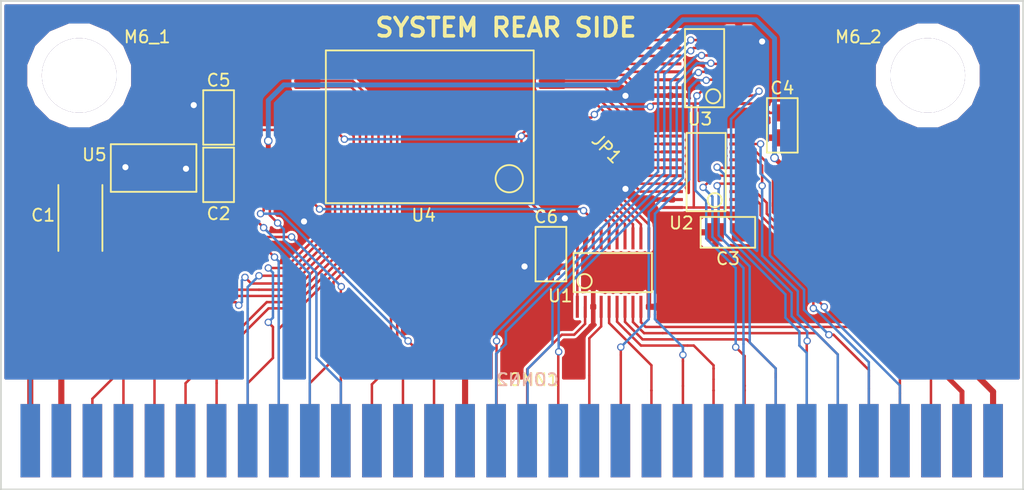
<source format=kicad_pcb>
(kicad_pcb (version 4) (host pcbnew 4.0.7)

  (general
    (links 100)
    (no_connects 0)
    (area 99.724999 79.024999 183.475001 123.025)
    (thickness 1.6)
    (drawings 6)
    (tracks 696)
    (zones 0)
    (modules 16)
    (nets 88)
  )

  (page A4)
  (layers
    (0 F.Cu signal)
    (31 B.Cu signal)
    (37 F.SilkS user)
    (38 B.Mask user)
    (39 F.Mask user)
    (44 Edge.Cuts user)
  )

  (setup
    (last_trace_width 0.5)
    (user_trace_width 0.5)
    (trace_clearance 0.25)
    (zone_clearance 0.2032)
    (zone_45_only yes)
    (trace_min 0.2)
    (segment_width 0.2)
    (edge_width 0.15)
    (via_size 0.6)
    (via_drill 0.4)
    (via_min_size 0.4)
    (via_min_drill 0.3)
    (uvia_size 0.3)
    (uvia_drill 0.1)
    (uvias_allowed no)
    (uvia_min_size 0.2)
    (uvia_min_drill 0.1)
    (pcb_text_width 0.3)
    (pcb_text_size 1.5 1.5)
    (mod_edge_width 0.15)
    (mod_text_size 1 1)
    (mod_text_width 0.15)
    (pad_size 6.1 6.1)
    (pad_drill 6.1)
    (pad_to_mask_clearance 0.2)
    (aux_axis_origin 0 0)
    (visible_elements 7FFFFFFF)
    (pcbplotparams
      (layerselection 0x00030_80000001)
      (usegerberextensions false)
      (excludeedgelayer true)
      (linewidth 0.200000)
      (plotframeref false)
      (viasonmask false)
      (mode 1)
      (useauxorigin false)
      (hpglpennumber 1)
      (hpglpenspeed 20)
      (hpglpendiameter 15)
      (hpglpenoverlay 2)
      (psnegative false)
      (psa4output false)
      (plotreference true)
      (plotvalue true)
      (plotinvisibletext false)
      (padsonsilk false)
      (subtractmaskfromsilk false)
      (outputformat 1)
      (mirror false)
      (drillshape 1)
      (scaleselection 1)
      (outputdirectory ""))
  )

  (net 0 "")
  (net 1 VCC_)
  (net 2 GND_)
  (net 3 +3V3_)
  (net 4 /A08_5V)
  (net 5 /A11_5V)
  (net 6 /A07_5V)
  (net 7 /A12_5V)
  (net 8 /A06_5V)
  (net 9 /A13_5V)
  (net 10 /A05_5V)
  (net 11 /A14_5V)
  (net 12 /A04_5V)
  (net 13 /A15_5V)
  (net 14 /A03_5V)
  (net 15 /A16_5V)
  (net 16 /A02_5V)
  (net 17 /A17_5V)
  (net 18 /A01_5V)
  (net 19 /DQ7_3V)
  (net 20 /DQ0_3V)
  (net 21 /DQ8_3V)
  (net 22 /DQ6_3V)
  (net 23 /DQ1_3V)
  (net 24 /DQ9_3V)
  (net 25 /DQ5_3V)
  (net 26 /DQ2_3V)
  (net 27 /DQ10_3V)
  (net 28 /DQ4_3V)
  (net 29 /DQ3_3V)
  (net 30 /DQ11_3V)
  (net 31 "Net-(CONN2-Pad1)")
  (net 32 "Net-(CONN2-Pad2)")
  (net 33 "Net-(CONN2-Pad3)")
  (net 34 /A09_5V)
  (net 35 /A10_5V)
  (net 36 /A18_5V)
  (net 37 /A19_5V)
  (net 38 /A20_5V)
  (net 39 /A21_5V)
  (net 40 "Net-(CONN2-Pad10)")
  (net 41 "Net-(CONN2-Pad11)")
  (net 42 "Net-(CONN2-Pad12)")
  (net 43 "Net-(CONN2-Pad13)")
  (net 44 "Net-(CONN2-Pad14)")
  (net 45 "Net-(CONN2-Pad15)")
  (net 46 /C_OE_5V)
  (net 47 /C_CE_5V)
  (net 48 "Net-(CONN2-Pad18)")
  (net 49 "Net-(CONN2-Pad19)")
  (net 50 "Net-(CONN2-Pad20)")
  (net 51 "Net-(CONN2-Pad21)")
  (net 52 /DQ15_3V)
  (net 53 /DQ14_3V)
  (net 54 /DQ13_3V)
  (net 55 /DQ12_3V)
  (net 56 "Net-(CONN2-Pad26)")
  (net 57 "Net-(CONN2-Pad27)")
  (net 58 "Net-(CONN2-Pad28)")
  (net 59 "Net-(CONN2-Pad29)")
  (net 60 "Net-(CONN2-Pad30)")
  (net 61 "Net-(CONN2-Pad31)")
  (net 62 /A21_3V)
  (net 63 "Net-(JP1-Pad2)")
  (net 64 /A11_3V)
  (net 65 /A12_3V)
  (net 66 /A13_3V)
  (net 67 /A14_3V)
  (net 68 /A15_3V)
  (net 69 /A16_3V)
  (net 70 "Net-(U1-Pad17)")
  (net 71 /A17_3V)
  (net 72 /A07_3V)
  (net 73 /A08_3V)
  (net 74 /A18_3V)
  (net 75 /A19_3V)
  (net 76 /A20_3V)
  (net 77 /A09_3V)
  (net 78 /A10_3V)
  (net 79 /A01_3V)
  (net 80 /C_CE_3V)
  (net 81 /C_OE_3V)
  (net 82 /A02_3V)
  (net 83 /A03_3V)
  (net 84 /A04_3V)
  (net 85 /A05_3V)
  (net 86 /A06_3V)
  (net 87 "Net-(U5-Pad4)")

  (net_class Default "To jest domyślna klasa połączeń."
    (clearance 0.25)
    (trace_width 0.25)
    (via_dia 0.6)
    (via_drill 0.4)
    (uvia_dia 0.3)
    (uvia_drill 0.1)
  )

  (net_class Power ""
    (clearance 0.2032)
    (trace_width 0.25)
    (via_dia 0.7)
    (via_drill 0.5)
    (uvia_dia 0.3)
    (uvia_drill 0.1)
    (add_net GND_)
  )

  (net_class Power3V ""
    (clearance 0.2032)
    (trace_width 0.2032)
    (via_dia 0.6)
    (via_drill 0.4)
    (uvia_dia 0.3)
    (uvia_drill 0.1)
    (add_net +3V3_)
  )

  (net_class Power5V ""
    (clearance 0.25)
    (trace_width 0.4)
    (via_dia 0.7)
    (via_drill 0.5)
    (uvia_dia 0.3)
    (uvia_drill 0.1)
    (add_net VCC_)
  )

  (net_class Signal ""
    (clearance 0.2032)
    (trace_width 0.2032)
    (via_dia 0.6)
    (via_drill 0.4)
    (uvia_dia 0.3)
    (uvia_drill 0.1)
    (add_net /A01_3V)
    (add_net /A01_5V)
    (add_net /A02_3V)
    (add_net /A02_5V)
    (add_net /A03_3V)
    (add_net /A03_5V)
    (add_net /A04_3V)
    (add_net /A04_5V)
    (add_net /A05_3V)
    (add_net /A05_5V)
    (add_net /A06_3V)
    (add_net /A06_5V)
    (add_net /A07_3V)
    (add_net /A07_5V)
    (add_net /A08_3V)
    (add_net /A08_5V)
    (add_net /A09_3V)
    (add_net /A09_5V)
    (add_net /A10_3V)
    (add_net /A10_5V)
    (add_net /A11_3V)
    (add_net /A11_5V)
    (add_net /A12_3V)
    (add_net /A12_5V)
    (add_net /A13_3V)
    (add_net /A13_5V)
    (add_net /A14_3V)
    (add_net /A14_5V)
    (add_net /A15_3V)
    (add_net /A15_5V)
    (add_net /A16_3V)
    (add_net /A16_5V)
    (add_net /A17_3V)
    (add_net /A17_5V)
    (add_net /A18_3V)
    (add_net /A18_5V)
    (add_net /A19_3V)
    (add_net /A19_5V)
    (add_net /A20_3V)
    (add_net /A20_5V)
    (add_net /A21_3V)
    (add_net /A21_5V)
    (add_net /C_CE_3V)
    (add_net /C_CE_5V)
    (add_net /C_OE_3V)
    (add_net /C_OE_5V)
    (add_net /DQ0_3V)
    (add_net /DQ10_3V)
    (add_net /DQ11_3V)
    (add_net /DQ12_3V)
    (add_net /DQ13_3V)
    (add_net /DQ14_3V)
    (add_net /DQ15_3V)
    (add_net /DQ1_3V)
    (add_net /DQ2_3V)
    (add_net /DQ3_3V)
    (add_net /DQ4_3V)
    (add_net /DQ5_3V)
    (add_net /DQ6_3V)
    (add_net /DQ7_3V)
    (add_net /DQ8_3V)
    (add_net /DQ9_3V)
    (add_net "Net-(CONN2-Pad1)")
    (add_net "Net-(CONN2-Pad10)")
    (add_net "Net-(CONN2-Pad11)")
    (add_net "Net-(CONN2-Pad12)")
    (add_net "Net-(CONN2-Pad13)")
    (add_net "Net-(CONN2-Pad14)")
    (add_net "Net-(CONN2-Pad15)")
    (add_net "Net-(CONN2-Pad18)")
    (add_net "Net-(CONN2-Pad19)")
    (add_net "Net-(CONN2-Pad2)")
    (add_net "Net-(CONN2-Pad20)")
    (add_net "Net-(CONN2-Pad21)")
    (add_net "Net-(CONN2-Pad26)")
    (add_net "Net-(CONN2-Pad27)")
    (add_net "Net-(CONN2-Pad28)")
    (add_net "Net-(CONN2-Pad29)")
    (add_net "Net-(CONN2-Pad3)")
    (add_net "Net-(CONN2-Pad30)")
    (add_net "Net-(CONN2-Pad31)")
    (add_net "Net-(JP1-Pad2)")
    (add_net "Net-(U1-Pad17)")
    (add_net "Net-(U5-Pad4)")
  )

  (module alf64_mods:2312 (layer F.Cu) (tedit 60DA1F79) (tstamp 60BDD185)
    (at 106.299 97.028 90)
    (path /6091E44E)
    (fp_text reference C1 (at 0.381 -3.048 180) (layer F.SilkS)
      (effects (font (size 1 1) (thickness 0.15)))
    )
    (fp_text value "47u 16V" (at 0 2.54 90) (layer F.Fab)
      (effects (font (size 1 1) (thickness 0.15)))
    )
    (fp_line (start -2.54 1.8) (end 2.86 1.8) (layer F.SilkS) (width 0.15))
    (fp_line (start -2.54 -1.8) (end 2.86 -1.8) (layer F.SilkS) (width 0.15))
    (pad 1 smd rect (at -2.54 0 90) (size 2.4 3) (layers F.Cu F.Mask)
      (net 1 VCC_))
    (pad 2 smd rect (at 2.86 0 90) (size 2.4 3) (layers F.Cu F.Mask)
      (net 2 GND_))
  )

  (module alf64_mods:0805 (layer F.Cu) (tedit 60DA1696) (tstamp 60BDD18F)
    (at 117.602 93.091 90)
    (tags 0805)
    (path /6091E3DF)
    (fp_text reference C2 (at -3.429 0 180) (layer F.SilkS)
      (effects (font (size 1 1) (thickness 0.15)))
    )
    (fp_text value 100n (at 0 2.54 90) (layer F.Fab)
      (effects (font (size 1 1) (thickness 0.15)))
    )
    (fp_line (start -2.4765 -1.2573) (end 1.9812 -1.2573) (layer F.SilkS) (width 0.15))
    (fp_line (start 1.9812 -1.2573) (end 1.9812 1.2573) (layer F.SilkS) (width 0.15))
    (fp_line (start 1.9812 1.2573) (end -2.4765 1.2573) (layer F.SilkS) (width 0.15))
    (fp_line (start -2.4765 1.2573) (end -2.4765 -1.2573) (layer F.SilkS) (width 0.15))
    (pad 1 smd rect (at -1.27 0 90) (size 1.4 1.5) (layers F.Cu F.Mask)
      (net 1 VCC_))
    (pad 2 smd rect (at 0.7747 0 90) (size 1.4 1.5) (layers F.Cu F.Mask)
      (net 2 GND_))
  )

  (module alf64_mods:0805 (layer F.Cu) (tedit 60DA160B) (tstamp 60BDD199)
    (at 159.004 98.044 180)
    (tags 0805)
    (path /6091D685)
    (fp_text reference C3 (at -0.254 -2.159 180) (layer F.SilkS)
      (effects (font (size 1 1) (thickness 0.15)))
    )
    (fp_text value 100n (at 0 2.54 180) (layer F.Fab)
      (effects (font (size 1 1) (thickness 0.15)))
    )
    (fp_line (start -2.4765 -1.2573) (end 1.9812 -1.2573) (layer F.SilkS) (width 0.15))
    (fp_line (start 1.9812 -1.2573) (end 1.9812 1.2573) (layer F.SilkS) (width 0.15))
    (fp_line (start 1.9812 1.2573) (end -2.4765 1.2573) (layer F.SilkS) (width 0.15))
    (fp_line (start -2.4765 1.2573) (end -2.4765 -1.2573) (layer F.SilkS) (width 0.15))
    (pad 1 smd rect (at -1.27 0 180) (size 1.4 1.5) (layers F.Cu F.Mask)
      (net 3 +3V3_))
    (pad 2 smd rect (at 0.7747 0 180) (size 1.4 1.5) (layers F.Cu F.Mask)
      (net 2 GND_))
  )

  (module alf64_mods:0805 (layer F.Cu) (tedit 60DA1676) (tstamp 60BDD1A3)
    (at 163.703 89.535 270)
    (tags 0805)
    (path /6091D6D8)
    (fp_text reference C4 (at -3.302 0 360) (layer F.SilkS)
      (effects (font (size 1 1) (thickness 0.15)))
    )
    (fp_text value 100n (at 0 2.54 270) (layer F.Fab)
      (effects (font (size 1 1) (thickness 0.15)))
    )
    (fp_line (start -2.4765 -1.2573) (end 1.9812 -1.2573) (layer F.SilkS) (width 0.15))
    (fp_line (start 1.9812 -1.2573) (end 1.9812 1.2573) (layer F.SilkS) (width 0.15))
    (fp_line (start 1.9812 1.2573) (end -2.4765 1.2573) (layer F.SilkS) (width 0.15))
    (fp_line (start -2.4765 1.2573) (end -2.4765 -1.2573) (layer F.SilkS) (width 0.15))
    (pad 1 smd rect (at -1.27 0 270) (size 1.4 1.5) (layers F.Cu F.Mask)
      (net 3 +3V3_))
    (pad 2 smd rect (at 0.7747 0 270) (size 1.4 1.5) (layers F.Cu F.Mask)
      (net 2 GND_))
  )

  (module alf64_mods:0805 (layer F.Cu) (tedit 60D9CE23) (tstamp 60BDD1AD)
    (at 117.602 88.392 90)
    (tags 0805)
    (path /6091D70B)
    (fp_text reference C5 (at 2.794 0 180) (layer F.SilkS)
      (effects (font (size 1 1) (thickness 0.15)))
    )
    (fp_text value 100n (at 0 2.54 90) (layer F.Fab)
      (effects (font (size 1 1) (thickness 0.15)))
    )
    (fp_line (start -2.4765 -1.2573) (end 1.9812 -1.2573) (layer F.SilkS) (width 0.15))
    (fp_line (start 1.9812 -1.2573) (end 1.9812 1.2573) (layer F.SilkS) (width 0.15))
    (fp_line (start 1.9812 1.2573) (end -2.4765 1.2573) (layer F.SilkS) (width 0.15))
    (fp_line (start -2.4765 1.2573) (end -2.4765 -1.2573) (layer F.SilkS) (width 0.15))
    (pad 1 smd rect (at -1.27 0 90) (size 1.4 1.5) (layers F.Cu F.Mask)
      (net 3 +3V3_))
    (pad 2 smd rect (at 0.7747 0 90) (size 1.4 1.5) (layers F.Cu F.Mask)
      (net 2 GND_))
  )

  (module alf64_mods:0805 (layer F.Cu) (tedit 60D9FFF3) (tstamp 60BDD1B7)
    (at 144.78 100.076 270)
    (tags 0805)
    (path /6091D73A)
    (fp_text reference C6 (at -3.302 0.381 360) (layer F.SilkS)
      (effects (font (size 1 1) (thickness 0.15)))
    )
    (fp_text value 100n (at 0 2.54 270) (layer F.Fab)
      (effects (font (size 1 1) (thickness 0.15)))
    )
    (fp_line (start -2.4765 -1.2573) (end 1.9812 -1.2573) (layer F.SilkS) (width 0.15))
    (fp_line (start 1.9812 -1.2573) (end 1.9812 1.2573) (layer F.SilkS) (width 0.15))
    (fp_line (start 1.9812 1.2573) (end -2.4765 1.2573) (layer F.SilkS) (width 0.15))
    (fp_line (start -2.4765 1.2573) (end -2.4765 -1.2573) (layer F.SilkS) (width 0.15))
    (pad 1 smd rect (at -1.27 0 270) (size 1.4 1.5) (layers F.Cu F.Mask)
      (net 3 +3V3_))
    (pad 2 smd rect (at 0.7747 0 270) (size 1.4 1.5) (layers F.Cu F.Mask)
      (net 2 GND_))
  )

  (module alf64_mods:SG_cartconn (layer F.Cu) (tedit 60DA1653) (tstamp 60BDD1DB)
    (at 140.3 115.1 180)
    (tags connector)
    (path /60908783)
    (fp_text reference CONN1 (at -2.575 4.991 180) (layer F.SilkS)
      (effects (font (size 1 1) (thickness 0.15)))
    )
    (fp_text value SG_cartconn_sideA (at -4.2 -5.1 180) (layer F.Fab)
      (effects (font (size 1 1) (thickness 0.15)))
    )
    (pad 1 smd rect (at -40.64 0 180) (size 1.6 6) (layers F.Cu F.Mask)
      (net 2 GND_))
    (pad 2 smd rect (at -38.1 0 180) (size 1.6 6) (layers F.Cu F.Mask)
      (net 1 VCC_))
    (pad 3 smd rect (at -35.56 0 180) (size 1.6 6) (layers F.Cu F.Mask)
      (net 4 /A08_5V))
    (pad 4 smd rect (at -33.02 0 180) (size 1.6 6) (layers F.Cu F.Mask)
      (net 5 /A11_5V))
    (pad 5 smd rect (at -30.48 0 180) (size 1.6 6) (layers F.Cu F.Mask)
      (net 6 /A07_5V))
    (pad 6 smd rect (at -27.94 0 180) (size 1.6 6) (layers F.Cu F.Mask)
      (net 7 /A12_5V))
    (pad 7 smd rect (at -25.4 0 180) (size 1.6 6) (layers F.Cu F.Mask)
      (net 8 /A06_5V))
    (pad 8 smd rect (at -22.86 0 180) (size 1.6 6) (layers F.Cu F.Mask)
      (net 9 /A13_5V))
    (pad 9 smd rect (at -20.32 0 180) (size 1.6 6) (layers F.Cu F.Mask)
      (net 10 /A05_5V))
    (pad 10 smd rect (at -17.78 0 180) (size 1.6 6) (layers F.Cu F.Mask)
      (net 11 /A14_5V))
    (pad 11 smd rect (at -15.24 0 180) (size 1.6 6) (layers F.Cu F.Mask)
      (net 12 /A04_5V))
    (pad 12 smd rect (at -12.7 0 180) (size 1.6 6) (layers F.Cu F.Mask)
      (net 13 /A15_5V))
    (pad 13 smd rect (at -10.16 0 180) (size 1.6 6) (layers F.Cu F.Mask)
      (net 14 /A03_5V))
    (pad 14 smd rect (at -7.62 0 180) (size 1.6 6) (layers F.Cu F.Mask)
      (net 15 /A16_5V))
    (pad 15 smd rect (at -5.08 0 180) (size 1.6 6) (layers F.Cu F.Mask)
      (net 16 /A02_5V))
    (pad 16 smd rect (at -2.54 0 180) (size 1.6 6) (layers F.Cu F.Mask)
      (net 17 /A17_5V))
    (pad 17 smd rect (at 0 0 180) (size 1.6 6) (layers F.Cu F.Mask)
      (net 18 /A01_5V))
    (pad 18 smd rect (at 2.54 0 180) (size 1.6 6) (layers F.Cu F.Mask)
      (net 2 GND_))
    (pad 19 smd rect (at 5.08 0 180) (size 1.6 6) (layers F.Cu F.Mask)
      (net 19 /DQ7_3V))
    (pad 20 smd rect (at 7.62 0 180) (size 1.6 6) (layers F.Cu F.Mask)
      (net 20 /DQ0_3V))
    (pad 21 smd rect (at 10.16 0 180) (size 1.6 6) (layers F.Cu F.Mask)
      (net 21 /DQ8_3V))
    (pad 22 smd rect (at 12.7 0 180) (size 1.6 6) (layers F.Cu F.Mask)
      (net 22 /DQ6_3V))
    (pad 23 smd rect (at 15.24 0 180) (size 1.6 6) (layers F.Cu F.Mask)
      (net 23 /DQ1_3V))
    (pad 24 smd rect (at 17.78 0 180) (size 1.6 6) (layers F.Cu F.Mask)
      (net 24 /DQ9_3V))
    (pad 25 smd rect (at 20.32 0 180) (size 1.6 6) (layers F.Cu F.Mask)
      (net 25 /DQ5_3V))
    (pad 26 smd rect (at 22.86 0 180) (size 1.6 6) (layers F.Cu F.Mask)
      (net 26 /DQ2_3V))
    (pad 27 smd rect (at 25.4 0 180) (size 1.6 6) (layers F.Cu F.Mask)
      (net 27 /DQ10_3V))
    (pad 28 smd rect (at 27.94 0 180) (size 1.6 6) (layers F.Cu F.Mask)
      (net 28 /DQ4_3V))
    (pad 29 smd rect (at 30.48 0 180) (size 1.6 6) (layers F.Cu F.Mask)
      (net 29 /DQ3_3V))
    (pad 30 smd rect (at 33.02 0 180) (size 1.6 6) (layers F.Cu F.Mask)
      (net 30 /DQ11_3V))
    (pad 31 smd rect (at 35.56 0 180) (size 1.6 6) (layers F.Cu F.Mask)
      (net 1 VCC_))
    (pad 32 smd rect (at 38.1 0 180) (size 1.6 6) (layers F.Cu F.Mask)
      (net 2 GND_))
  )

  (module alf64_mods:SG_cartconn (layer B.Cu) (tedit 60DA165F) (tstamp 60BDD1FF)
    (at 140.3 115.1 180)
    (tags connector)
    (path /609087B6)
    (fp_text reference CONN2 (at -2.575 4.991 180) (layer B.SilkS)
      (effects (font (size 1 1) (thickness 0.15)) (justify mirror))
    )
    (fp_text value SG_cartconn_sideB (at -4 -6.6 180) (layer B.Fab)
      (effects (font (size 1 1) (thickness 0.15)) (justify mirror))
    )
    (pad 1 smd rect (at -40.64 0 180) (size 1.6 6) (layers B.Cu B.Mask)
      (net 31 "Net-(CONN2-Pad1)"))
    (pad 2 smd rect (at -38.1 0 180) (size 1.6 6) (layers B.Cu B.Mask)
      (net 32 "Net-(CONN2-Pad2)"))
    (pad 3 smd rect (at -35.56 0 180) (size 1.6 6) (layers B.Cu B.Mask)
      (net 33 "Net-(CONN2-Pad3)"))
    (pad 4 smd rect (at -33.02 0 180) (size 1.6 6) (layers B.Cu B.Mask)
      (net 34 /A09_5V))
    (pad 5 smd rect (at -30.48 0 180) (size 1.6 6) (layers B.Cu B.Mask)
      (net 35 /A10_5V))
    (pad 6 smd rect (at -27.94 0 180) (size 1.6 6) (layers B.Cu B.Mask)
      (net 36 /A18_5V))
    (pad 7 smd rect (at -25.4 0 180) (size 1.6 6) (layers B.Cu B.Mask)
      (net 37 /A19_5V))
    (pad 8 smd rect (at -22.86 0 180) (size 1.6 6) (layers B.Cu B.Mask)
      (net 38 /A20_5V))
    (pad 9 smd rect (at -20.32 0 180) (size 1.6 6) (layers B.Cu B.Mask)
      (net 39 /A21_5V))
    (pad 10 smd rect (at -17.78 0 180) (size 1.6 6) (layers B.Cu B.Mask)
      (net 40 "Net-(CONN2-Pad10)"))
    (pad 11 smd rect (at -15.24 0 180) (size 1.6 6) (layers B.Cu B.Mask)
      (net 41 "Net-(CONN2-Pad11)"))
    (pad 12 smd rect (at -12.7 0 180) (size 1.6 6) (layers B.Cu B.Mask)
      (net 42 "Net-(CONN2-Pad12)"))
    (pad 13 smd rect (at -10.16 0 180) (size 1.6 6) (layers B.Cu B.Mask)
      (net 43 "Net-(CONN2-Pad13)"))
    (pad 14 smd rect (at -7.62 0 180) (size 1.6 6) (layers B.Cu B.Mask)
      (net 44 "Net-(CONN2-Pad14)"))
    (pad 15 smd rect (at -5.08 0 180) (size 1.6 6) (layers B.Cu B.Mask)
      (net 45 "Net-(CONN2-Pad15)"))
    (pad 16 smd rect (at -2.54 0 180) (size 1.6 6) (layers B.Cu B.Mask)
      (net 46 /C_OE_5V))
    (pad 17 smd rect (at 0 0 180) (size 1.6 6) (layers B.Cu B.Mask)
      (net 47 /C_CE_5V))
    (pad 18 smd rect (at 2.54 0 180) (size 1.6 6) (layers B.Cu B.Mask)
      (net 48 "Net-(CONN2-Pad18)"))
    (pad 19 smd rect (at 5.08 0 180) (size 1.6 6) (layers B.Cu B.Mask)
      (net 49 "Net-(CONN2-Pad19)"))
    (pad 20 smd rect (at 7.62 0 180) (size 1.6 6) (layers B.Cu B.Mask)
      (net 50 "Net-(CONN2-Pad20)"))
    (pad 21 smd rect (at 10.16 0 180) (size 1.6 6) (layers B.Cu B.Mask)
      (net 51 "Net-(CONN2-Pad21)"))
    (pad 22 smd rect (at 12.7 0 180) (size 1.6 6) (layers B.Cu B.Mask)
      (net 52 /DQ15_3V))
    (pad 23 smd rect (at 15.24 0 180) (size 1.6 6) (layers B.Cu B.Mask)
      (net 53 /DQ14_3V))
    (pad 24 smd rect (at 17.78 0 180) (size 1.6 6) (layers B.Cu B.Mask)
      (net 54 /DQ13_3V))
    (pad 25 smd rect (at 20.32 0 180) (size 1.6 6) (layers B.Cu B.Mask)
      (net 55 /DQ12_3V))
    (pad 26 smd rect (at 22.86 0 180) (size 1.6 6) (layers B.Cu B.Mask)
      (net 56 "Net-(CONN2-Pad26)"))
    (pad 27 smd rect (at 25.4 0 180) (size 1.6 6) (layers B.Cu B.Mask)
      (net 57 "Net-(CONN2-Pad27)"))
    (pad 28 smd rect (at 27.94 0 180) (size 1.6 6) (layers B.Cu B.Mask)
      (net 58 "Net-(CONN2-Pad28)"))
    (pad 29 smd rect (at 30.48 0 180) (size 1.6 6) (layers B.Cu B.Mask)
      (net 59 "Net-(CONN2-Pad29)"))
    (pad 30 smd rect (at 33.02 0 180) (size 1.6 6) (layers B.Cu B.Mask)
      (net 60 "Net-(CONN2-Pad30)"))
    (pad 31 smd rect (at 35.56 0 180) (size 1.6 6) (layers B.Cu B.Mask)
      (net 61 "Net-(CONN2-Pad31)"))
    (pad 32 smd rect (at 38.1 0 180) (size 1.6 6) (layers B.Cu B.Mask)
      (net 2 GND_))
  )

  (module alf64_mods:TSSOP20 locked (layer F.Cu) (tedit 60D9D361) (tstamp 60BDD226)
    (at 149.479 101.6 90)
    (path /60909B06)
    (fp_text reference U1 (at -1.651 -3.937 180) (layer F.SilkS)
      (effects (font (size 1 1) (thickness 0.15)))
    )
    (fp_text value 74LVC245 (at 0.635 4.445 90) (layer F.Fab)
      (effects (font (size 1 1) (thickness 0.15)))
    )
    (fp_circle (center -0.44 -1.94) (end 0.06 -1.64) (layer F.SilkS) (width 0.15))
    (fp_line (start -1.34 -2.84) (end 1.86 -2.84) (layer F.SilkS) (width 0.15))
    (fp_line (start 1.86 -2.84) (end 1.86 3.56) (layer F.SilkS) (width 0.15))
    (fp_line (start 1.86 3.56) (end -1.34 3.56) (layer F.SilkS) (width 0.15))
    (fp_line (start -1.34 3.56) (end -1.34 -2.84) (layer F.SilkS) (width 0.15))
    (pad 1 smd rect (at -2.54 -2.54 90) (size 1.8 0.25) (layers F.Cu F.Mask)
      (net 3 +3V3_))
    (pad 2 smd rect (at -2.54 -1.89 90) (size 1.8 0.25) (layers F.Cu F.Mask)
      (net 17 /A17_5V))
    (pad 3 smd rect (at -2.54 -1.24 90) (size 1.8 0.25) (layers F.Cu F.Mask)
      (net 2 GND_))
    (pad 4 smd rect (at -2.54 -0.59 90) (size 1.8 0.25) (layers F.Cu F.Mask)
      (net 15 /A16_5V))
    (pad 5 smd rect (at -2.54 0.06 90) (size 1.8 0.25) (layers F.Cu F.Mask)
      (net 13 /A15_5V))
    (pad 6 smd rect (at -2.54 0.71 90) (size 1.8 0.25) (layers F.Cu F.Mask)
      (net 11 /A14_5V))
    (pad 7 smd rect (at -2.54 1.36 90) (size 1.8 0.25) (layers F.Cu F.Mask)
      (net 9 /A13_5V))
    (pad 8 smd rect (at -2.54 2.01 90) (size 1.8 0.25) (layers F.Cu F.Mask)
      (net 7 /A12_5V))
    (pad 9 smd rect (at -2.54 2.66 90) (size 1.8 0.25) (layers F.Cu F.Mask)
      (net 5 /A11_5V))
    (pad 10 smd rect (at -2.54 3.31 90) (size 1.8 0.25) (layers F.Cu F.Mask)
      (net 2 GND_))
    (pad 11 smd rect (at 3.06 3.31 90) (size 1.8 0.25) (layers F.Cu F.Mask)
      (net 64 /A11_3V))
    (pad 12 smd rect (at 3.06 2.66 90) (size 1.8 0.25) (layers F.Cu F.Mask)
      (net 65 /A12_3V))
    (pad 13 smd rect (at 3.06 2.01 90) (size 1.8 0.25) (layers F.Cu F.Mask)
      (net 66 /A13_3V))
    (pad 14 smd rect (at 3.06 1.36 90) (size 1.8 0.25) (layers F.Cu F.Mask)
      (net 67 /A14_3V))
    (pad 15 smd rect (at 3.06 0.71 90) (size 1.8 0.25) (layers F.Cu F.Mask)
      (net 68 /A15_3V))
    (pad 16 smd rect (at 3.06 0.06 90) (size 1.8 0.25) (layers F.Cu F.Mask)
      (net 69 /A16_3V))
    (pad 17 smd rect (at 3.06 -0.59 90) (size 1.8 0.25) (layers F.Cu F.Mask)
      (net 70 "Net-(U1-Pad17)"))
    (pad 18 smd rect (at 3.06 -1.24 90) (size 1.8 0.25) (layers F.Cu F.Mask)
      (net 71 /A17_3V))
    (pad 19 smd rect (at 3.06 -1.89 90) (size 1.8 0.25) (layers F.Cu F.Mask)
      (net 2 GND_))
    (pad 20 smd rect (at 3.06 -2.54 90) (size 1.8 0.25) (layers F.Cu F.Mask)
      (net 3 +3V3_))
  )

  (module alf64_mods:TSSOP20 locked (layer F.Cu) (tedit 60D9DEDE) (tstamp 60BDD243)
    (at 157.734 93.472 180)
    (path /60909B51)
    (fp_text reference U2 (at 2.286 -3.81 180) (layer F.SilkS)
      (effects (font (size 1 1) (thickness 0.15)))
    )
    (fp_text value 74LVC245 (at 0.635 4.445 180) (layer F.Fab)
      (effects (font (size 1 1) (thickness 0.15)))
    )
    (fp_circle (center -0.44 -1.94) (end 0.06 -1.64) (layer F.SilkS) (width 0.15))
    (fp_line (start -1.34 -2.84) (end 1.86 -2.84) (layer F.SilkS) (width 0.15))
    (fp_line (start 1.86 -2.84) (end 1.86 3.56) (layer F.SilkS) (width 0.15))
    (fp_line (start 1.86 3.56) (end -1.34 3.56) (layer F.SilkS) (width 0.15))
    (fp_line (start -1.34 3.56) (end -1.34 -2.84) (layer F.SilkS) (width 0.15))
    (pad 1 smd rect (at -2.54 -2.54 180) (size 1.8 0.25) (layers F.Cu F.Mask)
      (net 3 +3V3_))
    (pad 2 smd rect (at -2.54 -1.89 180) (size 1.8 0.25) (layers F.Cu F.Mask)
      (net 35 /A10_5V))
    (pad 3 smd rect (at -2.54 -1.24 180) (size 1.8 0.25) (layers F.Cu F.Mask)
      (net 34 /A09_5V))
    (pad 4 smd rect (at -2.54 -0.59 180) (size 1.8 0.25) (layers F.Cu F.Mask)
      (net 38 /A20_5V))
    (pad 5 smd rect (at -2.54 0.06 180) (size 1.8 0.25) (layers F.Cu F.Mask)
      (net 39 /A21_5V))
    (pad 6 smd rect (at -2.54 0.71 180) (size 1.8 0.25) (layers F.Cu F.Mask)
      (net 37 /A19_5V))
    (pad 7 smd rect (at -2.54 1.36 180) (size 1.8 0.25) (layers F.Cu F.Mask)
      (net 36 /A18_5V))
    (pad 8 smd rect (at -2.54 2.01 180) (size 1.8 0.25) (layers F.Cu F.Mask)
      (net 4 /A08_5V))
    (pad 9 smd rect (at -2.54 2.66 180) (size 1.8 0.25) (layers F.Cu F.Mask)
      (net 6 /A07_5V))
    (pad 10 smd rect (at -2.54 3.31 180) (size 1.8 0.25) (layers F.Cu F.Mask)
      (net 2 GND_))
    (pad 11 smd rect (at 3.06 3.31 180) (size 1.8 0.25) (layers F.Cu F.Mask)
      (net 72 /A07_3V))
    (pad 12 smd rect (at 3.06 2.66 180) (size 1.8 0.25) (layers F.Cu F.Mask)
      (net 73 /A08_3V))
    (pad 13 smd rect (at 3.06 2.01 180) (size 1.8 0.25) (layers F.Cu F.Mask)
      (net 74 /A18_3V))
    (pad 14 smd rect (at 3.06 1.36 180) (size 1.8 0.25) (layers F.Cu F.Mask)
      (net 75 /A19_3V))
    (pad 15 smd rect (at 3.06 0.71 180) (size 1.8 0.25) (layers F.Cu F.Mask)
      (net 62 /A21_3V))
    (pad 16 smd rect (at 3.06 0.06 180) (size 1.8 0.25) (layers F.Cu F.Mask)
      (net 76 /A20_3V))
    (pad 17 smd rect (at 3.06 -0.59 180) (size 1.8 0.25) (layers F.Cu F.Mask)
      (net 77 /A09_3V))
    (pad 18 smd rect (at 3.06 -1.24 180) (size 1.8 0.25) (layers F.Cu F.Mask)
      (net 78 /A10_3V))
    (pad 19 smd rect (at 3.06 -1.89 180) (size 1.8 0.25) (layers F.Cu F.Mask)
      (net 2 GND_))
    (pad 20 smd rect (at 3.06 -2.54 180) (size 1.8 0.25) (layers F.Cu F.Mask)
      (net 3 +3V3_))
  )

  (module alf64_mods:TSSOP20 locked (layer F.Cu) (tedit 60AC0DD8) (tstamp 60BDD260)
    (at 157.607 84.963 180)
    (path /60909B7E)
    (fp_text reference U3 (at 0.635 -3.81 180) (layer F.SilkS)
      (effects (font (size 1 1) (thickness 0.15)))
    )
    (fp_text value 74LVC245 (at 0.635 4.445 180) (layer F.Fab)
      (effects (font (size 1 1) (thickness 0.15)))
    )
    (fp_circle (center -0.44 -1.94) (end 0.06 -1.64) (layer F.SilkS) (width 0.15))
    (fp_line (start -1.34 -2.84) (end 1.86 -2.84) (layer F.SilkS) (width 0.15))
    (fp_line (start 1.86 -2.84) (end 1.86 3.56) (layer F.SilkS) (width 0.15))
    (fp_line (start 1.86 3.56) (end -1.34 3.56) (layer F.SilkS) (width 0.15))
    (fp_line (start -1.34 3.56) (end -1.34 -2.84) (layer F.SilkS) (width 0.15))
    (pad 1 smd rect (at -2.54 -2.54 180) (size 1.8 0.25) (layers F.Cu F.Mask)
      (net 3 +3V3_))
    (pad 2 smd rect (at -2.54 -1.89 180) (size 1.8 0.25) (layers F.Cu F.Mask)
      (net 8 /A06_5V))
    (pad 3 smd rect (at -2.54 -1.24 180) (size 1.8 0.25) (layers F.Cu F.Mask)
      (net 10 /A05_5V))
    (pad 4 smd rect (at -2.54 -0.59 180) (size 1.8 0.25) (layers F.Cu F.Mask)
      (net 12 /A04_5V))
    (pad 5 smd rect (at -2.54 0.06 180) (size 1.8 0.25) (layers F.Cu F.Mask)
      (net 14 /A03_5V))
    (pad 6 smd rect (at -2.54 0.71 180) (size 1.8 0.25) (layers F.Cu F.Mask)
      (net 16 /A02_5V))
    (pad 7 smd rect (at -2.54 1.36 180) (size 1.8 0.25) (layers F.Cu F.Mask)
      (net 46 /C_OE_5V))
    (pad 8 smd rect (at -2.54 2.01 180) (size 1.8 0.25) (layers F.Cu F.Mask)
      (net 47 /C_CE_5V))
    (pad 9 smd rect (at -2.54 2.66 180) (size 1.8 0.25) (layers F.Cu F.Mask)
      (net 18 /A01_5V))
    (pad 10 smd rect (at -2.54 3.31 180) (size 1.8 0.25) (layers F.Cu F.Mask)
      (net 2 GND_))
    (pad 11 smd rect (at 3.06 3.31 180) (size 1.8 0.25) (layers F.Cu F.Mask)
      (net 79 /A01_3V))
    (pad 12 smd rect (at 3.06 2.66 180) (size 1.8 0.25) (layers F.Cu F.Mask)
      (net 80 /C_CE_3V))
    (pad 13 smd rect (at 3.06 2.01 180) (size 1.8 0.25) (layers F.Cu F.Mask)
      (net 81 /C_OE_3V))
    (pad 14 smd rect (at 3.06 1.36 180) (size 1.8 0.25) (layers F.Cu F.Mask)
      (net 82 /A02_3V))
    (pad 15 smd rect (at 3.06 0.71 180) (size 1.8 0.25) (layers F.Cu F.Mask)
      (net 83 /A03_3V))
    (pad 16 smd rect (at 3.06 0.06 180) (size 1.8 0.25) (layers F.Cu F.Mask)
      (net 84 /A04_3V))
    (pad 17 smd rect (at 3.06 -0.59 180) (size 1.8 0.25) (layers F.Cu F.Mask)
      (net 85 /A05_3V))
    (pad 18 smd rect (at 3.06 -1.24 180) (size 1.8 0.25) (layers F.Cu F.Mask)
      (net 86 /A06_3V))
    (pad 19 smd rect (at 3.06 -1.89 180) (size 1.8 0.25) (layers F.Cu F.Mask)
      (net 2 GND_))
    (pad 20 smd rect (at 3.06 -2.54 180) (size 1.8 0.25) (layers F.Cu F.Mask)
      (net 3 +3V3_))
  )

  (module alf64_mods:TSOP48_SST locked (layer F.Cu) (tedit 60DA17AD) (tstamp 60BDD299)
    (at 134.874 89.154 180)
    (tags TSOP48)
    (path /6095994A)
    (fp_text reference U4 (at 0.5 -7.5 180) (layer F.SilkS)
      (effects (font (size 1 1) (thickness 0.15)))
    )
    (fp_text value SST39VF3201_3202 (at 0 5.08 180) (layer F.Fab)
      (effects (font (size 1 1) (thickness 0.15)))
    )
    (fp_circle (center -6.5 -4.5) (end -5.5 -4) (layer F.SilkS) (width 0.15))
    (fp_line (start -8.5 -6.5) (end 8.5 -6.5) (layer F.SilkS) (width 0.15))
    (fp_line (start 8.5 -6.5) (end 8.5 6) (layer F.SilkS) (width 0.15))
    (fp_line (start 8.5 6) (end -8.5 6) (layer F.SilkS) (width 0.15))
    (fp_line (start -8.5 6) (end -8.5 -6.5) (layer F.SilkS) (width 0.15))
    (pad 1 smd oval (at -10 -6 180) (size 2.2 0.3) (layers F.Cu F.Mask)
      (net 69 /A16_3V))
    (pad 2 smd oval (at -10 -5.5 180) (size 2.2 0.3) (layers F.Cu F.Mask)
      (net 68 /A15_3V))
    (pad 3 smd oval (at -10 -5 180) (size 2.2 0.3) (layers F.Cu F.Mask)
      (net 67 /A14_3V))
    (pad 4 smd oval (at -10 -4.5 180) (size 2.2 0.3) (layers F.Cu F.Mask)
      (net 66 /A13_3V))
    (pad 5 smd oval (at -10 -4 180) (size 2.2 0.3) (layers F.Cu F.Mask)
      (net 65 /A12_3V))
    (pad 6 smd oval (at -10 -3.5 180) (size 2.2 0.3) (layers F.Cu F.Mask)
      (net 64 /A11_3V))
    (pad 7 smd oval (at -10 -3 180) (size 2.2 0.3) (layers F.Cu F.Mask)
      (net 78 /A10_3V))
    (pad 8 smd oval (at -10 -2.5 180) (size 2.2 0.3) (layers F.Cu F.Mask)
      (net 77 /A09_3V))
    (pad 9 smd oval (at -10 -2 180) (size 2.2 0.3) (layers F.Cu F.Mask)
      (net 76 /A20_3V))
    (pad 10 smd oval (at -10 -1.5 180) (size 2.2 0.3) (layers F.Cu F.Mask)
      (net 63 "Net-(JP1-Pad2)"))
    (pad 11 smd oval (at -10 -1 180) (size 2.2 0.3) (layers F.Cu F.Mask)
      (net 3 +3V3_))
    (pad 12 smd oval (at -10 -0.5 180) (size 2.2 0.3) (layers F.Cu F.Mask)
      (net 3 +3V3_))
    (pad 13 smd oval (at -10 0 180) (size 2.2 0.3) (layers F.Cu F.Mask)
      (clearance 0.2032))
    (pad 14 smd oval (at -10 0.5 180) (size 2.2 0.3) (layers F.Cu F.Mask)
      (net 3 +3V3_))
    (pad 15 smd oval (at -10 1 180) (size 2.2 0.3) (layers F.Cu F.Mask)
      (clearance 0.2032))
    (pad 16 smd oval (at -10 1.5 180) (size 2.2 0.3) (layers F.Cu F.Mask)
      (net 75 /A19_3V))
    (pad 17 smd oval (at -10 2 180) (size 2.2 0.3) (layers F.Cu F.Mask)
      (net 74 /A18_3V))
    (pad 18 smd oval (at -10 2.5 180) (size 2.2 0.3) (layers F.Cu F.Mask)
      (net 73 /A08_3V))
    (pad 19 smd oval (at -10 3 180) (size 2.2 0.3) (layers F.Cu F.Mask)
      (net 72 /A07_3V))
    (pad 20 smd oval (at -10 3.5 180) (size 2.2 0.3) (layers F.Cu F.Mask)
      (net 86 /A06_3V))
    (pad 21 smd oval (at -10 4 180) (size 2.2 0.3) (layers F.Cu F.Mask)
      (net 85 /A05_3V))
    (pad 22 smd oval (at -10 4.5 180) (size 2.2 0.3) (layers F.Cu F.Mask)
      (net 84 /A04_3V))
    (pad 23 smd oval (at -10 5 180) (size 2.2 0.3) (layers F.Cu F.Mask)
      (net 83 /A03_3V))
    (pad 24 smd oval (at -10 5.5 180) (size 2.2 0.3) (layers F.Cu F.Mask)
      (net 82 /A02_3V))
    (pad 25 smd oval (at 10 5.5 180) (size 2.2 0.3) (layers F.Cu F.Mask)
      (net 79 /A01_3V))
    (pad 26 smd oval (at 10 5 180) (size 2.2 0.3) (layers F.Cu F.Mask)
      (net 80 /C_CE_3V))
    (pad 27 smd oval (at 10 4.5 180) (size 2.2 0.3) (layers F.Cu F.Mask)
      (net 2 GND_))
    (pad 28 smd oval (at 10 4 180) (size 2.2 0.3) (layers F.Cu F.Mask)
      (net 81 /C_OE_3V))
    (pad 29 smd oval (at 10 3.5 180) (size 2.2 0.3) (layers F.Cu F.Mask)
      (net 20 /DQ0_3V))
    (pad 30 smd oval (at 10 3 180) (size 2.2 0.3) (layers F.Cu F.Mask)
      (net 21 /DQ8_3V))
    (pad 31 smd oval (at 10 2.5 180) (size 2.2 0.3) (layers F.Cu F.Mask)
      (net 23 /DQ1_3V))
    (pad 32 smd oval (at 10 2 180) (size 2.2 0.3) (layers F.Cu F.Mask)
      (net 24 /DQ9_3V))
    (pad 33 smd oval (at 10 1.5 180) (size 2.2 0.3) (layers F.Cu F.Mask)
      (net 26 /DQ2_3V))
    (pad 34 smd oval (at 10 1 180) (size 2.2 0.3) (layers F.Cu F.Mask)
      (net 27 /DQ10_3V))
    (pad 35 smd oval (at 10 0.5 180) (size 2.2 0.3) (layers F.Cu F.Mask)
      (net 29 /DQ3_3V))
    (pad 36 smd oval (at 10 0 180) (size 2.2 0.3) (layers F.Cu F.Mask)
      (net 30 /DQ11_3V))
    (pad 37 smd oval (at 10 -0.5 180) (size 2.2 0.3) (layers F.Cu F.Mask)
      (net 3 +3V3_))
    (pad 38 smd oval (at 10 -1 180) (size 2.2 0.3) (layers F.Cu F.Mask)
      (net 28 /DQ4_3V))
    (pad 39 smd oval (at 10 -1.5 180) (size 2.2 0.3) (layers F.Cu F.Mask)
      (net 55 /DQ12_3V))
    (pad 40 smd oval (at 10 -2 180) (size 2.2 0.3) (layers F.Cu F.Mask)
      (net 25 /DQ5_3V))
    (pad 41 smd oval (at 10 -2.5 180) (size 2.2 0.3) (layers F.Cu F.Mask)
      (net 54 /DQ13_3V))
    (pad 42 smd oval (at 10 -3 180) (size 2.2 0.3) (layers F.Cu F.Mask)
      (net 22 /DQ6_3V))
    (pad 43 smd oval (at 10 -3.5 180) (size 2.2 0.3) (layers F.Cu F.Mask)
      (net 53 /DQ14_3V))
    (pad 44 smd oval (at 10 -4 180) (size 2.2 0.3) (layers F.Cu F.Mask)
      (net 19 /DQ7_3V))
    (pad 45 smd oval (at 10 -4.5 180) (size 2.2 0.3) (layers F.Cu F.Mask)
      (net 52 /DQ15_3V))
    (pad 46 smd oval (at 10 -5 180) (size 2.2 0.3) (layers F.Cu F.Mask)
      (net 2 GND_))
    (pad 47 smd oval (at 10 -5.5 180) (size 2.2 0.3) (layers F.Cu F.Mask)
      (clearance 0.2032))
    (pad 48 smd oval (at 10 -6 180) (size 2.2 0.3) (layers F.Cu F.Mask)
      (net 71 /A17_3V))
  )

  (module alf64_mods:SOT223 (layer F.Cu) (tedit 60DA1691) (tstamp 60BDD2A5)
    (at 112.522 93.345)
    (tags SOT223)
    (path /60908070)
    (fp_text reference U5 (at -5.08 -1.651) (layer F.SilkS)
      (effects (font (size 1 1) (thickness 0.15)))
    )
    (fp_text value LD1117S33TR (at 0 5.08) (layer F.Fab)
      (effects (font (size 1 1) (thickness 0.15)))
    )
    (fp_line (start -3.7338 -2.5146) (end 3.2639 -2.5146) (layer F.SilkS) (width 0.15))
    (fp_line (start 3.2639 -2.5146) (end 3.2639 1.3843) (layer F.SilkS) (width 0.15))
    (fp_line (start 3.2639 1.3843) (end -3.7338 1.3843) (layer F.SilkS) (width 0.15))
    (fp_line (start -3.7338 1.3843) (end -3.7338 -2.5146) (layer F.SilkS) (width 0.15))
    (pad 1 smd rect (at -2.54 2.54) (size 1.3 2.5) (layers F.Cu F.Mask)
      (net 2 GND_))
    (pad 2 smd rect (at -0.2413 2.54) (size 1.3 2.5) (layers F.Cu F.Mask)
      (net 3 +3V3_))
    (pad 3 smd rect (at 2.0574 2.54) (size 1.3 2.5) (layers F.Cu F.Mask)
      (net 1 VCC_))
    (pad 4 smd rect (at -0.2413 -3.556) (size 3.85 2.6) (layers F.Cu F.Mask)
      (net 87 "Net-(U5-Pad4)"))
  )

  (module alf64_mods:HOLE_M6 (layer F.Cu) (tedit 60DA1F11) (tstamp 60BDE159)
    (at 106.2 85.2)
    (tags HOLE)
    (fp_text reference M6_1 (at 5.56 -3.158) (layer F.SilkS)
      (effects (font (size 1 1) (thickness 0.15)))
    )
    (fp_text value HOLE_M6 (at -0.028 5.097) (layer F.Fab)
      (effects (font (size 1 1) (thickness 0.15)))
    )
    (pad 1 thru_hole circle (at 0 0) (size 6.1 6.1) (drill 6.1) (layers *.Cu *.Mask)
      (solder_mask_margin 1.2) (clearance 1.2))
  )

  (module alf64_mods:HOLE_M6 (layer F.Cu) (tedit 60DA1F0C) (tstamp 60BDE162)
    (at 175.6 85.2)
    (tags HOLE)
    (fp_text reference M6_2 (at -5.674 -3.158) (layer F.SilkS)
      (effects (font (size 1 1) (thickness 0.15)))
    )
    (fp_text value HOLE_M6 (at 0.041 5.097) (layer F.Fab)
      (effects (font (size 1 1) (thickness 0.15)))
    )
    (pad 1 thru_hole circle (at 0 0) (size 6.1 6.1) (drill 6.1) (layers *.Cu *.Mask)
      (solder_mask_margin 1.2) (clearance 1.2))
  )

  (module alf64_mods:JMP1_SMD (layer F.Cu) (tedit 60BF25EA) (tstamp 60BF28E0)
    (at 150.241 90.297 135)
    (tags JMP)
    (path /6095A6EE)
    (fp_text reference JP1 (at 0 -1.27 135) (layer F.SilkS)
      (effects (font (size 1 1) (thickness 0.15)))
    )
    (fp_text value JMP (at 0 1.27 135) (layer F.Fab)
      (effects (font (size 1 1) (thickness 0.15)))
    )
    (pad 1 smd rect (at -0.508 0 135) (size 0.7 0.6) (layers F.Cu F.Mask)
      (net 62 /A21_3V))
    (pad 2 smd rect (at 0.4445 0 135) (size 0.7 0.6) (layers F.Cu F.Mask)
      (net 63 "Net-(JP1-Pad2)"))
  )

  (gr_text "SYSTEM FRONT SIDE" (at 140.97 81.28) (layer B.Mask)
    (effects (font (size 1.5 1.5) (thickness 0.3)) (justify mirror))
  )
  (gr_text "SYSTEM REAR SIDE" (at 141.097 81.28) (layer F.SilkS)
    (effects (font (size 1.5 1.5) (thickness 0.3)))
  )
  (gr_line (start 183.4 119.1) (end 99.8 119.1) (angle 90) (layer Edge.Cuts) (width 0.15))
  (gr_line (start 183.4 79.1) (end 183.4 119.1) (angle 90) (layer Edge.Cuts) (width 0.15))
  (gr_line (start 99.8 79.1) (end 183.4 79.1) (angle 90) (layer Edge.Cuts) (width 0.15))
  (gr_line (start 99.8 119.1) (end 99.8 79.1) (angle 90) (layer Edge.Cuts) (width 0.15))

  (segment (start 164.973 97.663) (end 163.576 96.266) (width 0.4) (layer F.Cu) (net 1))
  (segment (start 163.068 91.059) (end 163.068 91.948) (width 0.4) (layer B.Cu) (net 1))
  (segment (start 121.666 90.551) (end 121.666 87.249) (width 0.4) (layer B.Cu) (net 1) (tstamp 60DA0C6A))
  (segment (start 121.666 87.249) (end 122.936 85.979) (width 0.4) (layer B.Cu) (net 1) (tstamp 60DA0C6B))
  (segment (start 122.936 85.979) (end 150.241 85.979) (width 0.4) (layer B.Cu) (net 1) (tstamp 60DA0C80))
  (segment (start 150.241 85.979) (end 155.575 80.645) (width 0.4) (layer B.Cu) (net 1) (tstamp 60DA0C82))
  (segment (start 155.575 80.645) (end 161.544 80.645) (width 0.4) (layer B.Cu) (net 1) (tstamp 60DA0C95))
  (segment (start 161.544 80.645) (end 163.068 82.169) (width 0.4) (layer B.Cu) (net 1) (tstamp 60DA0C96))
  (segment (start 163.068 82.169) (end 163.068 91.059) (width 0.4) (layer B.Cu) (net 1) (tstamp 60DA0CA5))
  (segment (start 117.602 94.361) (end 118.491 94.361) (width 0.4) (layer F.Cu) (net 1))
  (segment (start 121.666 91.186) (end 121.666 90.551) (width 0.4) (layer F.Cu) (net 1) (tstamp 60DA0C46))
  (segment (start 118.491 94.361) (end 121.666 91.186) (width 0.4) (layer F.Cu) (net 1) (tstamp 60DA0C37))
  (via (at 121.666 90.551) (size 0.7) (drill 0.5) (layers F.Cu B.Cu) (net 1))
  (segment (start 163.576 92.456) (end 163.576 95.758) (width 0.4) (layer F.Cu) (net 1) (tstamp 60DA0DD1))
  (segment (start 163.068 91.948) (end 163.576 92.456) (width 0.4) (layer F.Cu) (net 1) (tstamp 60DA0DD0))
  (via (at 163.068 91.948) (size 0.7) (drill 0.5) (layers F.Cu B.Cu) (net 1))
  (segment (start 178.4 111.09) (end 164.973 97.663) (width 0.4) (layer F.Cu) (net 1) (tstamp 60DA2160))
  (segment (start 178.4 111.09) (end 178.4 115.1) (width 0.4) (layer F.Cu) (net 1) (status 800000))
  (segment (start 163.576 96.266) (end 163.576 95.758) (width 0.4) (layer F.Cu) (net 1) (tstamp 60DA2179))
  (segment (start 114.5794 95.885) (end 116.1034 94.361) (width 0.5) (layer F.Cu) (net 1))
  (segment (start 116.1034 94.361) (end 117.602 94.361) (width 0.5) (layer F.Cu) (net 1) (tstamp 60DA203E))
  (segment (start 106.299 99.568) (end 112.649 99.568) (width 0.5) (layer F.Cu) (net 1))
  (segment (start 114.5794 97.6376) (end 114.5794 95.885) (width 0.5) (layer F.Cu) (net 1) (tstamp 60DA202B))
  (segment (start 112.649 99.568) (end 114.5794 97.6376) (width 0.5) (layer F.Cu) (net 1) (tstamp 60DA2029))
  (segment (start 104.74 115.1) (end 104.74 102.651) (width 0.5) (layer F.Cu) (net 1))
  (segment (start 106.299 101.092) (end 106.299 99.568) (width 0.5) (layer F.Cu) (net 1) (tstamp 60DA2025))
  (segment (start 104.74 102.651) (end 106.299 101.092) (width 0.5) (layer F.Cu) (net 1) (tstamp 60DA2022))
  (segment (start 180.94 115.1) (end 180.94 111.09) (width 0.5) (layer F.Cu) (net 2) (status 400000))
  (segment (start 164.719 91.3257) (end 163.703 90.3097) (width 0.5) (layer F.Cu) (net 2) (tstamp 60DA2255) (status 800000))
  (segment (start 164.719 94.869) (end 164.719 91.3257) (width 0.5) (layer F.Cu) (net 2) (tstamp 60DA2248))
  (segment (start 180.94 111.09) (end 164.719 94.869) (width 0.5) (layer F.Cu) (net 2) (tstamp 60DA223A))
  (segment (start 137.76 115.1) (end 137.76 105.699) (width 0.5) (layer F.Cu) (net 2) (status 400000))
  (segment (start 137.76 105.699) (end 142.621 100.838) (width 0.5) (layer F.Cu) (net 2) (tstamp 60DA2101))
  (segment (start 142.6337 100.8507) (end 144.78 100.8507) (width 0.25) (layer F.Cu) (net 2) (tstamp 60D9D54D))
  (segment (start 106.299 94.168) (end 108.016 95.885) (width 0.5) (layer F.Cu) (net 2))
  (segment (start 108.016 95.885) (end 109.982 95.885) (width 0.5) (layer F.Cu) (net 2) (tstamp 60DA2054))
  (segment (start 102.2 115.1) (end 102.2 98.267) (width 0.5) (layer F.Cu) (net 2))
  (segment (start 102.2 98.267) (end 106.299 94.168) (width 0.5) (layer F.Cu) (net 2) (tstamp 60DA2049))
  (segment (start 150.876 94.488) (end 147.193 90.805) (width 0.25) (layer B.Cu) (net 2))
  (segment (start 148.59 86.868) (end 150.876 86.868) (width 0.25) (layer B.Cu) (net 2) (tstamp 60DA0F2E))
  (segment (start 147.193 88.265) (end 148.59 86.868) (width 0.25) (layer B.Cu) (net 2) (tstamp 60DA0F2C))
  (segment (start 147.193 90.805) (end 147.193 88.265) (width 0.25) (layer B.Cu) (net 2) (tstamp 60DA0F28))
  (segment (start 142.621 100.838) (end 144.526 100.838) (width 0.25) (layer B.Cu) (net 2))
  (segment (start 152.4 96.012) (end 152.654 96.012) (width 0.25) (layer F.Cu) (net 2) (tstamp 60DA0EFB))
  (segment (start 150.876 94.488) (end 152.4 96.012) (width 0.25) (layer F.Cu) (net 2) (tstamp 60DA0EFA))
  (via (at 150.876 94.488) (size 0.7) (drill 0.5) (layers F.Cu B.Cu) (net 2))
  (segment (start 144.526 100.838) (end 150.876 94.488) (width 0.25) (layer B.Cu) (net 2) (tstamp 60DA0EEA))
  (segment (start 114.935 92.837) (end 114.935 88.265) (width 0.25) (layer B.Cu) (net 2))
  (segment (start 115.5827 87.6173) (end 117.602 87.6173) (width 0.25) (layer F.Cu) (net 2) (tstamp 60DA0E9C))
  (segment (start 115.57 87.63) (end 115.5827 87.6173) (width 0.25) (layer F.Cu) (net 2) (tstamp 60DA0E9B))
  (via (at 115.57 87.63) (size 0.7) (drill 0.5) (layers F.Cu B.Cu) (net 2))
  (segment (start 114.935 88.265) (end 115.57 87.63) (width 0.25) (layer B.Cu) (net 2) (tstamp 60DA0E8D))
  (segment (start 117.602 87.6173) (end 120.5653 84.654) (width 0.25) (layer F.Cu) (net 2))
  (segment (start 120.5653 84.654) (end 122.4703 84.654) (width 0.25) (layer F.Cu) (net 2) (tstamp 60DA0E52))
  (segment (start 122.4703 84.654) (end 124.874 84.654) (width 0.25) (layer F.Cu) (net 2))
  (segment (start 160.147 81.653) (end 161.663 81.653) (width 0.25) (layer F.Cu) (net 2))
  (segment (start 162.052 82.042) (end 162.052 82.423) (width 0.25) (layer F.Cu) (net 2) (tstamp 60DA09A6))
  (segment (start 161.663 81.653) (end 162.052 82.042) (width 0.25) (layer F.Cu) (net 2) (tstamp 60DA09A0))
  (segment (start 165.862 90.3097) (end 165.862 86.233) (width 0.25) (layer F.Cu) (net 2))
  (segment (start 165.862 86.233) (end 162.052 82.423) (width 0.25) (layer F.Cu) (net 2) (tstamp 60DA094E))
  (segment (start 150.876 86.868) (end 154.532 86.868) (width 0.25) (layer F.Cu) (net 2) (tstamp 60D9CD96))
  (via (at 150.876 86.868) (size 0.7) (drill 0.5) (layers F.Cu B.Cu) (net 2))
  (via (at 162.052 82.423) (size 0.7) (drill 0.5) (layers F.Cu B.Cu) (net 2))
  (segment (start 150.876 86.36) (end 150.876 86.868) (width 0.25) (layer B.Cu) (net 2) (tstamp 60DA0969))
  (segment (start 155.702 81.534) (end 150.876 86.36) (width 0.25) (layer B.Cu) (net 2) (tstamp 60DA0961))
  (segment (start 161.163 81.534) (end 155.702 81.534) (width 0.25) (layer B.Cu) (net 2) (tstamp 60DA095D))
  (segment (start 162.052 82.423) (end 161.163 81.534) (width 0.25) (layer B.Cu) (net 2) (tstamp 60DA095C))
  (segment (start 102.2 115.1) (end 102.2 100.492) (width 0.25) (layer B.Cu) (net 2))
  (segment (start 102.2 100.492) (end 109.982 92.71) (width 0.25) (layer B.Cu) (net 2) (tstamp 60DA079F))
  (segment (start 163.703 90.3097) (end 165.862 90.3097) (width 0.25) (layer F.Cu) (net 2))
  (segment (start 160.274 90.162) (end 163.5553 90.162) (width 0.25) (layer F.Cu) (net 2))
  (segment (start 163.5553 90.162) (end 163.703 90.3097) (width 0.25) (layer F.Cu) (net 2) (tstamp 60DA06B8))
  (segment (start 158.2293 98.044) (end 153.797 98.044) (width 0.25) (layer F.Cu) (net 2))
  (segment (start 152.789 101.6) (end 152.789 101.084) (width 0.25) (layer F.Cu) (net 2))
  (segment (start 153.05 95.362) (end 152.781 95.631) (width 0.25) (layer F.Cu) (net 2) (tstamp 60D9C703))
  (segment (start 152.781 96.012) (end 152.781 96.393) (width 0.25) (layer F.Cu) (net 2) (tstamp 60D9C85C))
  (segment (start 152.781 95.631) (end 152.781 96.012) (width 0.25) (layer F.Cu) (net 2) (tstamp 60D9C705))
  (segment (start 152.781 96.393) (end 153.797 97.409) (width 0.25) (layer F.Cu) (net 2) (tstamp 60D9C708))
  (segment (start 153.05 95.362) (end 154.674 95.362) (width 0.25) (layer F.Cu) (net 2))
  (segment (start 153.797 100.076) (end 153.797 98.044) (width 0.25) (layer F.Cu) (net 2) (tstamp 60D9DEFB))
  (segment (start 153.797 98.044) (end 153.797 97.409) (width 0.25) (layer F.Cu) (net 2) (tstamp 60D9DF01))
  (segment (start 152.789 101.084) (end 153.797 100.076) (width 0.25) (layer F.Cu) (net 2) (tstamp 60D9DEFA))
  (segment (start 142.621 97.155) (end 142.621 100.838) (width 0.25) (layer B.Cu) (net 2))
  (segment (start 142.621 100.838) (end 142.6337 100.8507) (width 0.25) (layer F.Cu) (net 2) (tstamp 60D9D54C))
  (via (at 142.621 100.838) (size 0.7) (drill 0.5) (layers F.Cu B.Cu) (net 2))
  (segment (start 134.239 97.155) (end 142.621 97.155) (width 0.25) (layer B.Cu) (net 2))
  (segment (start 142.621 97.155) (end 145.669 97.155) (width 0.25) (layer B.Cu) (net 2) (tstamp 60D9D547))
  (segment (start 124.587 97.155) (end 134.239 97.155) (width 0.25) (layer B.Cu) (net 2) (tstamp 60D5B506))
  (segment (start 147.589 97.17) (end 147.589 98.54) (width 0.25) (layer F.Cu) (net 2) (tstamp 60D9D52C))
  (segment (start 147.447 97.028) (end 147.589 97.17) (width 0.25) (layer F.Cu) (net 2) (tstamp 60D9D52A))
  (segment (start 146.05 97.028) (end 147.447 97.028) (width 0.25) (layer F.Cu) (net 2) (tstamp 60D9D527))
  (segment (start 145.923 96.901) (end 146.05 97.028) (width 0.25) (layer F.Cu) (net 2) (tstamp 60D9D526))
  (via (at 145.923 96.901) (size 0.7) (drill 0.5) (layers F.Cu B.Cu) (net 2))
  (segment (start 145.669 97.155) (end 145.923 96.901) (width 0.25) (layer B.Cu) (net 2) (tstamp 60D9D517))
  (segment (start 114.935 92.837) (end 120.269 92.837) (width 0.25) (layer B.Cu) (net 2))
  (segment (start 120.269 92.837) (end 124.587 97.155) (width 0.25) (layer B.Cu) (net 2) (tstamp 60D9CEF2))
  (segment (start 109.982 95.885) (end 109.982 92.71) (width 0.25) (layer F.Cu) (net 2))
  (via (at 109.982 92.71) (size 0.7) (drill 0.5) (layers F.Cu B.Cu) (net 2))
  (segment (start 115.4557 92.3163) (end 117.602 92.3163) (width 0.25) (layer F.Cu) (net 2) (tstamp 60D9CE02))
  (segment (start 114.935 92.837) (end 115.4557 92.3163) (width 0.25) (layer F.Cu) (net 2) (tstamp 60D9CE01))
  (via (at 114.935 92.837) (size 0.7) (drill 0.5) (layers F.Cu B.Cu) (net 2))
  (segment (start 110.109 92.837) (end 114.935 92.837) (width 0.25) (layer B.Cu) (net 2) (tstamp 60D9CDF1))
  (segment (start 109.982 92.71) (end 110.109 92.837) (width 0.25) (layer B.Cu) (net 2) (tstamp 60D9CDF0))
  (segment (start 154.532 86.868) (end 154.547 86.853) (width 0.25) (layer F.Cu) (net 2) (tstamp 60D9CD97))
  (segment (start 152.789 102.243) (end 152.789 101.6) (width 0.25) (layer F.Cu) (net 2))
  (segment (start 152.789 104.14) (end 152.789 102.243) (width 0.25) (layer F.Cu) (net 2) (tstamp 60D9C340))
  (segment (start 152.789 101.6) (end 152.781 101.6) (width 0.25) (layer F.Cu) (net 2) (tstamp 60D9C6FE))
  (segment (start 152.146 101.6) (end 152.781 101.6) (width 0.25) (layer F.Cu) (net 2))
  (segment (start 148.209 101.6) (end 150.876 101.6) (width 0.25) (layer F.Cu) (net 2))
  (segment (start 150.876 101.6) (end 152.146 101.6) (width 0.25) (layer F.Cu) (net 2))
  (segment (start 160.155 81.661) (end 160.147 81.653) (width 0.25) (layer F.Cu) (net 2) (tstamp 60D9C403))
  (segment (start 148.239 104.14) (end 148.239 101.63) (width 0.25) (layer F.Cu) (net 2))
  (segment (start 148.239 101.63) (end 148.209 101.6) (width 0.25) (layer F.Cu) (net 2) (tstamp 60D9C345))
  (segment (start 147.589 98.54) (end 147.589 100.98) (width 0.25) (layer F.Cu) (net 2))
  (segment (start 147.589 100.98) (end 148.209 101.6) (width 0.25) (layer F.Cu) (net 2) (tstamp 60D5E969))
  (segment (start 122.809 94.488) (end 122.809 95.377) (width 0.25) (layer F.Cu) (net 2))
  (segment (start 122.809 95.377) (end 124.587 97.155) (width 0.25) (layer F.Cu) (net 2) (tstamp 60D5B4F7))
  (via (at 124.587 97.155) (size 0.7) (drill 0.5) (layers F.Cu B.Cu) (net 2))
  (segment (start 124.874 94.154) (end 123.143 94.154) (width 0.25) (layer F.Cu) (net 2) (tstamp 60D0DC1E))
  (segment (start 122.809 94.488) (end 123.143 94.154) (width 0.25) (layer F.Cu) (net 2) (tstamp 60D0DC17))
  (segment (start 102.235 115.065) (end 102.2 115.1) (width 0.25) (layer B.Cu) (net 2) (tstamp 60D0D740))
  (segment (start 112.2807 95.885) (end 112.2807 94.0943) (width 0.3) (layer F.Cu) (net 3))
  (segment (start 116.713 89.662) (end 117.602 89.662) (width 0.3) (layer F.Cu) (net 3) (tstamp 60DA139D))
  (segment (start 112.2807 94.0943) (end 116.713 89.662) (width 0.3) (layer F.Cu) (net 3) (tstamp 60DA1391))
  (segment (start 117.602 89.662) (end 124.866 89.662) (width 0.2032) (layer F.Cu) (net 3))
  (segment (start 124.866 89.662) (end 124.874 89.654) (width 0.2032) (layer F.Cu) (net 3) (tstamp 60DA0E4C))
  (segment (start 160.147 87.503) (end 161.925 87.503) (width 0.2032) (layer F.Cu) (net 3))
  (segment (start 162.687 88.265) (end 163.703 88.265) (width 0.2032) (layer F.Cu) (net 3) (tstamp 60DA06B5))
  (segment (start 161.925 87.503) (end 162.687 88.265) (width 0.2032) (layer F.Cu) (net 3) (tstamp 60DA06B1))
  (segment (start 160.274 98.044) (end 160.274 96.012) (width 0.2032) (layer F.Cu) (net 3))
  (segment (start 142.367 90.17) (end 142.367 94.869) (width 0.2032) (layer F.Cu) (net 3))
  (segment (start 144.78 97.282) (end 144.78 98.806) (width 0.2032) (layer F.Cu) (net 3) (tstamp 60D9D43B))
  (segment (start 142.367 94.869) (end 144.78 97.282) (width 0.2032) (layer F.Cu) (net 3) (tstamp 60D9D430))
  (segment (start 144.78 98.806) (end 145.046 98.54) (width 0.2032) (layer F.Cu) (net 3))
  (segment (start 145.046 98.54) (end 146.939 98.54) (width 0.2032) (layer F.Cu) (net 3) (tstamp 60D9D3F9))
  (via (at 148.336 88.392) (size 0.6) (drill 0.4) (layers F.Cu B.Cu) (net 3))
  (segment (start 148.074 88.654) (end 148.336 88.392) (width 0.2032) (layer F.Cu) (net 3) (tstamp 60D9D045))
  (segment (start 144.874 88.654) (end 148.074 88.654) (width 0.2032) (layer F.Cu) (net 3))
  (segment (start 153.162 87.503) (end 154.547 87.503) (width 0.2032) (layer F.Cu) (net 3) (tstamp 60D9D06B))
  (segment (start 152.908 87.757) (end 153.162 87.503) (width 0.2032) (layer F.Cu) (net 3) (tstamp 60D9D06A))
  (via (at 152.908 87.757) (size 0.6) (drill 0.4) (layers F.Cu B.Cu) (net 3))
  (segment (start 148.971 87.757) (end 152.908 87.757) (width 0.2032) (layer B.Cu) (net 3) (tstamp 60D9D055))
  (segment (start 148.336 88.392) (end 148.971 87.757) (width 0.2032) (layer B.Cu) (net 3) (tstamp 60D9D054))
  (segment (start 156.464 96.012) (end 156.464 87.503) (width 0.2032) (layer F.Cu) (net 3))
  (segment (start 154.559 87.515) (end 154.547 87.503) (width 0.2032) (layer F.Cu) (net 3) (tstamp 60D9C947))
  (segment (start 156.972 96.012) (end 156.464 96.012) (width 0.2032) (layer F.Cu) (net 3))
  (segment (start 156.464 96.012) (end 155.956 96.012) (width 0.2032) (layer F.Cu) (net 3) (tstamp 60D9C998))
  (segment (start 155.956 96.012) (end 154.674 96.012) (width 0.2032) (layer F.Cu) (net 3) (tstamp 60D9C7A0))
  (segment (start 156.972 96.012) (end 160.274 96.012) (width 0.2032) (layer F.Cu) (net 3) (tstamp 60D9C7A5))
  (segment (start 154.547 87.503) (end 156.464 87.503) (width 0.2032) (layer F.Cu) (net 3))
  (segment (start 156.464 87.503) (end 156.972 87.503) (width 0.2032) (layer F.Cu) (net 3) (tstamp 60D9C99D))
  (segment (start 156.972 87.503) (end 160.147 87.503) (width 0.2032) (layer F.Cu) (net 3) (tstamp 60D9C799))
  (segment (start 146.939 98.54) (end 146.939 104.14) (width 0.2032) (layer F.Cu) (net 3))
  (segment (start 124.874 89.654) (end 127.119 89.654) (width 0.2032) (layer F.Cu) (net 3))
  (segment (start 127.119 89.654) (end 127.889 90.424) (width 0.2032) (layer F.Cu) (net 3) (tstamp 60D5BE52))
  (via (at 127.889 90.424) (size 0.6) (drill 0.4) (layers F.Cu B.Cu) (net 3))
  (segment (start 127.889 90.424) (end 142.113 90.424) (width 0.2032) (layer B.Cu) (net 3) (tstamp 60D5BE5F))
  (segment (start 142.113 90.424) (end 142.367 90.17) (width 0.2032) (layer B.Cu) (net 3) (tstamp 60D5BE60))
  (segment (start 142.367 90.17) (end 142.367 90.043) (width 0.2032) (layer F.Cu) (net 3))
  (segment (start 143.756 88.654) (end 144.874 88.654) (width 0.2032) (layer F.Cu) (net 3) (tstamp 60D0D96F))
  (segment (start 142.367 90.043) (end 143.756 88.654) (width 0.2032) (layer F.Cu) (net 3) (tstamp 60D0D965))
  (segment (start 144.874 90.154) (end 144.874 89.654) (width 0.2032) (layer F.Cu) (net 3))
  (segment (start 142.383 90.154) (end 144.874 90.154) (width 0.2032) (layer F.Cu) (net 3) (tstamp 60D0D951))
  (segment (start 142.367 90.17) (end 142.383 90.154) (width 0.2032) (layer F.Cu) (net 3) (tstamp 60D0D950))
  (via (at 142.367 90.17) (size 0.6) (drill 0.4) (layers F.Cu B.Cu) (net 3))
  (segment (start 162.941 95.885) (end 162.941 96.411084) (width 0.2032) (layer F.Cu) (net 4))
  (segment (start 175.86 109.330084) (end 173.917458 107.387542) (width 0.2032) (layer F.Cu) (net 4) (tstamp 60DA21A4))
  (segment (start 175.86 109.330084) (end 175.86 115.1) (width 0.2032) (layer F.Cu) (net 4) (status 800000))
  (segment (start 162.941 96.411084) (end 173.917458 107.387542) (width 0.2032) (layer F.Cu) (net 4) (tstamp 60DA21D2))
  (segment (start 162.941 95.885) (end 162.941 92.837) (width 0.2032) (layer F.Cu) (net 4))
  (segment (start 160.274 91.462) (end 161.566 91.462) (width 0.2032) (layer F.Cu) (net 4))
  (segment (start 161.566 91.462) (end 162.814 92.71) (width 0.2032) (layer F.Cu) (net 4) (tstamp 60D9EA50))
  (segment (start 162.941 95.631) (end 162.941 95.885) (width 0.2032) (layer F.Cu) (net 4) (tstamp 60DA0D1A))
  (segment (start 162.941 92.837) (end 162.814 92.71) (width 0.2032) (layer F.Cu) (net 4) (tstamp 60DA0D29))
  (segment (start 167.894 105.791) (end 169.926 105.791) (width 0.2032) (layer F.Cu) (net 5))
  (segment (start 152.139 104.14) (end 152.139 105.403) (width 0.2032) (layer F.Cu) (net 5))
  (segment (start 173.32 111.217) (end 173.32 115.1) (width 0.2032) (layer F.Cu) (net 5) (tstamp 60BF555B))
  (segment (start 152.527 105.791) (end 166.624 105.791) (width 0.2032) (layer F.Cu) (net 5) (tstamp 60D9D808))
  (segment (start 152.139 105.403) (end 152.527 105.791) (width 0.2032) (layer F.Cu) (net 5) (tstamp 60D9D7FC))
  (segment (start 166.624 105.791) (end 167.894 105.791) (width 0.2032) (layer F.Cu) (net 5))
  (segment (start 173.32 109.185) (end 173.32 111.217) (width 0.2032) (layer F.Cu) (net 5) (tstamp 60DA0684))
  (segment (start 169.926 105.791) (end 173.32 109.185) (width 0.2032) (layer F.Cu) (net 5) (tstamp 60DA0681))
  (segment (start 162.687 99.949) (end 162.687 93.98) (width 0.2032) (layer B.Cu) (net 6))
  (segment (start 170.78 109.312) (end 170.434 108.966) (width 0.2032) (layer F.Cu) (net 6) (tstamp 60DA052A))
  (segment (start 165.1 102.362) (end 165.481 102.743) (width 0.2032) (layer B.Cu) (net 6))
  (segment (start 161.918 90.812) (end 161.925 90.805) (width 0.2032) (layer F.Cu) (net 6) (tstamp 60DA0258))
  (via (at 161.925 90.805) (size 0.6) (drill 0.4) (layers F.Cu B.Cu) (net 6))
  (segment (start 162.687 99.949) (end 165.1 102.362) (width 0.2032) (layer B.Cu) (net 6) (tstamp 60DA0293))
  (segment (start 160.274 90.812) (end 161.918 90.812) (width 0.2032) (layer F.Cu) (net 6))
  (segment (start 167.894 106.426) (end 170.434 108.966) (width 0.2032) (layer F.Cu) (net 6) (tstamp 60DA0517))
  (segment (start 167.513 106.426) (end 167.894 106.426) (width 0.2032) (layer F.Cu) (net 6) (tstamp 60DA0516))
  (via (at 167.513 106.426) (size 0.6) (drill 0.4) (layers F.Cu B.Cu) (net 6))
  (segment (start 166.878 105.791) (end 167.513 106.426) (width 0.2032) (layer B.Cu) (net 6) (tstamp 60DA0501))
  (segment (start 165.481 104.394) (end 166.878 105.791) (width 0.2032) (layer B.Cu) (net 6) (tstamp 60DA04F9))
  (segment (start 165.481 102.743) (end 165.481 104.394) (width 0.2032) (layer B.Cu) (net 6) (tstamp 60DA04F6))
  (segment (start 170.78 110.836) (end 170.78 115.1) (width 0.2032) (layer F.Cu) (net 6) (tstamp 60BF56E5))
  (segment (start 170.78 110.836) (end 170.78 109.312) (width 0.2032) (layer F.Cu) (net 6))
  (segment (start 161.925 93.218) (end 161.925 90.805) (width 0.2032) (layer B.Cu) (net 6) (tstamp 60DA0D8D))
  (segment (start 162.687 93.98) (end 161.925 93.218) (width 0.2032) (layer B.Cu) (net 6) (tstamp 60DA0D83))
  (segment (start 151.765 105.664) (end 151.489 105.388) (width 0.2032) (layer F.Cu) (net 7))
  (segment (start 152.4 106.299) (end 151.765 105.664) (width 0.2032) (layer F.Cu) (net 7) (tstamp 60D9D831))
  (segment (start 168.24 109.093) (end 168.24 108.042) (width 0.2032) (layer F.Cu) (net 7))
  (segment (start 166.497 106.299) (end 153.924 106.299) (width 0.2032) (layer F.Cu) (net 7) (tstamp 60D9D827))
  (segment (start 168.24 108.042) (end 166.497 106.299) (width 0.2032) (layer F.Cu) (net 7) (tstamp 60D9D825))
  (segment (start 153.924 106.299) (end 152.4 106.299) (width 0.2032) (layer F.Cu) (net 7))
  (segment (start 151.489 105.388) (end 151.489 104.14) (width 0.2032) (layer F.Cu) (net 7) (tstamp 60D9D837))
  (segment (start 168.24 111.379) (end 168.24 109.093) (width 0.2032) (layer F.Cu) (net 7))
  (segment (start 168.24 109.093) (end 168.24 109.058) (width 0.2032) (layer F.Cu) (net 7) (tstamp 60D9D823))
  (segment (start 168.24 111.344) (end 168.24 111.379) (width 0.2032) (layer F.Cu) (net 7) (tstamp 60BF554B))
  (segment (start 168.24 111.379) (end 168.24 115.1) (width 0.2032) (layer F.Cu) (net 7) (tstamp 60D9C2C2))
  (segment (start 164.084 102.616) (end 164.465 102.997) (width 0.2032) (layer B.Cu) (net 8))
  (segment (start 165.7 115.1) (end 165.7 106.969) (width 0.2032) (layer F.Cu) (net 8))
  (segment (start 161.432 86.853) (end 161.798 86.487) (width 0.2032) (layer F.Cu) (net 8) (tstamp 60D9FEE5))
  (via (at 161.798 86.487) (size 0.6) (drill 0.4) (layers F.Cu B.Cu) (net 8))
  (segment (start 161.798 86.487) (end 159.512 88.773) (width 0.2032) (layer B.Cu) (net 8) (tstamp 60D9FEFB))
  (segment (start 159.512 88.773) (end 159.512 98.044) (width 0.2032) (layer B.Cu) (net 8) (tstamp 60D9FEFC))
  (segment (start 159.512 98.044) (end 161.25987 99.79187) (width 0.2032) (layer B.Cu) (net 8) (tstamp 60D9FF31))
  (segment (start 161.432 86.853) (end 160.147 86.853) (width 0.2032) (layer F.Cu) (net 8))
  (segment (start 164.084 102.616) (end 161.25987 99.79187) (width 0.2032) (layer B.Cu) (net 8) (tstamp 60D9FFC3))
  (via (at 165.735 106.934) (size 0.6) (drill 0.4) (layers F.Cu B.Cu) (net 8))
  (segment (start 165.7 106.969) (end 165.735 106.934) (width 0.2032) (layer F.Cu) (net 8) (tstamp 60D9FFB6))
  (segment (start 165.735 106.172) (end 165.735 106.934) (width 0.2032) (layer B.Cu) (net 8) (tstamp 60DA05D6))
  (segment (start 164.465 104.902) (end 165.735 106.172) (width 0.2032) (layer B.Cu) (net 8) (tstamp 60DA05D1))
  (segment (start 164.465 102.997) (end 164.465 104.902) (width 0.2032) (layer B.Cu) (net 8) (tstamp 60DA05CD))
  (segment (start 160.401 106.807) (end 160.782 106.807) (width 0.2032) (layer F.Cu) (net 9))
  (segment (start 150.839 105.373) (end 152.273 106.807) (width 0.2032) (layer F.Cu) (net 9) (tstamp 60D9D855))
  (segment (start 152.273 106.807) (end 160.401 106.807) (width 0.2032) (layer F.Cu) (net 9) (tstamp 60D9D85A))
  (segment (start 150.839 104.14) (end 150.839 105.373) (width 0.2032) (layer F.Cu) (net 9))
  (segment (start 163.16 109.185) (end 163.16 109.566) (width 0.2032) (layer F.Cu) (net 9) (tstamp 60DA11ED))
  (segment (start 160.782 106.807) (end 163.16 109.185) (width 0.2032) (layer F.Cu) (net 9) (tstamp 60DA11E9))
  (segment (start 163.16 111.217) (end 163.16 115.1) (width 0.2032) (layer F.Cu) (net 9) (tstamp 60BF553F))
  (segment (start 163.16 111.217) (end 163.16 109.566) (width 0.2032) (layer F.Cu) (net 9))
  (segment (start 163.16 109.982) (end 163.16 109.566) (width 0.2032) (layer F.Cu) (net 9) (tstamp 60D9D862))
  (segment (start 156.591 93.853) (end 156.591 94.615) (width 0.2032) (layer B.Cu) (net 10))
  (segment (start 160.62 110.617) (end 160.62 108.169) (width 0.2032) (layer F.Cu) (net 10))
  (segment (start 157.383 86.203) (end 156.718 86.868) (width 0.2032) (layer F.Cu) (net 10) (tstamp 60D9DE36))
  (via (at 156.718 86.868) (size 0.6) (drill 0.4) (layers F.Cu B.Cu) (net 10))
  (segment (start 156.718 86.868) (end 156.591 86.995) (width 0.2032) (layer B.Cu) (net 10) (tstamp 60D9DE4C))
  (segment (start 157.383 86.203) (end 160.147 86.203) (width 0.2032) (layer F.Cu) (net 10))
  (via (at 159.893 107.442) (size 0.6) (drill 0.4) (layers F.Cu B.Cu) (net 10))
  (segment (start 160.62 108.169) (end 159.893 107.442) (width 0.2032) (layer F.Cu) (net 10) (tstamp 60D9DE6D))
  (segment (start 156.591 86.995) (end 156.591 93.853) (width 0.2032) (layer B.Cu) (net 10) (tstamp 60D9DE4D))
  (segment (start 159.893 100.965) (end 159.893 107.442) (width 0.2032) (layer B.Cu) (net 10) (tstamp 60D9E944))
  (segment (start 157.48 98.552) (end 159.893 100.965) (width 0.2032) (layer B.Cu) (net 10) (tstamp 60D9E93D))
  (segment (start 157.48 95.504) (end 157.48 98.552) (width 0.2032) (layer B.Cu) (net 10) (tstamp 60D9E93A))
  (segment (start 156.591 94.615) (end 157.48 95.504) (width 0.2032) (layer B.Cu) (net 10) (tstamp 60D9E934))
  (segment (start 160.62 110.998) (end 160.62 110.617) (width 0.2032) (layer F.Cu) (net 10))
  (segment (start 160.62 110.617) (end 160.62 110.582) (width 0.2032) (layer F.Cu) (net 10) (tstamp 60D9DE6B))
  (segment (start 160.62 110.963) (end 160.62 110.998) (width 0.2032) (layer F.Cu) (net 10) (tstamp 60D0D278))
  (segment (start 160.62 110.998) (end 160.62 115.1) (width 0.2032) (layer F.Cu) (net 10) (tstamp 60D9CF79))
  (segment (start 158.08 109.185) (end 158.08 108.931) (width 0.2032) (layer F.Cu) (net 11))
  (segment (start 158.08 109.22) (end 158.08 110.074) (width 0.2032) (layer F.Cu) (net 11) (tstamp 60DA120F))
  (segment (start 158.08 109.185) (end 158.08 109.22) (width 0.2032) (layer F.Cu) (net 11) (tstamp 60D9DE1F))
  (segment (start 150.876 106.045) (end 150.189 105.358) (width 0.2032) (layer F.Cu) (net 11))
  (segment (start 155.321 107.315) (end 152.146 107.315) (width 0.2032) (layer F.Cu) (net 11) (tstamp 60D9D875))
  (segment (start 152.146 107.315) (end 150.876 106.045) (width 0.2032) (layer F.Cu) (net 11) (tstamp 60D9D879))
  (segment (start 158.08 110.998) (end 158.08 110.074) (width 0.2032) (layer F.Cu) (net 11))
  (segment (start 150.189 105.358) (end 150.189 104.14) (width 0.2032) (layer F.Cu) (net 11) (tstamp 60D9D881))
  (segment (start 155.321 107.315) (end 155.956 107.315) (width 0.2032) (layer F.Cu) (net 11))
  (segment (start 156.464 107.315) (end 155.956 107.315) (width 0.2032) (layer F.Cu) (net 11) (tstamp 60DA1229))
  (segment (start 158.08 108.931) (end 156.464 107.315) (width 0.2032) (layer F.Cu) (net 11) (tstamp 60DA121E))
  (segment (start 158.08 110.963) (end 158.08 110.998) (width 0.2032) (layer F.Cu) (net 11) (tstamp 60BF5530))
  (segment (start 158.08 110.998) (end 158.08 115.1) (width 0.2032) (layer F.Cu) (net 11) (tstamp 60D9C2FE))
  (segment (start 153.289 104.775) (end 153.289 105.156) (width 0.2032) (layer B.Cu) (net 12))
  (segment (start 153.289 96.52) (end 153.289 104.775) (width 0.2032) (layer B.Cu) (net 12) (tstamp 60DA1112))
  (segment (start 155.575 108.585) (end 155.575 108.077) (width 0.2032) (layer F.Cu) (net 12))
  (segment (start 155.575 115.065) (end 155.575 110.617) (width 0.2032) (layer F.Cu) (net 12) (tstamp 60D0D2D6))
  (segment (start 155.575 110.617) (end 155.575 108.585) (width 0.2032) (layer F.Cu) (net 12))
  (via (at 155.575 108.077) (size 0.6) (drill 0.4) (layers F.Cu B.Cu) (net 12))
  (segment (start 156.083 93.726) (end 154.051 95.758) (width 0.2032) (layer B.Cu) (net 12) (tstamp 60D9DD99))
  (segment (start 157.525 85.553) (end 160.147 85.553) (width 0.2032) (layer F.Cu) (net 12))
  (segment (start 156.718 85.598) (end 156.083 86.233) (width 0.2032) (layer B.Cu) (net 12) (tstamp 60D9DD75))
  (segment (start 157.48 85.598) (end 156.718 85.598) (width 0.2032) (layer B.Cu) (net 12) (tstamp 60D9DD74))
  (via (at 157.48 85.598) (size 0.6) (drill 0.4) (layers F.Cu B.Cu) (net 12))
  (segment (start 157.525 85.553) (end 157.48 85.598) (width 0.2032) (layer F.Cu) (net 12) (tstamp 60D9DD61))
  (segment (start 156.083 86.233) (end 156.083 93.726) (width 0.2032) (layer B.Cu) (net 12))
  (segment (start 154.051 95.758) (end 153.289 96.52) (width 0.2032) (layer B.Cu) (net 12))
  (segment (start 155.575 107.442) (end 155.575 108.077) (width 0.2032) (layer B.Cu) (net 12) (tstamp 60DA1144))
  (segment (start 153.289 105.156) (end 155.575 107.442) (width 0.2032) (layer B.Cu) (net 12) (tstamp 60DA113E))
  (segment (start 155.575 115.065) (end 155.54 115.1) (width 0.2032) (layer F.Cu) (net 12) (tstamp 60D0D2D7))
  (segment (start 153 110.998) (end 153 108.931) (width 0.2032) (layer F.Cu) (net 13))
  (segment (start 149.539 105.47) (end 149.539 104.14) (width 0.2032) (layer F.Cu) (net 13) (tstamp 60D9C31D))
  (segment (start 153 108.931) (end 149.539 105.47) (width 0.2032) (layer F.Cu) (net 13) (tstamp 60D9C318))
  (segment (start 153 110.963) (end 153 110.998) (width 0.2032) (layer F.Cu) (net 13) (tstamp 60BF551E))
  (segment (start 153 110.998) (end 153 115.1) (width 0.2032) (layer F.Cu) (net 13) (tstamp 60D9C316))
  (segment (start 154.305 94.869) (end 152.781 96.393) (width 0.2032) (layer B.Cu) (net 14))
  (segment (start 160.147 84.903) (end 156.905 84.903) (width 0.2032) (layer F.Cu) (net 14))
  (segment (start 155.575 93.599) (end 154.305 94.869) (width 0.2032) (layer B.Cu) (net 14) (tstamp 60D9D9F8))
  (segment (start 155.575 85.979) (end 155.575 93.599) (width 0.2032) (layer B.Cu) (net 14) (tstamp 60D9D9F3))
  (segment (start 156.591 84.963) (end 155.575 85.979) (width 0.2032) (layer B.Cu) (net 14) (tstamp 60D9D9F1))
  (segment (start 156.845 84.963) (end 156.591 84.963) (width 0.2032) (layer B.Cu) (net 14) (tstamp 60D9D9F0))
  (via (at 156.845 84.963) (size 0.6) (drill 0.4) (layers F.Cu B.Cu) (net 14))
  (segment (start 156.905 84.903) (end 156.845 84.963) (width 0.2032) (layer F.Cu) (net 14) (tstamp 60D9D9E2))
  (segment (start 150.495 108.077) (end 150.495 115.065) (width 0.2032) (layer F.Cu) (net 14) (tstamp 60D0D333))
  (segment (start 150.495 107.442) (end 150.495 108.077) (width 0.2032) (layer F.Cu) (net 14))
  (via (at 150.495 107.442) (size 0.6) (drill 0.4) (layers F.Cu B.Cu) (net 14))
  (segment (start 152.781 105.156) (end 150.495 107.442) (width 0.2032) (layer B.Cu) (net 14) (tstamp 60DA1128))
  (segment (start 152.781 96.393) (end 152.781 105.156) (width 0.2032) (layer B.Cu) (net 14) (tstamp 60DA1121))
  (segment (start 150.495 115.065) (end 150.46 115.1) (width 0.2032) (layer F.Cu) (net 14) (tstamp 60D0D334))
  (segment (start 148.889 104.14) (end 148.889 105.746) (width 0.2032) (layer F.Cu) (net 15))
  (segment (start 147.92 109.763) (end 147.92 115.1) (width 0.2032) (layer F.Cu) (net 15) (tstamp 60BF5516))
  (segment (start 147.92 106.715) (end 147.92 109.763) (width 0.2032) (layer F.Cu) (net 15) (tstamp 60DA11C2))
  (segment (start 148.889 105.746) (end 147.92 106.715) (width 0.2032) (layer F.Cu) (net 15) (tstamp 60DA11BD))
  (segment (start 156.464 84.455) (end 156.718 84.201) (width 0.2032) (layer B.Cu) (net 16))
  (segment (start 145.38 107.858) (end 145.415 107.823) (width 0.2032) (layer F.Cu) (net 16) (tstamp 60D9D7BD))
  (via (at 145.415 107.823) (size 0.6) (drill 0.4) (layers F.Cu B.Cu) (net 16))
  (segment (start 145.415 107.823) (end 145.415 106.045) (width 0.2032) (layer B.Cu) (net 16) (tstamp 60D9D7CD))
  (segment (start 145.415 103.124) (end 145.415 106.045) (width 0.2032) (layer B.Cu) (net 16) (tstamp 60D9D76D))
  (segment (start 155.067 93.472) (end 145.415 103.124) (width 0.2032) (layer B.Cu) (net 16) (tstamp 60D9D767))
  (segment (start 155.067 85.852) (end 155.067 93.472) (width 0.2032) (layer B.Cu) (net 16) (tstamp 60D9D764))
  (segment (start 156.464 84.455) (end 155.067 85.852) (width 0.2032) (layer B.Cu) (net 16) (tstamp 60D9D75D))
  (segment (start 145.38 115.1) (end 145.38 107.858) (width 0.2032) (layer F.Cu) (net 16))
  (segment (start 157.913 84.253) (end 160.147 84.253) (width 0.2032) (layer F.Cu) (net 16) (tstamp 60D9D9B5))
  (segment (start 157.861 84.201) (end 157.913 84.253) (width 0.2032) (layer F.Cu) (net 16) (tstamp 60D9D9B4))
  (via (at 157.861 84.201) (size 0.6) (drill 0.4) (layers F.Cu B.Cu) (net 16))
  (segment (start 156.718 84.201) (end 157.861 84.201) (width 0.2032) (layer B.Cu) (net 16) (tstamp 60D9D9AA))
  (segment (start 145.415 115.065) (end 145.38 115.1) (width 0.2032) (layer F.Cu) (net 16) (tstamp 60D0D3C3))
  (segment (start 146.685 106.426) (end 147.574 105.537) (width 0.2032) (layer F.Cu) (net 17))
  (segment (start 142.84 109.255) (end 145.669 106.426) (width 0.2032) (layer F.Cu) (net 17) (tstamp 60D9D787))
  (segment (start 145.669 106.426) (end 146.685 106.426) (width 0.2032) (layer F.Cu) (net 17) (tstamp 60D9D79F))
  (segment (start 142.84 115.1) (end 142.84 109.255) (width 0.2032) (layer F.Cu) (net 17))
  (segment (start 147.574 105.537) (end 147.574 104.155) (width 0.2032) (layer F.Cu) (net 17) (tstamp 60D9D7A9))
  (segment (start 147.574 104.155) (end 147.589 104.14) (width 0.2032) (layer F.Cu) (net 17) (tstamp 60D9D7AA))
  (via (at 156.217 82.303) (size 0.6) (drill 0.4) (layers F.Cu B.Cu) (net 18))
  (segment (start 153.543 93.091) (end 140.335 106.299) (width 0.2032) (layer B.Cu) (net 18) (tstamp 60D9D5D2))
  (segment (start 153.543 85.471) (end 153.543 93.091) (width 0.2032) (layer B.Cu) (net 18) (tstamp 60D9D5CC))
  (segment (start 140.335 115.065) (end 140.335 106.934) (width 0.2032) (layer F.Cu) (net 18) (tstamp 60D0D57B))
  (via (at 140.335 106.934) (size 0.6) (drill 0.4) (layers F.Cu B.Cu) (net 18))
  (segment (start 140.335 106.299) (end 140.335 106.934) (width 0.2032) (layer B.Cu) (net 18))
  (segment (start 153.543 84.977) (end 153.543 85.471) (width 0.2032) (layer B.Cu) (net 18) (tstamp 60D9D8FC))
  (segment (start 153.543 84.977) (end 156.217 82.303) (width 0.2032) (layer B.Cu) (net 18) (tstamp 60D9D8FB))
  (segment (start 160.147 82.303) (end 156.217 82.303) (width 0.2032) (layer F.Cu) (net 18))
  (segment (start 156.217 82.303) (end 156.21 82.296) (width 0.2032) (layer F.Cu) (net 18) (tstamp 60D9D8E8))
  (segment (start 140.335 115.065) (end 140.3 115.1) (width 0.2032) (layer F.Cu) (net 18) (tstamp 60D0D57C))
  (segment (start 124.874 93.154) (end 122.492 93.154) (width 0.2032) (layer F.Cu) (net 19))
  (segment (start 135.22 109.058) (end 133.096 106.934) (width 0.2032) (layer F.Cu) (net 19) (tstamp 60D5C8A0))
  (via (at 133.096 106.934) (size 0.6) (drill 0.4) (layers F.Cu B.Cu) (net 19))
  (segment (start 133.096 106.934) (end 132.842 106.68) (width 0.2032) (layer B.Cu) (net 19) (tstamp 60D5C8AD))
  (segment (start 122.682 96.52) (end 132.842 106.68) (width 0.2032) (layer B.Cu) (net 19) (tstamp 60D5B545))
  (via (at 121.031 96.52) (size 0.6) (drill 0.4) (layers F.Cu B.Cu) (net 19))
  (segment (start 121.031 96.52) (end 122.682 96.52) (width 0.2032) (layer B.Cu) (net 19))
  (segment (start 135.22 109.058) (end 135.22 115.1) (width 0.2032) (layer F.Cu) (net 19))
  (segment (start 121.285 96.266) (end 121.031 96.52) (width 0.2032) (layer F.Cu) (net 19) (tstamp 60DA0BAA))
  (segment (start 121.285 94.361) (end 121.285 96.266) (width 0.2032) (layer F.Cu) (net 19) (tstamp 60DA0BA7))
  (segment (start 122.492 93.154) (end 121.285 94.361) (width 0.2032) (layer F.Cu) (net 19) (tstamp 60DA0BA4))
  (segment (start 135.255 115.065) (end 135.22 115.1) (width 0.2032) (layer F.Cu) (net 19) (tstamp 60D5B58F))
  (segment (start 135.255 115.065) (end 135.22 115.1) (width 0.2032) (layer F.Cu) (net 19) (tstamp 60BF51D2))
  (segment (start 132.68 115.1) (end 132.68 108.931) (width 0.2032) (layer F.Cu) (net 20))
  (segment (start 128.58 85.654) (end 124.874 85.654) (width 0.2032) (layer F.Cu) (net 20))
  (segment (start 132.207 89.281) (end 132.207 98.044) (width 0.2032) (layer F.Cu) (net 20) (tstamp 60D5C79F))
  (segment (start 128.58 85.654) (end 132.207 89.281) (width 0.2032) (layer F.Cu) (net 20) (tstamp 60D5C79B))
  (segment (start 132.207 98.044) (end 132.207 107.823) (width 0.2032) (layer F.Cu) (net 20))
  (segment (start 132.207 108.458) (end 132.207 107.823) (width 0.2032) (layer F.Cu) (net 20) (tstamp 60DA1593))
  (segment (start 132.68 108.931) (end 132.207 108.458) (width 0.2032) (layer F.Cu) (net 20) (tstamp 60DA1582))
  (segment (start 132.715 115.065) (end 132.68 115.1) (width 0.2032) (layer F.Cu) (net 20) (tstamp 60BF4DAA))
  (segment (start 130.14 110.49) (end 131.699 108.931) (width 0.2032) (layer F.Cu) (net 21))
  (segment (start 131.699 108.804) (end 131.699 107.823) (width 0.2032) (layer F.Cu) (net 21) (tstamp 60DA1532))
  (segment (start 131.699 98.044) (end 131.699 107.823) (width 0.2032) (layer F.Cu) (net 21))
  (segment (start 124.874 86.154) (end 128.445 86.154) (width 0.2032) (layer F.Cu) (net 21))
  (segment (start 131.699 89.408) (end 131.699 98.044) (width 0.2032) (layer F.Cu) (net 21) (tstamp 60D5C764))
  (segment (start 128.445 86.154) (end 131.699 89.408) (width 0.2032) (layer F.Cu) (net 21) (tstamp 60D5C75E))
  (segment (start 130.14 110.49) (end 130.14 115.1) (width 0.2032) (layer F.Cu) (net 21) (tstamp 60D5C853))
  (segment (start 131.699 108.931) (end 131.699 108.804) (width 0.2032) (layer F.Cu) (net 21) (tstamp 60DA154D))
  (segment (start 120.65 97.917) (end 121.158 98.425) (width 0.2032) (layer F.Cu) (net 22))
  (segment (start 127.6 115.1) (end 127.6 102.524) (width 0.2032) (layer F.Cu) (net 22) (tstamp 60D5DD3A))
  (via (at 123.571 98.425) (size 0.6) (drill 0.4) (layers F.Cu B.Cu) (net 22))
  (segment (start 127.635 102.489) (end 123.571 98.425) (width 0.2032) (layer B.Cu) (net 22) (tstamp 60D5CC0D))
  (via (at 127.635 102.489) (size 0.6) (drill 0.4) (layers F.Cu B.Cu) (net 22))
  (segment (start 127.635 102.489) (end 127.6 102.524) (width 0.2032) (layer F.Cu) (net 22))
  (segment (start 122.222 92.154) (end 119.888 94.488) (width 0.2032) (layer F.Cu) (net 22) (tstamp 60DA0BCD))
  (segment (start 119.888 94.488) (end 119.888 97.155) (width 0.2032) (layer F.Cu) (net 22) (tstamp 60DA0BD4))
  (segment (start 119.888 97.155) (end 120.65 97.917) (width 0.2032) (layer F.Cu) (net 22) (tstamp 60DA0BD6))
  (segment (start 122.222 92.154) (end 124.874 92.154) (width 0.2032) (layer F.Cu) (net 22))
  (segment (start 121.158 98.425) (end 123.571 98.425) (width 0.2032) (layer F.Cu) (net 22) (tstamp 60DA0BDD))
  (segment (start 127.635 115.065) (end 127.6 115.1) (width 0.2032) (layer F.Cu) (net 22) (tstamp 60BF5055))
  (segment (start 125.06 115.1) (end 125.06 110.398) (width 0.2032) (layer F.Cu) (net 23))
  (segment (start 127 108.458) (end 127 102.108) (width 0.2032) (layer F.Cu) (net 23) (tstamp 60D5E36A))
  (segment (start 125.06 110.398) (end 127 108.458) (width 0.2032) (layer F.Cu) (net 23) (tstamp 60D5E359))
  (segment (start 127 102.108) (end 127 102.108) (width 0.2032) (layer F.Cu) (net 23))
  (segment (start 124.874 86.654) (end 128.31 86.654) (width 0.2032) (layer F.Cu) (net 23))
  (segment (start 131.191 97.917) (end 127 102.108) (width 0.2032) (layer F.Cu) (net 23) (tstamp 60D5C739))
  (segment (start 131.191 89.535) (end 131.191 97.917) (width 0.2032) (layer F.Cu) (net 23) (tstamp 60D5C738))
  (segment (start 128.31 86.654) (end 131.191 89.535) (width 0.2032) (layer F.Cu) (net 23) (tstamp 60D5C734))
  (segment (start 124.874 87.154) (end 128.175 87.154) (width 0.2032) (layer F.Cu) (net 24))
  (segment (start 122.52 105.953) (end 122.52 115.1) (width 0.2032) (layer F.Cu) (net 24) (tstamp 60D5C702))
  (segment (start 130.683 97.79) (end 122.52 105.953) (width 0.2032) (layer F.Cu) (net 24) (tstamp 60D5C6F5))
  (segment (start 130.683 89.662) (end 130.683 97.79) (width 0.2032) (layer F.Cu) (net 24) (tstamp 60D5C6F2))
  (segment (start 128.175 87.154) (end 130.683 89.662) (width 0.2032) (layer F.Cu) (net 24) (tstamp 60D5C6EA))
  (segment (start 121.666 100.965) (end 122.047 101.346) (width 0.2032) (layer B.Cu) (net 25))
  (segment (start 127.127 91.948) (end 126.333 91.154) (width 0.2032) (layer F.Cu) (net 25) (tstamp 60D5BBDC))
  (segment (start 124.874 91.154) (end 126.333 91.154) (width 0.2032) (layer F.Cu) (net 25) (tstamp 60D5BBE6))
  (segment (start 127.127 96.901) (end 127.127 92.456) (width 0.2032) (layer F.Cu) (net 25) (tstamp 60D5BBC8))
  (segment (start 123.063 100.965) (end 127.127 96.901) (width 0.2032) (layer F.Cu) (net 25) (tstamp 60D5BBB5))
  (segment (start 121.666 100.965) (end 123.063 100.965) (width 0.2032) (layer F.Cu) (net 25) (tstamp 60D5BBB4))
  (via (at 121.666 100.965) (size 0.6) (drill 0.4) (layers F.Cu B.Cu) (net 25))
  (segment (start 127.127 92.456) (end 127.127 91.948) (width 0.2032) (layer F.Cu) (net 25))
  (segment (start 119.98 110.398) (end 119.98 115.1) (width 0.2032) (layer F.Cu) (net 25) (tstamp 60D5DED8))
  (segment (start 122.047 108.331) (end 119.98 110.398) (width 0.2032) (layer F.Cu) (net 25) (tstamp 60D5DEC7))
  (segment (start 122.047 105.791) (end 122.047 108.331) (width 0.2032) (layer F.Cu) (net 25) (tstamp 60D5DE8C))
  (segment (start 121.666 105.41) (end 122.047 105.791) (width 0.2032) (layer F.Cu) (net 25) (tstamp 60D5DE8B))
  (via (at 121.666 105.41) (size 0.6) (drill 0.4) (layers F.Cu B.Cu) (net 25))
  (segment (start 122.047 105.029) (end 121.666 105.41) (width 0.2032) (layer B.Cu) (net 25) (tstamp 60D5DE58))
  (segment (start 122.047 101.346) (end 122.047 105.029) (width 0.2032) (layer B.Cu) (net 25) (tstamp 60D5DE53))
  (segment (start 124.874 87.654) (end 128.04 87.654) (width 0.2032) (layer F.Cu) (net 26))
  (segment (start 117.44 108.518402) (end 121.691402 104.267) (width 0.2032) (layer F.Cu) (net 26) (tstamp 60D5C685))
  (segment (start 121.691402 104.267) (end 123.571 104.267) (width 0.2032) (layer F.Cu) (net 26) (tstamp 60D5C68E))
  (segment (start 123.571 104.267) (end 130.175 97.663) (width 0.2032) (layer F.Cu) (net 26) (tstamp 60D5C694))
  (segment (start 130.175 97.663) (end 130.175 89.789) (width 0.2032) (layer F.Cu) (net 26) (tstamp 60D5C696))
  (segment (start 130.175 89.789) (end 128.778 88.392) (width 0.2032) (layer F.Cu) (net 26) (tstamp 60D5C6A1))
  (segment (start 117.44 110.398) (end 117.44 115.1) (width 0.2032) (layer F.Cu) (net 26) (tstamp 60BF4E23))
  (segment (start 117.44 110.398) (end 117.44 108.518402) (width 0.2032) (layer F.Cu) (net 26))
  (segment (start 128.04 87.654) (end 128.778 88.392) (width 0.2032) (layer F.Cu) (net 26) (tstamp 60D5C6AF))
  (segment (start 124.874 88.154) (end 127.905 88.154) (width 0.2032) (layer F.Cu) (net 27))
  (segment (start 121.539 103.759) (end 123.444 103.759) (width 0.2032) (layer F.Cu) (net 27) (tstamp 60D5C64C))
  (segment (start 123.444 103.759) (end 129.667 97.536) (width 0.2032) (layer F.Cu) (net 27) (tstamp 60D5C650))
  (segment (start 129.667 97.536) (end 129.667 89.916) (width 0.2032) (layer F.Cu) (net 27) (tstamp 60D5C658))
  (segment (start 129.667 89.916) (end 128.143 88.392) (width 0.2032) (layer F.Cu) (net 27) (tstamp 60D5C662))
  (segment (start 114.9 110.398) (end 114.9 115.1) (width 0.2032) (layer F.Cu) (net 27) (tstamp 60BF4E30))
  (segment (start 118.745 106.553) (end 114.9 110.398) (width 0.2032) (layer F.Cu) (net 27) (tstamp 60BF4E2C))
  (segment (start 118.745 106.553) (end 121.539 103.759) (width 0.2032) (layer F.Cu) (net 27))
  (segment (start 127.905 88.154) (end 128.143 88.392) (width 0.2032) (layer F.Cu) (net 27) (tstamp 60D5C66F))
  (segment (start 112.36 108.239) (end 112.36 107.858) (width 0.2032) (layer F.Cu) (net 28))
  (segment (start 124.874 90.154) (end 126.603 90.154) (width 0.2032) (layer F.Cu) (net 28))
  (segment (start 120.396 102.235) (end 123.063 102.235) (width 0.2032) (layer F.Cu) (net 28) (tstamp 60D5BD47))
  (segment (start 123.063 102.235) (end 128.143 97.155) (width 0.2032) (layer F.Cu) (net 28) (tstamp 60D5BD50))
  (segment (start 128.143 97.155) (end 128.143 93.091) (width 0.2032) (layer F.Cu) (net 28) (tstamp 60D5BD5E))
  (segment (start 128.143 91.694) (end 128.143 93.091) (width 0.2032) (layer F.Cu) (net 28) (tstamp 60D5BD72))
  (segment (start 126.603 90.154) (end 128.143 91.694) (width 0.2032) (layer F.Cu) (net 28) (tstamp 60D5BD6B))
  (segment (start 112.36 108.239) (end 112.36 115.1) (width 0.2032) (layer F.Cu) (net 28) (tstamp 60D5E2BF))
  (segment (start 120.269 102.235) (end 120.396 102.235) (width 0.2032) (layer F.Cu) (net 28) (tstamp 60DA1425))
  (segment (start 119.761 101.727) (end 120.269 102.235) (width 0.2032) (layer F.Cu) (net 28) (tstamp 60DA1424))
  (via (at 119.761 101.727) (size 0.6) (drill 0.4) (layers F.Cu B.Cu) (net 28))
  (segment (start 119.507 101.981) (end 119.761 101.727) (width 0.2032) (layer B.Cu) (net 28) (tstamp 60DA141C))
  (segment (start 119.507 103.759) (end 119.507 101.981) (width 0.2032) (layer B.Cu) (net 28) (tstamp 60DA141B))
  (segment (start 119.253 104.013) (end 119.507 103.759) (width 0.2032) (layer B.Cu) (net 28) (tstamp 60DA141A))
  (via (at 119.253 104.013) (size 0.6) (drill 0.4) (layers F.Cu B.Cu) (net 28))
  (segment (start 118.999 103.759) (end 119.253 104.013) (width 0.2032) (layer F.Cu) (net 28) (tstamp 60DA1415))
  (segment (start 116.459 103.759) (end 118.999 103.759) (width 0.2032) (layer F.Cu) (net 28) (tstamp 60DA1411))
  (segment (start 112.36 107.858) (end 116.459 103.759) (width 0.2032) (layer F.Cu) (net 28) (tstamp 60DA140A))
  (segment (start 121.158 103.251) (end 116.332 103.251) (width 0.2032) (layer F.Cu) (net 29))
  (segment (start 127.77 88.654) (end 129.159 90.043) (width 0.2032) (layer F.Cu) (net 29) (tstamp 60D5C5F2))
  (segment (start 129.159 90.043) (end 129.159 90.17) (width 0.2032) (layer F.Cu) (net 29) (tstamp 60D5C5F9))
  (segment (start 129.159 90.17) (end 129.159 96.774) (width 0.2032) (layer F.Cu) (net 29))
  (segment (start 129.159 97.409) (end 129.159 96.774) (width 0.2032) (layer F.Cu) (net 29) (tstamp 60D5C3C8))
  (segment (start 123.317 103.251) (end 129.032 97.536) (width 0.2032) (layer F.Cu) (net 29) (tstamp 60D5C2DC))
  (segment (start 121.158 103.251) (end 123.317 103.251) (width 0.2032) (layer F.Cu) (net 29) (tstamp 60D5C2D6))
  (segment (start 129.032 97.536) (end 129.159 97.409) (width 0.2032) (layer F.Cu) (net 29))
  (segment (start 124.874 88.654) (end 127.77 88.654) (width 0.2032) (layer F.Cu) (net 29))
  (segment (start 109.82 109.763) (end 109.82 115.1) (width 0.2032) (layer F.Cu) (net 29) (tstamp 60D5E245))
  (segment (start 116.332 103.251) (end 109.82 109.763) (width 0.2032) (layer F.Cu) (net 29) (tstamp 60D5E23B))
  (segment (start 116.459 102.743) (end 116.205 102.743) (width 0.2032) (layer F.Cu) (net 30))
  (segment (start 117.348 102.743) (end 116.459 102.743) (width 0.2032) (layer F.Cu) (net 30))
  (segment (start 127.127 89.154) (end 127.635 89.154) (width 0.2032) (layer F.Cu) (net 30))
  (segment (start 128.651 90.678) (end 128.651 91.44) (width 0.2032) (layer F.Cu) (net 30) (tstamp 60D5BE43))
  (segment (start 128.651 96.266) (end 128.651 91.44) (width 0.2032) (layer F.Cu) (net 30) (tstamp 60D5BE21))
  (segment (start 128.651 97.282) (end 128.651 96.266) (width 0.2032) (layer F.Cu) (net 30) (tstamp 60D5BE1C))
  (segment (start 128.524 97.409) (end 128.651 97.282) (width 0.2032) (layer F.Cu) (net 30) (tstamp 60D5BE16))
  (segment (start 123.19 102.743) (end 128.524 97.409) (width 0.2032) (layer F.Cu) (net 30) (tstamp 60D5BE14))
  (segment (start 120.904 102.743) (end 123.19 102.743) (width 0.2032) (layer F.Cu) (net 30) (tstamp 60D5BE0F))
  (segment (start 124.874 89.154) (end 127.127 89.154) (width 0.2032) (layer F.Cu) (net 30))
  (segment (start 128.651 90.17) (end 128.651 90.678) (width 0.2032) (layer F.Cu) (net 30) (tstamp 60D5BE4F))
  (segment (start 127.635 89.154) (end 128.651 90.17) (width 0.2032) (layer F.Cu) (net 30) (tstamp 60D5BE4C))
  (segment (start 120.904 102.743) (end 117.348 102.743) (width 0.2032) (layer F.Cu) (net 30))
  (segment (start 107.28 111.668) (end 107.28 115.1) (width 0.2032) (layer F.Cu) (net 30) (tstamp 60D5E207))
  (segment (start 116.205 102.743) (end 107.28 111.668) (width 0.2032) (layer F.Cu) (net 30) (tstamp 60D5E201))
  (segment (start 166.497 100.584) (end 166.751 100.838) (width 0.2032) (layer F.Cu) (net 34))
  (segment (start 162.433 96.52) (end 166.497 100.584) (width 0.2032) (layer F.Cu) (net 34) (tstamp 60DA21ED))
  (segment (start 173.32 110.582) (end 173.32 111.725) (width 0.2032) (layer B.Cu) (net 34) (tstamp 60DA04D7))
  (segment (start 167.132 104.14) (end 167.132 104.394) (width 0.2032) (layer B.Cu) (net 34))
  (segment (start 160.274 94.712) (end 161.514 94.712) (width 0.2032) (layer F.Cu) (net 34))
  (segment (start 161.514 94.712) (end 162.179 95.377) (width 0.2032) (layer F.Cu) (net 34) (tstamp 60D9E00E))
  (segment (start 162.179 95.377) (end 162.433 95.631) (width 0.2032) (layer F.Cu) (net 34))
  (via (at 167.132 104.14) (size 0.6) (drill 0.4) (layers F.Cu B.Cu) (net 34))
  (segment (start 167.132 104.394) (end 172.847 110.109) (width 0.2032) (layer B.Cu) (net 34) (tstamp 60DA04CF))
  (segment (start 173.32 111.725) (end 173.32 115.1) (width 0.2032) (layer B.Cu) (net 34))
  (segment (start 172.847 110.109) (end 173.32 110.582) (width 0.2032) (layer B.Cu) (net 34))
  (segment (start 162.433 95.631) (end 162.433 96.52) (width 0.2032) (layer F.Cu) (net 34))
  (segment (start 166.751 103.759) (end 167.132 104.14) (width 0.2032) (layer F.Cu) (net 34) (tstamp 60DA2211))
  (segment (start 166.751 100.838) (end 166.751 103.759) (width 0.2032) (layer F.Cu) (net 34) (tstamp 60DA220E))
  (segment (start 160.304 94.742) (end 160.274 94.712) (width 0.2032) (layer F.Cu) (net 34) (tstamp 60D9DFFB))
  (segment (start 161.925 95.758) (end 161.925 96.647) (width 0.2032) (layer F.Cu) (net 35))
  (segment (start 170.78 109.82) (end 170.78 108.677) (width 0.2032) (layer B.Cu) (net 35))
  (segment (start 170.78 115.1) (end 170.78 109.82) (width 0.2032) (layer B.Cu) (net 35))
  (via (at 166.243 104.267) (size 0.6) (drill 0.4) (layers F.Cu B.Cu) (net 35))
  (segment (start 166.243 104.267) (end 166.37 104.267) (width 0.2032) (layer B.Cu) (net 35) (tstamp 60DA04B5))
  (segment (start 166.37 104.267) (end 167.767 105.664) (width 0.2032) (layer B.Cu) (net 35) (tstamp 60DA04B6))
  (segment (start 167.767 105.664) (end 169.926 107.823) (width 0.2032) (layer B.Cu) (net 35) (tstamp 60DA04B8))
  (segment (start 161.529 95.362) (end 161.925 95.758) (width 0.2032) (layer F.Cu) (net 35) (tstamp 60D9DFC6))
  (segment (start 161.529 95.362) (end 160.274 95.362) (width 0.2032) (layer F.Cu) (net 35))
  (segment (start 170.78 108.677) (end 169.926 107.823) (width 0.2032) (layer B.Cu) (net 35) (tstamp 60DA04C4))
  (segment (start 166.243 100.965) (end 166.243 104.267) (width 0.2032) (layer F.Cu) (net 35) (tstamp 60DA21FE))
  (segment (start 161.925 96.647) (end 166.243 100.965) (width 0.2032) (layer F.Cu) (net 35) (tstamp 60DA21FC))
  (segment (start 160.289 95.377) (end 160.274 95.362) (width 0.2032) (layer F.Cu) (net 35) (tstamp 60D5E97A))
  (segment (start 168.24 108.55) (end 168.24 108.042) (width 0.2032) (layer B.Cu) (net 36))
  (segment (start 168.24 115.1) (end 168.24 108.55) (width 0.2032) (layer B.Cu) (net 36))
  (segment (start 164.973 102.87) (end 164.973 104.521) (width 0.2032) (layer B.Cu) (net 36) (tstamp 60DA05AC))
  (segment (start 164.973 104.521) (end 164.973 104.775) (width 0.2032) (layer B.Cu) (net 36) (tstamp 60DA05B2))
  (segment (start 164.973 104.775) (end 167.259 107.061) (width 0.2032) (layer B.Cu) (net 36) (tstamp 60DA05B3))
  (segment (start 161.581 92.112) (end 162.052 92.583) (width 0.2032) (layer F.Cu) (net 36))
  (segment (start 161.581 92.112) (end 160.274 92.112) (width 0.2032) (layer F.Cu) (net 36))
  (segment (start 162.052 99.949) (end 163.83 101.727) (width 0.2032) (layer B.Cu) (net 36) (tstamp 60DA01AE))
  (segment (start 162.052 94.234) (end 162.052 99.949) (width 0.2032) (layer B.Cu) (net 36) (tstamp 60DA01AD))
  (via (at 162.052 94.234) (size 0.6) (drill 0.4) (layers F.Cu B.Cu) (net 36))
  (segment (start 162.052 92.583) (end 162.052 94.234) (width 0.2032) (layer F.Cu) (net 36) (tstamp 60DA01A2))
  (segment (start 163.83 101.727) (end 164.592 102.489) (width 0.2032) (layer B.Cu) (net 36))
  (segment (start 164.592 102.489) (end 164.973 102.87) (width 0.2032) (layer B.Cu) (net 36))
  (segment (start 168.24 108.042) (end 167.259 107.061) (width 0.2032) (layer B.Cu) (net 36) (tstamp 60DA05BD))
  (segment (start 165.1 107.315) (end 165.1 106.172) (width 0.2032) (layer B.Cu) (net 37))
  (segment (start 163.576 102.743) (end 162.687 101.854) (width 0.2032) (layer B.Cu) (net 37) (tstamp 60D9FFA3))
  (segment (start 160.274 92.762) (end 158.421 92.762) (width 0.2032) (layer F.Cu) (net 37) (tstamp 60D9E853))
  (segment (start 158.369 92.71) (end 158.421 92.762) (width 0.2032) (layer F.Cu) (net 37) (tstamp 60D9E852))
  (via (at 158.369 92.71) (size 0.6) (drill 0.4) (layers F.Cu B.Cu) (net 37))
  (segment (start 159.004 93.345) (end 158.369 92.71) (width 0.2032) (layer B.Cu) (net 37) (tstamp 60D9E849))
  (segment (start 159.004 98.171) (end 159.004 93.345) (width 0.2032) (layer B.Cu) (net 37) (tstamp 60D9E844))
  (segment (start 162.687 101.854) (end 159.004 98.171) (width 0.2032) (layer B.Cu) (net 37) (tstamp 60D9E826))
  (segment (start 165.7 107.915) (end 165.7 115.1) (width 0.2032) (layer B.Cu) (net 37))
  (segment (start 165.7 107.915) (end 165.1 107.315) (width 0.2032) (layer B.Cu) (net 37) (tstamp 60D9FF99))
  (segment (start 163.957 103.124) (end 163.576 102.743) (width 0.2032) (layer B.Cu) (net 37) (tstamp 60DA0628))
  (segment (start 163.957 105.029) (end 163.957 103.124) (width 0.2032) (layer B.Cu) (net 37) (tstamp 60DA0623))
  (segment (start 165.1 106.172) (end 163.957 105.029) (width 0.2032) (layer B.Cu) (net 37) (tstamp 60DA0621))
  (segment (start 158.496 98.298) (end 160.782 100.584) (width 0.2032) (layer B.Cu) (net 38))
  (segment (start 158.496 94.361) (end 158.496 98.298) (width 0.2032) (layer B.Cu) (net 38) (tstamp 60D9E898))
  (segment (start 158.541 94.062) (end 158.369 94.234) (width 0.2032) (layer F.Cu) (net 38) (tstamp 60D9E698))
  (via (at 158.369 94.234) (size 0.6) (drill 0.4) (layers F.Cu B.Cu) (net 38))
  (segment (start 160.274 94.062) (end 158.541 94.062) (width 0.2032) (layer F.Cu) (net 38))
  (segment (start 158.369 94.234) (end 158.496 94.361) (width 0.2032) (layer B.Cu) (net 38))
  (segment (start 163.16 109.185) (end 163.16 115.1) (width 0.2032) (layer B.Cu) (net 38))
  (segment (start 161.036 107.061) (end 163.16 109.185) (width 0.2032) (layer B.Cu) (net 38) (tstamp 60DA0646))
  (segment (start 161.036 100.838) (end 161.036 107.061) (width 0.2032) (layer B.Cu) (net 38) (tstamp 60DA063F))
  (segment (start 160.782 100.584) (end 161.036 100.838) (width 0.2032) (layer B.Cu) (net 38) (tstamp 60DA063C))
  (segment (start 160.528 107.188) (end 160.528 100.965) (width 0.2032) (layer B.Cu) (net 39))
  (segment (start 160.528 115.008) (end 160.528 107.188) (width 0.2032) (layer B.Cu) (net 39) (tstamp 60D9E639))
  (segment (start 157.988 95.123) (end 157.988 98.425) (width 0.2032) (layer B.Cu) (net 39) (tstamp 60D9E8EE))
  (segment (start 157.988 98.425) (end 160.02 100.457) (width 0.2032) (layer B.Cu) (net 39) (tstamp 60D9E8F4))
  (segment (start 160.02 100.457) (end 160.401 100.838) (width 0.2032) (layer B.Cu) (net 39) (tstamp 60D9E8FA))
  (segment (start 157.988 95.123) (end 157.226 94.361) (width 0.2032) (layer B.Cu) (net 39))
  (segment (start 160.528 100.965) (end 160.401 100.838) (width 0.2032) (layer B.Cu) (net 39) (tstamp 60D9E904))
  (segment (start 158.175 93.412) (end 157.226 94.361) (width 0.2032) (layer F.Cu) (net 39) (tstamp 60D9E5A9))
  (segment (start 160.274 93.412) (end 158.175 93.412) (width 0.2032) (layer F.Cu) (net 39))
  (via (at 157.226 94.361) (size 0.6) (drill 0.4) (layers F.Cu B.Cu) (net 39))
  (segment (start 157.226 94.361) (end 157.099 94.488) (width 0.2032) (layer B.Cu) (net 39) (tstamp 60D9E5E8))
  (segment (start 160.62 115.1) (end 160.528 115.008) (width 0.2032) (layer B.Cu) (net 39))
  (segment (start 160.62 115.1) (end 160.528 115.008) (width 0.2032) (layer B.Cu) (net 39))
  (segment (start 145.288 102.616) (end 144.907 102.997) (width 0.2032) (layer B.Cu) (net 46))
  (segment (start 156.718 83.566) (end 157.099 83.566) (width 0.2032) (layer B.Cu) (net 46) (tstamp 60D9D979))
  (via (at 157.099 83.566) (size 0.6) (drill 0.4) (layers F.Cu B.Cu) (net 46))
  (segment (start 160.11 83.566) (end 157.099 83.566) (width 0.2032) (layer F.Cu) (net 46) (tstamp 60D9D992))
  (segment (start 155.829 84.455) (end 156.464 83.82) (width 0.2032) (layer B.Cu) (net 46))
  (segment (start 154.559 85.725) (end 155.829 84.455) (width 0.2032) (layer B.Cu) (net 46) (tstamp 60D9D6EA))
  (segment (start 154.559 93.345) (end 154.559 85.725) (width 0.2032) (layer B.Cu) (net 46) (tstamp 60D9D6E9))
  (segment (start 145.288 102.616) (end 154.559 93.345) (width 0.2032) (layer B.Cu) (net 46) (tstamp 60D9D6DD))
  (segment (start 156.464 83.82) (end 156.718 83.566) (width 0.2032) (layer B.Cu) (net 46))
  (segment (start 142.875 109.22) (end 142.875 115.065) (width 0.2032) (layer B.Cu) (net 46) (tstamp 60DA1186))
  (segment (start 144.907 107.188) (end 142.875 109.22) (width 0.2032) (layer B.Cu) (net 46) (tstamp 60DA1175))
  (segment (start 144.907 102.997) (end 144.907 107.188) (width 0.2032) (layer B.Cu) (net 46) (tstamp 60DA116F))
  (segment (start 142.875 115.065) (end 142.84 115.1) (width 0.2032) (layer B.Cu) (net 46) (tstamp 60DA1188))
  (segment (start 160.11 83.566) (end 160.147 83.603) (width 0.2032) (layer F.Cu) (net 46) (tstamp 60D9D993))
  (segment (start 142.875 115.065) (end 142.84 115.1) (width 0.2032) (layer B.Cu) (net 46) (tstamp 60D0D42C))
  (segment (start 160.147 82.953) (end 156.442 82.953) (width 0.2032) (layer F.Cu) (net 47))
  (segment (start 154.051 85.598) (end 154.051 93.218) (width 0.2032) (layer B.Cu) (net 47) (tstamp 60D9D61A))
  (segment (start 154.051 93.218) (end 141.097 106.172) (width 0.2032) (layer B.Cu) (net 47) (tstamp 60D9D61F))
  (segment (start 141.097 106.172) (end 141.097 107.188) (width 0.2032) (layer B.Cu) (net 47) (tstamp 60D9D627))
  (segment (start 141.097 107.188) (end 140.3 107.985) (width 0.2032) (layer B.Cu) (net 47) (tstamp 60D9D63A))
  (segment (start 140.3 107.985) (end 140.3 115.1) (width 0.2032) (layer B.Cu) (net 47) (tstamp 60D9D644))
  (segment (start 154.051 85.09) (end 154.051 85.598) (width 0.2032) (layer B.Cu) (net 47) (tstamp 60D9D942))
  (segment (start 155.956 83.185) (end 154.051 85.09) (width 0.2032) (layer B.Cu) (net 47) (tstamp 60D9D93F))
  (segment (start 156.21 83.185) (end 155.956 83.185) (width 0.2032) (layer B.Cu) (net 47) (tstamp 60D9D93E))
  (via (at 156.21 83.185) (size 0.6) (drill 0.4) (layers F.Cu B.Cu) (net 47))
  (segment (start 156.442 82.953) (end 156.21 83.185) (width 0.2032) (layer F.Cu) (net 47) (tstamp 60D9D936))
  (segment (start 125.603 101.346) (end 125.603 108.331) (width 0.2032) (layer B.Cu) (net 52))
  (segment (start 122.428 97.282) (end 122.936 97.79) (width 0.2032) (layer B.Cu) (net 52))
  (segment (start 121.793 96.647) (end 122.428 97.282) (width 0.2032) (layer F.Cu) (net 52) (tstamp 60D5CAF8))
  (via (at 122.428 97.282) (size 0.6) (drill 0.4) (layers F.Cu B.Cu) (net 52))
  (segment (start 124.874 93.654) (end 122.627 93.654) (width 0.2032) (layer F.Cu) (net 52))
  (segment (start 122.627 93.654) (end 121.793 94.488) (width 0.2032) (layer F.Cu) (net 52) (tstamp 60BF51F7))
  (segment (start 121.793 94.488) (end 121.793 96.647) (width 0.2032) (layer F.Cu) (net 52))
  (segment (start 122.936 98.679) (end 125.603 101.346) (width 0.2032) (layer B.Cu) (net 52) (tstamp 60D5CB77))
  (segment (start 122.936 97.79) (end 122.936 98.679) (width 0.2032) (layer B.Cu) (net 52) (tstamp 60D5CB74))
  (segment (start 127.6 110.328) (end 127.6 115.1) (width 0.2032) (layer B.Cu) (net 52) (tstamp 60D5DDC1))
  (segment (start 125.603 108.331) (end 127.6 110.328) (width 0.2032) (layer B.Cu) (net 52) (tstamp 60D5DDAB))
  (segment (start 120.777 94.234) (end 120.396 94.615) (width 0.2032) (layer F.Cu) (net 53))
  (segment (start 122.357 92.654) (end 120.777 94.234) (width 0.2032) (layer F.Cu) (net 53) (tstamp 60DA0BB3))
  (segment (start 120.396 96.139) (end 120.396 96.774) (width 0.2032) (layer F.Cu) (net 53) (tstamp 60DA0BC0))
  (segment (start 120.396 96.774) (end 121.285 97.663) (width 0.2032) (layer F.Cu) (net 53))
  (segment (start 125.06 115.1) (end 125.06 108.677) (width 0.2032) (layer B.Cu) (net 53) (tstamp 60BF50B2))
  (segment (start 125.06 101.438) (end 125.06 108.677) (width 0.2032) (layer B.Cu) (net 53) (tstamp 60D5CBAE))
  (segment (start 121.285 97.663) (end 125.06 101.438) (width 0.2032) (layer B.Cu) (net 53) (tstamp 60D5CBAD))
  (via (at 121.285 97.663) (size 0.6) (drill 0.4) (layers F.Cu B.Cu) (net 53))
  (segment (start 122.357 92.654) (end 124.874 92.654) (width 0.2032) (layer F.Cu) (net 53))
  (segment (start 120.396 94.615) (end 120.396 96.139) (width 0.2032) (layer F.Cu) (net 53) (tstamp 60DA0C05))
  (segment (start 124.874 91.654) (end 122.087 91.654) (width 0.2032) (layer F.Cu) (net 54))
  (via (at 122.174 100.076) (size 0.6) (drill 0.4) (layers F.Cu B.Cu) (net 54))
  (segment (start 122.174 100.076) (end 122.52 100.422) (width 0.2032) (layer B.Cu) (net 54) (tstamp 60D5B91F))
  (segment (start 122.52 100.422) (end 122.52 103.343) (width 0.2032) (layer B.Cu) (net 54) (tstamp 60D5B920))
  (segment (start 122.52 103.343) (end 122.52 115.1) (width 0.2032) (layer B.Cu) (net 54) (tstamp 60BF5024))
  (segment (start 119.38 97.282) (end 122.174 100.076) (width 0.2032) (layer F.Cu) (net 54) (tstamp 60DA0BFC))
  (segment (start 119.38 94.361) (end 119.38 97.282) (width 0.2032) (layer F.Cu) (net 54) (tstamp 60DA0BF7))
  (segment (start 122.087 91.654) (end 119.38 94.361) (width 0.2032) (layer F.Cu) (net 54) (tstamp 60DA0BF3))
  (segment (start 124.874 90.654) (end 126.468 90.654) (width 0.2032) (layer F.Cu) (net 55))
  (segment (start 119.98 102.524) (end 120.904 101.6) (width 0.2032) (layer B.Cu) (net 55) (tstamp 60D5BCB1))
  (via (at 120.904 101.6) (size 0.6) (drill 0.4) (layers F.Cu B.Cu) (net 55))
  (segment (start 120.904 101.6) (end 123.063 101.6) (width 0.2032) (layer F.Cu) (net 55) (tstamp 60D5BCBD))
  (segment (start 123.063 101.6) (end 127.635 97.028) (width 0.2032) (layer F.Cu) (net 55) (tstamp 60D5BCBE))
  (segment (start 127.635 97.028) (end 127.635 92.202) (width 0.2032) (layer F.Cu) (net 55) (tstamp 60D5BCCF))
  (segment (start 119.98 104.302) (end 119.98 115.1) (width 0.2032) (layer B.Cu) (net 55) (tstamp 60BF4F64))
  (segment (start 119.98 104.302) (end 119.98 102.524) (width 0.2032) (layer B.Cu) (net 55))
  (segment (start 127.635 91.821) (end 127.635 92.202) (width 0.2032) (layer F.Cu) (net 55) (tstamp 60D5BCE4))
  (segment (start 126.468 90.654) (end 127.635 91.821) (width 0.2032) (layer F.Cu) (net 55) (tstamp 60D5BCDE))
  (segment (start 150.60021 90.65621) (end 152.706 92.762) (width 0.2032) (layer F.Cu) (net 62))
  (segment (start 152.706 92.762) (end 154.166 92.762) (width 0.2032) (layer F.Cu) (net 62) (tstamp 60BF306E))
  (segment (start 144.874 90.654) (end 149.255382 90.654) (width 0.2032) (layer F.Cu) (net 63))
  (segment (start 149.255382 90.654) (end 149.926691 89.982691) (width 0.2032) (layer F.Cu) (net 63) (tstamp 60BF306A))
  (segment (start 152.527 97.155) (end 152.789 97.417) (width 0.2032) (layer F.Cu) (net 64))
  (segment (start 152.789 97.417) (end 152.789 98.54) (width 0.2032) (layer F.Cu) (net 64) (tstamp 60D5E95A))
  (segment (start 144.874 92.654) (end 148.026 92.654) (width 0.2032) (layer F.Cu) (net 64))
  (segment (start 148.026 92.654) (end 152.527 97.155) (width 0.2032) (layer F.Cu) (net 64) (tstamp 60BF309C))
  (segment (start 152.527 97.155) (end 152.535 97.163) (width 0.2032) (layer F.Cu) (net 64) (tstamp 60D5E958))
  (segment (start 151.885 97.148) (end 152.139 97.402) (width 0.2032) (layer F.Cu) (net 65))
  (segment (start 147.891 93.154) (end 151.885 97.148) (width 0.2032) (layer F.Cu) (net 65) (tstamp 60BF2E3C))
  (segment (start 144.874 93.154) (end 147.891 93.154) (width 0.2032) (layer F.Cu) (net 65))
  (segment (start 152.139 97.402) (end 152.139 98.54) (width 0.2032) (layer F.Cu) (net 65) (tstamp 60D5E955))
  (segment (start 151.235 97.133) (end 151.489 97.387) (width 0.2032) (layer F.Cu) (net 66))
  (segment (start 147.756 93.654) (end 151.235 97.133) (width 0.2032) (layer F.Cu) (net 66) (tstamp 60BF2E42))
  (segment (start 144.874 93.654) (end 147.756 93.654) (width 0.2032) (layer F.Cu) (net 66))
  (segment (start 151.489 97.387) (end 151.489 98.54) (width 0.2032) (layer F.Cu) (net 66) (tstamp 60D5E952))
  (segment (start 150.585 97.118) (end 150.839 97.372) (width 0.2032) (layer F.Cu) (net 67))
  (segment (start 147.621 94.154) (end 150.585 97.118) (width 0.2032) (layer F.Cu) (net 67) (tstamp 60BF2E48))
  (segment (start 144.874 94.154) (end 147.621 94.154) (width 0.2032) (layer F.Cu) (net 67))
  (segment (start 150.839 97.372) (end 150.839 98.54) (width 0.2032) (layer F.Cu) (net 67) (tstamp 60D5E94F))
  (segment (start 149.935 97.103) (end 150.189 97.357) (width 0.2032) (layer F.Cu) (net 68))
  (segment (start 147.486 94.654) (end 149.935 97.103) (width 0.2032) (layer F.Cu) (net 68) (tstamp 60BF2E4E))
  (segment (start 144.874 94.654) (end 147.486 94.654) (width 0.2032) (layer F.Cu) (net 68))
  (segment (start 150.189 97.357) (end 150.189 98.54) (width 0.2032) (layer F.Cu) (net 68) (tstamp 60D5E94C))
  (segment (start 149.225 97.028) (end 149.539 97.342) (width 0.2032) (layer F.Cu) (net 69))
  (segment (start 149.539 97.342) (end 149.539 98.54) (width 0.2032) (layer F.Cu) (net 69) (tstamp 60D5E948))
  (segment (start 144.874 95.154) (end 147.351 95.154) (width 0.2032) (layer F.Cu) (net 69))
  (segment (start 147.351 95.154) (end 149.225 97.028) (width 0.2032) (layer F.Cu) (net 69) (tstamp 60BF2E54))
  (segment (start 149.225 97.028) (end 149.285 97.088) (width 0.2032) (layer F.Cu) (net 69) (tstamp 60D5E946))
  (segment (start 124.874 95.154) (end 125.857 96.137) (width 0.2032) (layer F.Cu) (net 71))
  (segment (start 148.239 97.185) (end 148.239 98.54) (width 0.2032) (layer F.Cu) (net 71) (tstamp 60D9C210))
  (segment (start 148.239 97.058) (end 148.239 97.185) (width 0.2032) (layer F.Cu) (net 71) (tstamp 60D9D485))
  (segment (start 147.447 96.266) (end 148.239 97.058) (width 0.2032) (layer F.Cu) (net 71) (tstamp 60D9D484))
  (via (at 147.447 96.266) (size 0.6) (drill 0.4) (layers F.Cu B.Cu) (net 71))
  (segment (start 147.32 96.139) (end 147.447 96.266) (width 0.2032) (layer B.Cu) (net 71) (tstamp 60D9D47E))
  (segment (start 125.857 96.139) (end 147.32 96.139) (width 0.2032) (layer B.Cu) (net 71) (tstamp 60D9D47D))
  (via (at 125.857 96.139) (size 0.6) (drill 0.4) (layers F.Cu B.Cu) (net 71))
  (segment (start 125.857 96.137) (end 125.857 96.139) (width 0.2032) (layer F.Cu) (net 71) (tstamp 60D9D476))
  (segment (start 144.874 86.154) (end 149.146 86.154) (width 0.2032) (layer F.Cu) (net 72))
  (segment (start 153.154 90.162) (end 154.166 90.162) (width 0.2032) (layer F.Cu) (net 72) (tstamp 60BF2F6F))
  (segment (start 149.146 86.154) (end 153.154 90.162) (width 0.2032) (layer F.Cu) (net 72) (tstamp 60BF2F6A))
  (segment (start 144.874 86.654) (end 148.884 86.654) (width 0.2032) (layer F.Cu) (net 73))
  (segment (start 153.042 90.812) (end 154.166 90.812) (width 0.2032) (layer F.Cu) (net 73) (tstamp 60BF2F40))
  (segment (start 148.884 86.654) (end 153.042 90.812) (width 0.2032) (layer F.Cu) (net 73) (tstamp 60BF2F3C))
  (segment (start 144.874 87.154) (end 148.749 87.154) (width 0.2032) (layer F.Cu) (net 74))
  (segment (start 153.057 91.462) (end 154.166 91.462) (width 0.2032) (layer F.Cu) (net 74) (tstamp 60BF2F46))
  (segment (start 148.749 87.154) (end 153.057 91.462) (width 0.2032) (layer F.Cu) (net 74) (tstamp 60BF2F44))
  (segment (start 144.874 87.654) (end 148.614 87.654) (width 0.2032) (layer F.Cu) (net 75))
  (segment (start 153.072 92.112) (end 154.166 92.112) (width 0.2032) (layer F.Cu) (net 75) (tstamp 60BF2F60))
  (segment (start 148.614 87.654) (end 153.072 92.112) (width 0.2032) (layer F.Cu) (net 75) (tstamp 60BF2F5E))
  (segment (start 144.874 91.154) (end 149.828 91.154) (width 0.2032) (layer F.Cu) (net 76))
  (segment (start 152.086 93.412) (end 154.166 93.412) (width 0.2032) (layer F.Cu) (net 76) (tstamp 60BF3086))
  (segment (start 149.828 91.154) (end 152.086 93.412) (width 0.2032) (layer F.Cu) (net 76) (tstamp 60BF3076))
  (segment (start 144.874 91.654) (end 149.693 91.654) (width 0.2032) (layer F.Cu) (net 77))
  (segment (start 152.101 94.062) (end 154.166 94.062) (width 0.2032) (layer F.Cu) (net 77) (tstamp 60BF308F))
  (segment (start 149.693 91.654) (end 152.101 94.062) (width 0.2032) (layer F.Cu) (net 77) (tstamp 60BF308B))
  (segment (start 144.874 92.154) (end 149.558 92.154) (width 0.2032) (layer F.Cu) (net 78))
  (segment (start 152.116 94.712) (end 154.166 94.712) (width 0.2032) (layer F.Cu) (net 78) (tstamp 60BF3097))
  (segment (start 149.558 92.154) (end 152.116 94.712) (width 0.2032) (layer F.Cu) (net 78) (tstamp 60BF3094))
  (segment (start 154.547 81.653) (end 152.642 81.653) (width 0.2032) (layer F.Cu) (net 79))
  (segment (start 152.642 81.653) (end 128.532 81.653) (width 0.2032) (layer F.Cu) (net 79))
  (segment (start 126.531 83.654) (end 124.874 83.654) (width 0.2032) (layer F.Cu) (net 79) (tstamp 60BF2AF6))
  (segment (start 128.532 81.653) (end 126.531 83.654) (width 0.2032) (layer F.Cu) (net 79) (tstamp 60BF2AF4))
  (segment (start 154.547 82.303) (end 152.642 82.303) (width 0.2032) (layer F.Cu) (net 80))
  (segment (start 126.793 84.154) (end 124.874 84.154) (width 0.2032) (layer F.Cu) (net 80))
  (segment (start 128.644 82.303) (end 152.642 82.303) (width 0.2032) (layer F.Cu) (net 80) (tstamp 60BF2B12))
  (segment (start 126.793 84.154) (end 128.644 82.303) (width 0.2032) (layer F.Cu) (net 80) (tstamp 60BF2B10))
  (segment (start 154.547 82.953) (end 152.642 82.953) (width 0.2032) (layer F.Cu) (net 81))
  (segment (start 152.642 82.953) (end 129.01 82.953) (width 0.2032) (layer F.Cu) (net 81))
  (segment (start 126.809 85.154) (end 124.874 85.154) (width 0.2032) (layer F.Cu) (net 81) (tstamp 60BF2B18))
  (segment (start 129.01 82.953) (end 126.809 85.154) (width 0.2032) (layer F.Cu) (net 81) (tstamp 60BF2B16))
  (segment (start 154.547 83.603) (end 144.925 83.603) (width 0.2032) (layer F.Cu) (net 82))
  (segment (start 144.925 83.603) (end 144.874 83.654) (width 0.2032) (layer F.Cu) (net 82) (tstamp 60D5ECE6))
  (segment (start 144.874 83.654) (end 144.925 83.603) (width 0.2032) (layer F.Cu) (net 82))
  (segment (start 154.547 84.253) (end 151.309 84.253) (width 0.2032) (layer F.Cu) (net 83))
  (segment (start 151.21 84.154) (end 144.874 84.154) (width 0.2032) (layer F.Cu) (net 83))
  (segment (start 151.21 84.154) (end 151.309 84.253) (width 0.2032) (layer F.Cu) (net 83) (tstamp 60BF2AE3))
  (segment (start 144.902 84.126) (end 144.874 84.154) (width 0.2032) (layer F.Cu) (net 83) (tstamp 60BF2A54))
  (segment (start 154.547 84.903) (end 151.324 84.903) (width 0.2032) (layer F.Cu) (net 84))
  (segment (start 151.075 84.654) (end 144.874 84.654) (width 0.2032) (layer F.Cu) (net 84))
  (segment (start 151.075 84.654) (end 151.324 84.903) (width 0.2032) (layer F.Cu) (net 84) (tstamp 60BF2AE7))
  (segment (start 154.547 85.553) (end 151.339 85.553) (width 0.2032) (layer F.Cu) (net 85))
  (segment (start 150.94 85.154) (end 144.874 85.154) (width 0.2032) (layer F.Cu) (net 85))
  (segment (start 150.94 85.154) (end 151.339 85.553) (width 0.2032) (layer F.Cu) (net 85) (tstamp 60BF2AEB))
  (segment (start 154.547 86.203) (end 151.354 86.203) (width 0.2032) (layer F.Cu) (net 86))
  (segment (start 150.805 85.654) (end 144.874 85.654) (width 0.2032) (layer F.Cu) (net 86))
  (segment (start 150.805 85.654) (end 151.354 86.203) (width 0.2032) (layer F.Cu) (net 86) (tstamp 60BF2AEF))

  (zone (net 2) (net_name GND_) (layer F.Cu) (tstamp 60DA1CBE) (hatch edge 0.508)
    (connect_pads (clearance 0.2032))
    (min_thickness 0.25)
    (fill yes (arc_segments 16) (thermal_gap 0.508) (thermal_bridge_width 0.508))
    (polygon
      (pts
        (xy 183.3 110.1) (xy 99.9 110.1) (xy 99.9 79.2) (xy 183.3 79.2)
      )
    )
    (filled_polygon
      (pts
        (xy 151.812085 95.015914) (xy 151.903305 95.076865) (xy 151.951523 95.109083) (xy 152.116 95.1418) (xy 153.14155 95.1418)
        (xy 153.29925 95.2995) (xy 154.545 95.2995) (xy 154.545 95.237) (xy 154.803 95.237) (xy 154.803 95.2995)
        (xy 154.823 95.2995) (xy 154.823 95.4245) (xy 154.803 95.4245) (xy 154.803 95.487) (xy 154.545 95.487)
        (xy 154.545 95.4245) (xy 153.29925 95.4245) (xy 153.141 95.58275) (xy 153.141 95.612912) (xy 153.237369 95.845566)
        (xy 153.415435 96.023632) (xy 153.439371 96.033547) (xy 153.439371 96.137) (xy 153.462256 96.258623) (xy 153.534135 96.370327)
        (xy 153.643811 96.445265) (xy 153.774 96.471629) (xy 155.574 96.471629) (xy 155.695623 96.448744) (xy 155.706414 96.4418)
        (xy 159.23874 96.4418) (xy 159.243811 96.445265) (xy 159.374 96.471629) (xy 159.8442 96.471629) (xy 159.8442 96.959371)
        (xy 159.574 96.959371) (xy 159.482943 96.976505) (xy 159.465931 96.935434) (xy 159.287865 96.757368) (xy 159.055211 96.661)
        (xy 158.51655 96.661) (xy 158.3583 96.81925) (xy 158.3583 97.915) (xy 158.3783 97.915) (xy 158.3783 98.173)
        (xy 158.3583 98.173) (xy 158.3583 99.26875) (xy 158.51655 99.427) (xy 159.055211 99.427) (xy 159.287865 99.330632)
        (xy 159.465931 99.152566) (xy 159.483442 99.110291) (xy 159.574 99.128629) (xy 160.974 99.128629) (xy 161.095623 99.105744)
        (xy 161.207327 99.033865) (xy 161.282265 98.924189) (xy 161.308629 98.794) (xy 161.308629 97.294) (xy 161.285744 97.172377)
        (xy 161.213865 97.060673) (xy 161.104189 96.985735) (xy 160.974 96.959371) (xy 160.7038 96.959371) (xy 160.7038 96.471629)
        (xy 161.174 96.471629) (xy 161.295623 96.448744) (xy 161.407327 96.376865) (xy 161.482265 96.267189) (xy 161.4952 96.203314)
        (xy 161.4952 96.647) (xy 161.520462 96.774) (xy 161.527917 96.811477) (xy 161.621086 96.950914) (xy 165.8132 101.143029)
        (xy 165.8132 103.808416) (xy 165.710749 103.910689) (xy 165.614909 104.141495) (xy 165.614691 104.391408) (xy 165.710128 104.622382)
        (xy 165.886689 104.799251) (xy 166.117495 104.895091) (xy 166.367408 104.895309) (xy 166.598382 104.799872) (xy 166.751 104.647519)
        (xy 166.775689 104.672251) (xy 167.006495 104.768091) (xy 167.256408 104.768309) (xy 167.487382 104.672872) (xy 167.664251 104.496311)
        (xy 167.760091 104.265505) (xy 167.760309 104.015592) (xy 167.664872 103.784618) (xy 167.488311 103.607749) (xy 167.257505 103.511909)
        (xy 167.1808 103.511842) (xy 167.1808 101.258712) (xy 173.613544 107.691457) (xy 173.613547 107.691459) (xy 175.4302 109.508113)
        (xy 175.4302 109.975) (xy 173.7498 109.975) (xy 173.7498 109.185) (xy 173.717083 109.020523) (xy 173.657266 108.931)
        (xy 173.623915 108.881086) (xy 170.229914 105.487086) (xy 170.090477 105.393917) (xy 169.926 105.3612) (xy 153.466109 105.3612)
        (xy 153.547 105.165911) (xy 153.547 104.42725) (xy 153.38875 104.269) (xy 152.8515 104.269) (xy 152.8515 104.289)
        (xy 152.7265 104.289) (xy 152.7265 104.269) (xy 152.664 104.269) (xy 152.664 104.011) (xy 152.7265 104.011)
        (xy 152.7265 102.76525) (xy 152.8515 102.76525) (xy 152.8515 104.011) (xy 153.38875 104.011) (xy 153.547 103.85275)
        (xy 153.547 103.114089) (xy 153.450632 102.881435) (xy 153.272566 102.703369) (xy 153.039912 102.607) (xy 153.00975 102.607)
        (xy 152.8515 102.76525) (xy 152.7265 102.76525) (xy 152.56825 102.607) (xy 152.538088 102.607) (xy 152.305434 102.703369)
        (xy 152.127368 102.881435) (xy 152.117453 102.905371) (xy 152.014 102.905371) (xy 151.892377 102.928256) (xy 151.813439 102.979051)
        (xy 151.744189 102.931735) (xy 151.614 102.905371) (xy 151.364 102.905371) (xy 151.242377 102.928256) (xy 151.163439 102.979051)
        (xy 151.094189 102.931735) (xy 150.964 102.905371) (xy 150.714 102.905371) (xy 150.592377 102.928256) (xy 150.513439 102.979051)
        (xy 150.444189 102.931735) (xy 150.314 102.905371) (xy 150.064 102.905371) (xy 149.942377 102.928256) (xy 149.863439 102.979051)
        (xy 149.794189 102.931735) (xy 149.664 102.905371) (xy 149.414 102.905371) (xy 149.292377 102.928256) (xy 149.213439 102.979051)
        (xy 149.144189 102.931735) (xy 149.014 102.905371) (xy 148.910547 102.905371) (xy 148.900632 102.881435) (xy 148.722566 102.703369)
        (xy 148.489912 102.607) (xy 148.45975 102.607) (xy 148.3015 102.76525) (xy 148.3015 104.011) (xy 148.364 104.011)
        (xy 148.364 104.269) (xy 148.3015 104.269) (xy 148.3015 105.51475) (xy 148.406961 105.620211) (xy 147.616086 106.411086)
        (xy 147.522917 106.550523) (xy 147.4902 106.715) (xy 147.4902 109.975) (xy 145.8098 109.975) (xy 145.8098 108.316523)
        (xy 145.947251 108.179311) (xy 146.043091 107.948505) (xy 146.043309 107.698592) (xy 145.947872 107.467618) (xy 145.771311 107.290749)
        (xy 145.540505 107.194909) (xy 145.507948 107.194881) (xy 145.847029 106.8558) (xy 146.685 106.8558) (xy 146.849477 106.823083)
        (xy 146.988914 106.729914) (xy 147.877915 105.840914) (xy 147.971083 105.701477) (xy 147.975969 105.676914) (xy 147.977611 105.66866)
        (xy 147.988088 105.673) (xy 148.01825 105.673) (xy 148.1765 105.51475) (xy 148.1765 104.269) (xy 148.114 104.269)
        (xy 148.114 104.011) (xy 148.1765 104.011) (xy 148.1765 102.76525) (xy 148.01825 102.607) (xy 147.988088 102.607)
        (xy 147.755434 102.703369) (xy 147.577368 102.881435) (xy 147.567453 102.905371) (xy 147.464 102.905371) (xy 147.3688 102.923284)
        (xy 147.3688 100.07245) (xy 147.5265 99.91475) (xy 147.5265 98.669) (xy 147.464 98.669) (xy 147.464 98.411)
        (xy 147.5265 98.411) (xy 147.5265 98.391) (xy 147.6515 98.391) (xy 147.6515 98.411) (xy 147.714 98.411)
        (xy 147.714 98.669) (xy 147.6515 98.669) (xy 147.6515 99.91475) (xy 147.80975 100.073) (xy 147.839912 100.073)
        (xy 148.072566 99.976631) (xy 148.250632 99.798565) (xy 148.260547 99.774629) (xy 148.364 99.774629) (xy 148.485623 99.751744)
        (xy 148.564561 99.700949) (xy 148.633811 99.748265) (xy 148.764 99.774629) (xy 149.014 99.774629) (xy 149.135623 99.751744)
        (xy 149.214561 99.700949) (xy 149.283811 99.748265) (xy 149.414 99.774629) (xy 149.664 99.774629) (xy 149.785623 99.751744)
        (xy 149.864561 99.700949) (xy 149.933811 99.748265) (xy 150.064 99.774629) (xy 150.314 99.774629) (xy 150.435623 99.751744)
        (xy 150.514561 99.700949) (xy 150.583811 99.748265) (xy 150.714 99.774629) (xy 150.964 99.774629) (xy 151.085623 99.751744)
        (xy 151.164561 99.700949) (xy 151.233811 99.748265) (xy 151.364 99.774629) (xy 151.614 99.774629) (xy 151.735623 99.751744)
        (xy 151.814561 99.700949) (xy 151.883811 99.748265) (xy 152.014 99.774629) (xy 152.264 99.774629) (xy 152.385623 99.751744)
        (xy 152.464561 99.700949) (xy 152.533811 99.748265) (xy 152.664 99.774629) (xy 152.914 99.774629) (xy 153.035623 99.751744)
        (xy 153.147327 99.679865) (xy 153.222265 99.570189) (xy 153.248629 99.44) (xy 153.248629 98.33125) (xy 156.8963 98.33125)
        (xy 156.8963 98.919912) (xy 156.992669 99.152566) (xy 157.170735 99.330632) (xy 157.403389 99.427) (xy 157.94205 99.427)
        (xy 158.1003 99.26875) (xy 158.1003 98.173) (xy 157.05455 98.173) (xy 156.8963 98.33125) (xy 153.248629 98.33125)
        (xy 153.248629 97.64) (xy 153.225744 97.518377) (xy 153.2188 97.507586) (xy 153.2188 97.417) (xy 153.186083 97.252523)
        (xy 153.17606 97.237523) (xy 153.129666 97.168088) (xy 156.8963 97.168088) (xy 156.8963 97.75675) (xy 157.05455 97.915)
        (xy 158.1003 97.915) (xy 158.1003 96.81925) (xy 157.94205 96.661) (xy 157.403389 96.661) (xy 157.170735 96.757368)
        (xy 156.992669 96.935434) (xy 156.8963 97.168088) (xy 153.129666 97.168088) (xy 153.092915 97.113086) (xy 152.838917 96.859089)
        (xy 152.838915 96.859086) (xy 152.830916 96.851088) (xy 152.830914 96.851085) (xy 148.563628 92.5838) (xy 149.379972 92.5838)
      )
    )
    (filled_polygon
      (pts
        (xy 182.9968 109.975) (xy 178.098173 109.975) (xy 165.379588 97.256416) (xy 165.379586 97.256413) (xy 164.151 96.027828)
        (xy 164.151 92.456) (xy 164.107231 92.235957) (xy 164.091358 92.212201) (xy 163.982586 92.049413) (xy 163.793078 91.859905)
        (xy 163.793126 91.804421) (xy 163.726304 91.6427) (xy 163.832002 91.6427) (xy 163.832002 91.484452) (xy 163.99025 91.6427)
        (xy 164.578912 91.6427) (xy 164.811566 91.546331) (xy 164.989632 91.368265) (xy 165.086 91.135611) (xy 165.086 90.59695)
        (xy 164.92775 90.4387) (xy 163.832 90.4387) (xy 163.832 90.4587) (xy 163.574 90.4587) (xy 163.574 90.4387)
        (xy 162.47825 90.4387) (xy 162.460638 90.456312) (xy 162.457872 90.449618) (xy 162.281311 90.272749) (xy 162.050505 90.176909)
        (xy 161.800592 90.176691) (xy 161.659316 90.235066) (xy 161.64875 90.2245) (xy 160.403 90.2245) (xy 160.403 90.287)
        (xy 160.145 90.287) (xy 160.145 90.2245) (xy 158.89925 90.2245) (xy 158.741 90.38275) (xy 158.741 90.412912)
        (xy 158.837369 90.645566) (xy 159.015435 90.823632) (xy 159.039371 90.833547) (xy 159.039371 90.937) (xy 159.062256 91.058623)
        (xy 159.113051 91.137561) (xy 159.065735 91.206811) (xy 159.039371 91.337) (xy 159.039371 91.587) (xy 159.062256 91.708623)
        (xy 159.113051 91.787561) (xy 159.065735 91.856811) (xy 159.039371 91.987) (xy 159.039371 92.237) (xy 159.057284 92.3322)
        (xy 158.879493 92.3322) (xy 158.725311 92.177749) (xy 158.494505 92.081909) (xy 158.244592 92.081691) (xy 158.013618 92.177128)
        (xy 157.836749 92.353689) (xy 157.740909 92.584495) (xy 157.740691 92.834408) (xy 157.836128 93.065382) (xy 157.875687 93.10501)
        (xy 157.871086 93.108085) (xy 157.246354 93.732817) (xy 157.101592 93.732691) (xy 156.8938 93.818549) (xy 156.8938 89.911088)
        (xy 158.741 89.911088) (xy 158.741 89.94125) (xy 158.89925 90.0995) (xy 160.145 90.0995) (xy 160.145 89.56225)
        (xy 160.403 89.56225) (xy 160.403 90.0995) (xy 161.64875 90.0995) (xy 161.807 89.94125) (xy 161.807 89.911088)
        (xy 161.710631 89.678434) (xy 161.532565 89.500368) (xy 161.299911 89.404) (xy 160.56125 89.404) (xy 160.403 89.56225)
        (xy 160.145 89.56225) (xy 159.98675 89.404) (xy 159.248089 89.404) (xy 159.015435 89.500368) (xy 158.837369 89.678434)
        (xy 158.741 89.911088) (xy 156.8938 89.911088) (xy 156.8938 87.9328) (xy 159.11174 87.9328) (xy 159.116811 87.936265)
        (xy 159.247 87.962629) (xy 161.047 87.962629) (xy 161.168623 87.939744) (xy 161.179414 87.9328) (xy 161.746972 87.9328)
        (xy 162.383086 88.568915) (xy 162.510029 88.653735) (xy 162.522523 88.662083) (xy 162.618371 88.681149) (xy 162.618371 88.965)
        (xy 162.635505 89.056057) (xy 162.594434 89.073069) (xy 162.416368 89.251135) (xy 162.32 89.483789) (xy 162.32 90.02245)
        (xy 162.47825 90.1807) (xy 163.574 90.1807) (xy 163.574 90.1607) (xy 163.832 90.1607) (xy 163.832 90.1807)
        (xy 164.92775 90.1807) (xy 165.086 90.02245) (xy 165.086 89.483789) (xy 164.989632 89.251135) (xy 164.811566 89.073069)
        (xy 164.769291 89.055558) (xy 164.787629 88.965) (xy 164.787629 87.565) (xy 164.764744 87.443377) (xy 164.692865 87.331673)
        (xy 164.583189 87.256735) (xy 164.453 87.230371) (xy 162.953 87.230371) (xy 162.831377 87.253256) (xy 162.719673 87.325135)
        (xy 162.644735 87.434811) (xy 162.618371 87.565) (xy 162.618371 87.588542) (xy 162.228914 87.199086) (xy 162.089477 87.105917)
        (xy 162.079397 87.103912) (xy 161.992044 87.086536) (xy 162.153382 87.019872) (xy 162.330251 86.843311) (xy 162.426091 86.612505)
        (xy 162.426309 86.362592) (xy 162.330872 86.131618) (xy 162.265791 86.066423) (xy 171.224243 86.066423) (xy 171.888893 87.675001)
        (xy 173.118526 88.906782) (xy 174.725941 89.574239) (xy 176.466423 89.575757) (xy 178.075001 88.911107) (xy 179.306782 87.681474)
        (xy 179.974239 86.074059) (xy 179.975757 84.333577) (xy 179.311107 82.724999) (xy 178.081474 81.493218) (xy 176.474059 80.825761)
        (xy 174.733577 80.824243) (xy 173.124999 81.488893) (xy 171.893218 82.718526) (xy 171.225761 84.325941) (xy 171.224243 86.066423)
        (xy 162.265791 86.066423) (xy 162.154311 85.954749) (xy 161.923505 85.858909) (xy 161.673592 85.858691) (xy 161.442618 85.954128)
        (xy 161.371651 86.024971) (xy 161.358744 85.956377) (xy 161.307949 85.877439) (xy 161.355265 85.808189) (xy 161.381629 85.678)
        (xy 161.381629 85.428) (xy 161.358744 85.306377) (xy 161.307949 85.227439) (xy 161.355265 85.158189) (xy 161.381629 85.028)
        (xy 161.381629 84.778) (xy 161.358744 84.656377) (xy 161.307949 84.577439) (xy 161.355265 84.508189) (xy 161.381629 84.378)
        (xy 161.381629 84.128) (xy 161.358744 84.006377) (xy 161.307949 83.927439) (xy 161.355265 83.858189) (xy 161.381629 83.728)
        (xy 161.381629 83.478) (xy 161.358744 83.356377) (xy 161.307949 83.277439) (xy 161.355265 83.208189) (xy 161.381629 83.078)
        (xy 161.381629 82.828) (xy 161.358744 82.706377) (xy 161.307949 82.627439) (xy 161.355265 82.558189) (xy 161.381629 82.428)
        (xy 161.381629 82.324547) (xy 161.405565 82.314632) (xy 161.583631 82.136566) (xy 161.68 81.903912) (xy 161.68 81.87375)
        (xy 161.52175 81.7155) (xy 160.276 81.7155) (xy 160.276 81.778) (xy 160.018 81.778) (xy 160.018 81.7155)
        (xy 158.77225 81.7155) (xy 158.61455 81.8732) (xy 156.675584 81.8732) (xy 156.573311 81.770749) (xy 156.342505 81.674909)
        (xy 156.092592 81.674691) (xy 155.861618 81.770128) (xy 155.76336 81.868215) (xy 155.781629 81.778) (xy 155.781629 81.528)
        (xy 155.758744 81.406377) (xy 155.755985 81.402088) (xy 158.614 81.402088) (xy 158.614 81.43225) (xy 158.77225 81.5905)
        (xy 160.018 81.5905) (xy 160.018 81.05325) (xy 160.276 81.05325) (xy 160.276 81.5905) (xy 161.52175 81.5905)
        (xy 161.68 81.43225) (xy 161.68 81.402088) (xy 161.583631 81.169434) (xy 161.405565 80.991368) (xy 161.172911 80.895)
        (xy 160.43425 80.895) (xy 160.276 81.05325) (xy 160.018 81.05325) (xy 159.85975 80.895) (xy 159.121089 80.895)
        (xy 158.888435 80.991368) (xy 158.710369 81.169434) (xy 158.614 81.402088) (xy 155.755985 81.402088) (xy 155.686865 81.294673)
        (xy 155.577189 81.219735) (xy 155.447 81.193371) (xy 153.647 81.193371) (xy 153.525377 81.216256) (xy 153.514586 81.2232)
        (xy 128.532 81.2232) (xy 128.394811 81.250489) (xy 128.367522 81.255917) (xy 128.228085 81.349086) (xy 126.352972 83.2242)
        (xy 126.052937 83.2242) (xy 126.034979 83.212201) (xy 125.85198 83.1758) (xy 123.89602 83.1758) (xy 123.713021 83.212201)
        (xy 123.557882 83.315862) (xy 123.454221 83.471001) (xy 123.41782 83.654) (xy 123.454221 83.836999) (xy 123.49899 83.904)
        (xy 123.454221 83.971001) (xy 123.440372 84.040624) (xy 123.279118 84.191552) (xy 123.165928 84.457998) (xy 123.303768 84.579)
        (xy 123.68788 84.579) (xy 123.713021 84.595799) (xy 123.89602 84.6322) (xy 125.85198 84.6322) (xy 126.034979 84.595799)
        (xy 126.052937 84.5838) (xy 126.771372 84.5838) (xy 126.630972 84.7242) (xy 126.052937 84.7242) (xy 126.034979 84.712201)
        (xy 125.85198 84.6758) (xy 123.89602 84.6758) (xy 123.713021 84.712201) (xy 123.68788 84.729) (xy 123.303768 84.729)
        (xy 123.165928 84.850002) (xy 123.279118 85.116448) (xy 123.440372 85.267376) (xy 123.454221 85.336999) (xy 123.49899 85.404)
        (xy 123.454221 85.471001) (xy 123.41782 85.654) (xy 123.454221 85.836999) (xy 123.49899 85.904) (xy 123.454221 85.971001)
        (xy 123.41782 86.154) (xy 123.454221 86.336999) (xy 123.49899 86.404) (xy 123.454221 86.471001) (xy 123.41782 86.654)
        (xy 123.454221 86.836999) (xy 123.49899 86.904) (xy 123.454221 86.971001) (xy 123.41782 87.154) (xy 123.454221 87.336999)
        (xy 123.49899 87.404) (xy 123.454221 87.471001) (xy 123.41782 87.654) (xy 123.454221 87.836999) (xy 123.49899 87.904)
        (xy 123.454221 87.971001) (xy 123.41782 88.154) (xy 123.454221 88.336999) (xy 123.49899 88.404) (xy 123.454221 88.471001)
        (xy 123.41782 88.654) (xy 123.454221 88.836999) (xy 123.49899 88.904) (xy 123.454221 88.971001) (xy 123.41782 89.154)
        (xy 123.433375 89.2322) (xy 118.686629 89.2322) (xy 118.686629 88.962) (xy 118.669495 88.870943) (xy 118.710566 88.853931)
        (xy 118.888632 88.675865) (xy 118.985 88.443211) (xy 118.985 87.90455) (xy 118.82675 87.7463) (xy 117.731 87.7463)
        (xy 117.731 87.7663) (xy 117.473 87.7663) (xy 117.473 87.7463) (xy 116.37725 87.7463) (xy 116.219 87.90455)
        (xy 116.219 88.443211) (xy 116.315368 88.675865) (xy 116.493434 88.853931) (xy 116.535709 88.871442) (xy 116.517371 88.962)
        (xy 116.517371 89.22864) (xy 116.374862 89.323861) (xy 114.522708 91.176016) (xy 114.540329 91.089) (xy 114.540329 88.489)
        (xy 114.517444 88.367377) (xy 114.445565 88.255673) (xy 114.335889 88.180735) (xy 114.2057 88.154371) (xy 110.3557 88.154371)
        (xy 110.234077 88.177256) (xy 110.122373 88.249135) (xy 110.047435 88.358811) (xy 110.021071 88.489) (xy 110.021071 91.089)
        (xy 110.043956 91.210623) (xy 110.115835 91.322327) (xy 110.225511 91.397265) (xy 110.3557 91.423629) (xy 114.2057 91.423629)
        (xy 114.291178 91.407545) (xy 111.942562 93.756162) (xy 111.838901 93.911301) (xy 111.8025 94.0943) (xy 111.8025 94.300371)
        (xy 111.6307 94.300371) (xy 111.509077 94.323256) (xy 111.397373 94.395135) (xy 111.322435 94.504811) (xy 111.296071 94.635)
        (xy 111.296071 97.135) (xy 111.318956 97.256623) (xy 111.390835 97.368327) (xy 111.500511 97.443265) (xy 111.6307 97.469629)
        (xy 112.9307 97.469629) (xy 113.052323 97.446744) (xy 113.164027 97.374865) (xy 113.238965 97.265189) (xy 113.265329 97.135)
        (xy 113.265329 94.635) (xy 113.242444 94.513377) (xy 113.170565 94.401673) (xy 113.060889 94.326735) (xy 112.9307 94.300371)
        (xy 112.7589 94.300371) (xy 112.7589 94.292376) (xy 115.560887 91.490389) (xy 116.219 91.490389) (xy 116.219 92.02905)
        (xy 116.37725 92.1873) (xy 117.473 92.1873) (xy 117.473 91.14155) (xy 117.731 91.14155) (xy 117.731 92.1873)
        (xy 118.82675 92.1873) (xy 118.985 92.02905) (xy 118.985 91.490389) (xy 118.888632 91.257735) (xy 118.710566 91.079669)
        (xy 118.477912 90.9833) (xy 117.88925 90.9833) (xy 117.731 91.14155) (xy 117.473 91.14155) (xy 117.31475 90.9833)
        (xy 116.726088 90.9833) (xy 116.493434 91.079669) (xy 116.315368 91.257735) (xy 116.219 91.490389) (xy 115.560887 91.490389)
        (xy 116.550983 90.500294) (xy 116.612135 90.595327) (xy 116.721811 90.670265) (xy 116.852 90.696629) (xy 118.352 90.696629)
        (xy 118.473623 90.673744) (xy 118.585327 90.601865) (xy 118.660265 90.492189) (xy 118.686629 90.362) (xy 118.686629 90.0918)
        (xy 121.099801 90.0918) (xy 121.051733 90.139784) (xy 120.941126 90.406156) (xy 120.940874 90.694579) (xy 121.051016 90.961143)
        (xy 121.064339 90.974489) (xy 118.985 93.053828) (xy 118.985 92.60355) (xy 118.82675 92.4453) (xy 117.731 92.4453)
        (xy 117.731 92.4653) (xy 117.473 92.4653) (xy 117.473 92.4453) (xy 116.37725 92.4453) (xy 116.219 92.60355)
        (xy 116.219 93.142211) (xy 116.315368 93.374865) (xy 116.491857 93.551354) (xy 116.469654 93.661) (xy 116.469654 93.736)
        (xy 116.1034 93.736) (xy 115.864223 93.783575) (xy 115.661458 93.919058) (xy 115.661456 93.919061) (xy 115.311282 94.269235)
        (xy 115.2294 94.252654) (xy 113.9294 94.252654) (xy 113.790434 94.278802) (xy 113.662801 94.360931) (xy 113.577177 94.486246)
        (xy 113.547054 94.635) (xy 113.547054 97.135) (xy 113.573202 97.273966) (xy 113.655331 97.401599) (xy 113.780646 97.487223)
        (xy 113.834905 97.498211) (xy 112.390116 98.943) (xy 108.181346 98.943) (xy 108.181346 98.368) (xy 108.155198 98.229034)
        (xy 108.073069 98.101401) (xy 107.947754 98.015777) (xy 107.799 97.985654) (xy 104.799 97.985654) (xy 104.660034 98.011802)
        (xy 104.532401 98.093931) (xy 104.446777 98.219246) (xy 104.416654 98.368) (xy 104.416654 100.768) (xy 104.442802 100.906966)
        (xy 104.524931 101.034599) (xy 104.650246 101.120223) (xy 104.799 101.150346) (xy 105.35677 101.150346) (xy 104.298058 102.209058)
        (xy 104.162575 102.411823) (xy 104.115 102.651) (xy 104.115 109.975) (xy 100.2032 109.975) (xy 100.2032 96.17225)
        (xy 108.699 96.17225) (xy 108.699 97.260912) (xy 108.795369 97.493566) (xy 108.973435 97.671632) (xy 109.206089 97.768)
        (xy 109.69475 97.768) (xy 109.853 97.60975) (xy 109.853 96.014) (xy 110.111 96.014) (xy 110.111 97.60975)
        (xy 110.26925 97.768) (xy 110.757911 97.768) (xy 110.990565 97.671632) (xy 111.168631 97.493566) (xy 111.265 97.260912)
        (xy 111.265 96.17225) (xy 111.10675 96.014) (xy 110.111 96.014) (xy 109.853 96.014) (xy 108.85725 96.014)
        (xy 108.699 96.17225) (xy 100.2032 96.17225) (xy 100.2032 94.45525) (xy 104.166 94.45525) (xy 104.166 95.493911)
        (xy 104.262368 95.726565) (xy 104.440434 95.904631) (xy 104.673088 96.001) (xy 106.01175 96.001) (xy 106.17 95.84275)
        (xy 106.17 94.297) (xy 106.428 94.297) (xy 106.428 95.84275) (xy 106.58625 96.001) (xy 107.924912 96.001)
        (xy 108.157566 95.904631) (xy 108.335632 95.726565) (xy 108.432 95.493911) (xy 108.432 94.509088) (xy 108.699 94.509088)
        (xy 108.699 95.59775) (xy 108.85725 95.756) (xy 109.853 95.756) (xy 109.853 94.16025) (xy 110.111 94.16025)
        (xy 110.111 95.756) (xy 111.10675 95.756) (xy 111.265 95.59775) (xy 111.265 94.509088) (xy 111.168631 94.276434)
        (xy 110.990565 94.098368) (xy 110.757911 94.002) (xy 110.26925 94.002) (xy 110.111 94.16025) (xy 109.853 94.16025)
        (xy 109.69475 94.002) (xy 109.206089 94.002) (xy 108.973435 94.098368) (xy 108.795369 94.276434) (xy 108.699 94.509088)
        (xy 108.432 94.509088) (xy 108.432 94.45525) (xy 108.27375 94.297) (xy 106.428 94.297) (xy 106.17 94.297)
        (xy 104.32425 94.297) (xy 104.166 94.45525) (xy 100.2032 94.45525) (xy 100.2032 92.842089) (xy 104.166 92.842089)
        (xy 104.166 93.88075) (xy 104.32425 94.039) (xy 106.17 94.039) (xy 106.17 92.49325) (xy 106.428 92.49325)
        (xy 106.428 94.039) (xy 108.27375 94.039) (xy 108.432 93.88075) (xy 108.432 92.842089) (xy 108.335632 92.609435)
        (xy 108.157566 92.431369) (xy 107.924912 92.335) (xy 106.58625 92.335) (xy 106.428 92.49325) (xy 106.17 92.49325)
        (xy 106.01175 92.335) (xy 104.673088 92.335) (xy 104.440434 92.431369) (xy 104.262368 92.609435) (xy 104.166 92.842089)
        (xy 100.2032 92.842089) (xy 100.2032 86.066423) (xy 101.824243 86.066423) (xy 102.488893 87.675001) (xy 103.718526 88.906782)
        (xy 105.325941 89.574239) (xy 107.066423 89.575757) (xy 108.675001 88.911107) (xy 109.906782 87.681474) (xy 110.276377 86.791389)
        (xy 116.219 86.791389) (xy 116.219 87.33005) (xy 116.37725 87.4883) (xy 117.473 87.4883) (xy 117.473 86.44255)
        (xy 117.731 86.44255) (xy 117.731 87.4883) (xy 118.82675 87.4883) (xy 118.985 87.33005) (xy 118.985 86.791389)
        (xy 118.888632 86.558735) (xy 118.710566 86.380669) (xy 118.477912 86.2843) (xy 117.88925 86.2843) (xy 117.731 86.44255)
        (xy 117.473 86.44255) (xy 117.31475 86.2843) (xy 116.726088 86.2843) (xy 116.493434 86.380669) (xy 116.315368 86.558735)
        (xy 116.219 86.791389) (xy 110.276377 86.791389) (xy 110.574239 86.074059) (xy 110.575757 84.333577) (xy 109.911107 82.724999)
        (xy 108.681474 81.493218) (xy 107.074059 80.825761) (xy 105.333577 80.824243) (xy 103.724999 81.488893) (xy 102.493218 82.718526)
        (xy 101.825761 84.325941) (xy 101.824243 86.066423) (xy 100.2032 86.066423) (xy 100.2032 79.5032) (xy 182.9968 79.5032)
      )
    )
    (filled_polygon
      (pts
        (xy 143.454221 83.471001) (xy 143.41782 83.654) (xy 143.454221 83.836999) (xy 143.49899 83.904) (xy 143.454221 83.971001)
        (xy 143.41782 84.154) (xy 143.454221 84.336999) (xy 143.49899 84.404) (xy 143.454221 84.471001) (xy 143.41782 84.654)
        (xy 143.454221 84.836999) (xy 143.49899 84.904) (xy 143.454221 84.971001) (xy 143.41782 85.154) (xy 143.454221 85.336999)
        (xy 143.49899 85.404) (xy 143.454221 85.471001) (xy 143.41782 85.654) (xy 143.454221 85.836999) (xy 143.49899 85.904)
        (xy 143.454221 85.971001) (xy 143.41782 86.154) (xy 143.454221 86.336999) (xy 143.49899 86.404) (xy 143.454221 86.471001)
        (xy 143.41782 86.654) (xy 143.454221 86.836999) (xy 143.49899 86.904) (xy 143.454221 86.971001) (xy 143.41782 87.154)
        (xy 143.454221 87.336999) (xy 143.49899 87.404) (xy 143.454221 87.471001) (xy 143.41782 87.654) (xy 143.454221 87.836999)
        (xy 143.49899 87.904) (xy 143.454221 87.971001) (xy 143.41782 88.154) (xy 143.454221 88.336999) (xy 143.459607 88.34506)
        (xy 143.452086 88.350085) (xy 142.260465 89.541707) (xy 142.242592 89.541691) (xy 142.011618 89.637128) (xy 141.834749 89.813689)
        (xy 141.738909 90.044495) (xy 141.738691 90.294408) (xy 141.834128 90.525382) (xy 141.9372 90.628634) (xy 141.9372 94.869)
        (xy 141.969917 95.033477) (xy 142.063086 95.172914) (xy 144.3502 97.460029) (xy 144.3502 97.771371) (xy 144.03 97.771371)
        (xy 143.908377 97.794256) (xy 143.796673 97.866135) (xy 143.721735 97.975811) (xy 143.695371 98.106) (xy 143.695371 99.506)
        (xy 143.712505 99.597057) (xy 143.671434 99.614069) (xy 143.493368 99.792135) (xy 143.397 100.024789) (xy 143.397 100.56345)
        (xy 143.55525 100.7217) (xy 144.651 100.7217) (xy 144.651 100.7017) (xy 144.909 100.7017) (xy 144.909 100.7217)
        (xy 146.00475 100.7217) (xy 146.163 100.56345) (xy 146.163 100.024789) (xy 146.066632 99.792135) (xy 145.888566 99.614069)
        (xy 145.846291 99.596558) (xy 145.864629 99.506) (xy 145.864629 98.9698) (xy 146.479371 98.9698) (xy 146.479371 99.44)
        (xy 146.502256 99.561623) (xy 146.5092 99.572414) (xy 146.5092 103.10474) (xy 146.505735 103.109811) (xy 146.479371 103.24)
        (xy 146.479371 105.04) (xy 146.502256 105.161623) (xy 146.574135 105.273327) (xy 146.683811 105.348265) (xy 146.814 105.374629)
        (xy 147.064 105.374629) (xy 147.143501 105.35967) (xy 146.506972 105.9962) (xy 145.669 105.9962) (xy 145.504523 106.028917)
        (xy 145.365085 106.122086) (xy 142.536086 108.951086) (xy 142.442917 109.090523) (xy 142.4102 109.255) (xy 142.4102 109.975)
        (xy 140.7648 109.975) (xy 140.7648 107.392584) (xy 140.867251 107.290311) (xy 140.963091 107.059505) (xy 140.963309 106.809592)
        (xy 140.867872 106.578618) (xy 140.691311 106.401749) (xy 140.460505 106.305909) (xy 140.210592 106.305691) (xy 139.979618 106.401128)
        (xy 139.802749 106.577689) (xy 139.706909 106.808495) (xy 139.706691 107.058408) (xy 139.802128 107.289382) (xy 139.9052 107.392634)
        (xy 139.9052 109.975) (xy 135.6498 109.975) (xy 135.6498 109.058) (xy 135.617083 108.893523) (xy 135.571431 108.8252)
        (xy 135.523915 108.754086) (xy 133.724183 106.954355) (xy 133.724309 106.809592) (xy 133.628872 106.578618) (xy 133.452311 106.401749)
        (xy 133.221505 106.305909) (xy 132.971592 106.305691) (xy 132.740618 106.401128) (xy 132.6368 106.504765) (xy 132.6368 101.13795)
        (xy 143.397 101.13795) (xy 143.397 101.676611) (xy 143.493368 101.909265) (xy 143.671434 102.087331) (xy 143.904088 102.1837)
        (xy 144.49275 102.1837) (xy 144.651 102.02545) (xy 144.651 100.9797) (xy 144.909 100.9797) (xy 144.909 102.02545)
        (xy 145.06725 102.1837) (xy 145.655912 102.1837) (xy 145.888566 102.087331) (xy 146.066632 101.909265) (xy 146.163 101.676611)
        (xy 146.163 101.13795) (xy 146.00475 100.9797) (xy 144.909 100.9797) (xy 144.651 100.9797) (xy 143.55525 100.9797)
        (xy 143.397 101.13795) (xy 132.6368 101.13795) (xy 132.6368 89.281) (xy 132.604083 89.116523) (xy 132.589828 89.095189)
        (xy 132.510915 88.977086) (xy 128.883914 85.350086) (xy 128.744477 85.256917) (xy 128.58 85.2242) (xy 127.346628 85.2242)
        (xy 129.188029 83.3828) (xy 143.513155 83.3828)
      )
    )
    (filled_polygon
      (pts
        (xy 126.6972 92.126029) (xy 126.6972 96.722971) (xy 122.884972 100.5352) (xy 122.603183 100.5352) (xy 122.706251 100.432311)
        (xy 122.802091 100.201505) (xy 122.802309 99.951592) (xy 122.706872 99.720618) (xy 122.530311 99.543749) (xy 122.299505 99.447909)
        (xy 122.153611 99.447782) (xy 121.560629 98.8548) (xy 123.112416 98.8548) (xy 123.214689 98.957251) (xy 123.445495 99.053091)
        (xy 123.695408 99.053309) (xy 123.926382 98.957872) (xy 124.103251 98.781311) (xy 124.199091 98.550505) (xy 124.199309 98.300592)
        (xy 124.103872 98.069618) (xy 123.927311 97.892749) (xy 123.696505 97.796909) (xy 123.446592 97.796691) (xy 123.215618 97.892128)
        (xy 123.112366 97.9952) (xy 121.827263 97.9952) (xy 121.913091 97.788505) (xy 121.913207 97.655493) (xy 122.071689 97.814251)
        (xy 122.302495 97.910091) (xy 122.552408 97.910309) (xy 122.783382 97.814872) (xy 122.960251 97.638311) (xy 123.056091 97.407505)
        (xy 123.056309 97.157592) (xy 122.960872 96.926618) (xy 122.784311 96.749749) (xy 122.553505 96.653909) (xy 122.40761 96.653782)
        (xy 122.2228 96.468972) (xy 122.2228 94.666028) (xy 122.538826 94.350002) (xy 123.165928 94.350002) (xy 123.279118 94.616448)
        (xy 123.440372 94.767376) (xy 123.454221 94.836999) (xy 123.49899 94.904) (xy 123.454221 94.971001) (xy 123.41782 95.154)
        (xy 123.454221 95.336999) (xy 123.557882 95.492138) (xy 123.713021 95.595799) (xy 123.89602 95.6322) (xy 124.744372 95.6322)
        (xy 125.228819 96.116648) (xy 125.228691 96.263408) (xy 125.324128 96.494382) (xy 125.500689 96.671251) (xy 125.731495 96.767091)
        (xy 125.981408 96.767309) (xy 126.212382 96.671872) (xy 126.389251 96.495311) (xy 126.485091 96.264505) (xy 126.485309 96.014592)
        (xy 126.389872 95.783618) (xy 126.213311 95.606749) (xy 126.093221 95.556883) (xy 126.190118 95.492138) (xy 126.293779 95.336999)
        (xy 126.33018 95.154) (xy 126.293779 94.971001) (xy 126.24901 94.904) (xy 126.293779 94.836999) (xy 126.307628 94.767376)
        (xy 126.468882 94.616448) (xy 126.582072 94.350002) (xy 126.444232 94.229) (xy 126.06012 94.229) (xy 126.034979 94.212201)
        (xy 125.85198 94.1758) (xy 123.89602 94.1758) (xy 123.713021 94.212201) (xy 123.68788 94.229) (xy 123.303768 94.229)
        (xy 123.165928 94.350002) (xy 122.538826 94.350002) (xy 122.805029 94.0838) (xy 123.695063 94.0838) (xy 123.713021 94.095799)
        (xy 123.89602 94.1322) (xy 125.85198 94.1322) (xy 126.034979 94.095799) (xy 126.06012 94.079) (xy 126.444232 94.079)
        (xy 126.582072 93.957998) (xy 126.468882 93.691552) (xy 126.307628 93.540624) (xy 126.293779 93.471001) (xy 126.24901 93.404)
        (xy 126.293779 93.336999) (xy 126.33018 93.154) (xy 126.293779 92.971001) (xy 126.24901 92.904) (xy 126.293779 92.836999)
        (xy 126.33018 92.654) (xy 126.293779 92.471001) (xy 126.24901 92.404) (xy 126.293779 92.336999) (xy 126.33018 92.154)
        (xy 126.293779 91.971001) (xy 126.24901 91.904) (xy 126.293779 91.836999) (xy 126.312758 91.741586)
      )
    )
    (filled_polygon
      (pts
        (xy 143.713021 95.595799) (xy 143.89602 95.6322) (xy 145.85198 95.6322) (xy 146.034979 95.595799) (xy 146.052937 95.5838)
        (xy 147.172972 95.5838) (xy 147.254852 95.665681) (xy 147.091618 95.733128) (xy 146.914749 95.909689) (xy 146.818909 96.140495)
        (xy 146.818691 96.390408) (xy 146.914128 96.621382) (xy 147.090689 96.798251) (xy 147.321495 96.894091) (xy 147.46739 96.894218)
        (xy 147.580172 97.007) (xy 147.459998 97.007) (xy 147.459998 97.098748) (xy 147.36825 97.007) (xy 147.338088 97.007)
        (xy 147.105434 97.103369) (xy 146.927368 97.281435) (xy 146.917453 97.305371) (xy 146.814 97.305371) (xy 146.692377 97.328256)
        (xy 146.580673 97.400135) (xy 146.505735 97.509811) (xy 146.479371 97.64) (xy 146.479371 98.1102) (xy 145.864629 98.1102)
        (xy 145.864629 98.106) (xy 145.841744 97.984377) (xy 145.769865 97.872673) (xy 145.660189 97.797735) (xy 145.53 97.771371)
        (xy 145.2098 97.771371) (xy 145.2098 97.282) (xy 145.181339 97.138917) (xy 145.177083 97.117522) (xy 145.083914 96.978085)
        (xy 143.678684 95.572856)
      )
    )
    (filled_polygon
      (pts
        (xy 155.853689 83.717251) (xy 156.084495 83.813091) (xy 156.334408 83.813309) (xy 156.494193 83.747287) (xy 156.566128 83.921382)
        (xy 156.742689 84.098251) (xy 156.973495 84.194091) (xy 157.223408 84.194309) (xy 157.232809 84.190425) (xy 157.232691 84.325408)
        (xy 157.293758 84.4732) (xy 157.243688 84.4732) (xy 157.201311 84.430749) (xy 156.970505 84.334909) (xy 156.720592 84.334691)
        (xy 156.489618 84.430128) (xy 156.312749 84.606689) (xy 156.216909 84.837495) (xy 156.216691 85.087408) (xy 156.312128 85.318382)
        (xy 156.488689 85.495251) (xy 156.719495 85.591091) (xy 156.851805 85.591206) (xy 156.851691 85.722408) (xy 156.947128 85.953382)
        (xy 156.985925 85.992246) (xy 156.738354 86.239817) (xy 156.593592 86.239691) (xy 156.362618 86.335128) (xy 156.185749 86.511689)
        (xy 156.089909 86.742495) (xy 156.089691 86.992408) (xy 156.123074 87.0732) (xy 156.07945 87.0732) (xy 155.92175 86.9155)
        (xy 154.676 86.9155) (xy 154.676 86.978) (xy 154.418 86.978) (xy 154.418 86.9155) (xy 153.17225 86.9155)
        (xy 153.014 87.07375) (xy 153.014 87.102639) (xy 153.007603 87.103912) (xy 152.997523 87.105917) (xy 152.963205 87.128848)
        (xy 152.783592 87.128691) (xy 152.552618 87.224128) (xy 152.375749 87.400689) (xy 152.279909 87.631495) (xy 152.279691 87.881408)
        (xy 152.375128 88.112382) (xy 152.551689 88.289251) (xy 152.782495 88.385091) (xy 153.032408 88.385309) (xy 153.263382 88.289872)
        (xy 153.440251 88.113311) (xy 153.51444 87.934645) (xy 153.516811 87.936265) (xy 153.647 87.962629) (xy 155.447 87.962629)
        (xy 155.568623 87.939744) (xy 155.579414 87.9328) (xy 156.0342 87.9328) (xy 156.0342 94.802003) (xy 155.932565 94.700368)
        (xy 155.908629 94.690453) (xy 155.908629 94.587) (xy 155.885744 94.465377) (xy 155.834949 94.386439) (xy 155.882265 94.317189)
        (xy 155.908629 94.187) (xy 155.908629 93.937) (xy 155.885744 93.815377) (xy 155.834949 93.736439) (xy 155.882265 93.667189)
        (xy 155.908629 93.537) (xy 155.908629 93.287) (xy 155.885744 93.165377) (xy 155.834949 93.086439) (xy 155.882265 93.017189)
        (xy 155.908629 92.887) (xy 155.908629 92.637) (xy 155.885744 92.515377) (xy 155.834949 92.436439) (xy 155.882265 92.367189)
        (xy 155.908629 92.237) (xy 155.908629 91.987) (xy 155.885744 91.865377) (xy 155.834949 91.786439) (xy 155.882265 91.717189)
        (xy 155.908629 91.587) (xy 155.908629 91.337) (xy 155.885744 91.215377) (xy 155.834949 91.136439) (xy 155.882265 91.067189)
        (xy 155.908629 90.937) (xy 155.908629 90.687) (xy 155.885744 90.565377) (xy 155.834949 90.486439) (xy 155.882265 90.417189)
        (xy 155.908629 90.287) (xy 155.908629 90.037) (xy 155.885744 89.915377) (xy 155.813865 89.803673) (xy 155.704189 89.728735)
        (xy 155.574 89.702371) (xy 153.774 89.702371) (xy 153.652377 89.725256) (xy 153.641586 89.7322) (xy 153.332029 89.7322)
        (xy 149.683628 86.0838) (xy 150.626972 86.0838) (xy 151.050085 86.506914) (xy 151.141305 86.567865) (xy 151.189523 86.600083)
        (xy 151.354 86.6328) (xy 153.01455 86.6328) (xy 153.17225 86.7905) (xy 154.418 86.7905) (xy 154.418 86.728)
        (xy 154.676 86.728) (xy 154.676 86.7905) (xy 155.92175 86.7905) (xy 156.08 86.63225) (xy 156.08 86.602088)
        (xy 155.983631 86.369434) (xy 155.805565 86.191368) (xy 155.781629 86.181453) (xy 155.781629 86.078) (xy 155.758744 85.956377)
        (xy 155.707949 85.877439) (xy 155.755265 85.808189) (xy 155.781629 85.678) (xy 155.781629 85.428) (xy 155.758744 85.306377)
        (xy 155.707949 85.227439) (xy 155.755265 85.158189) (xy 155.781629 85.028) (xy 155.781629 84.778) (xy 155.758744 84.656377)
        (xy 155.707949 84.577439) (xy 155.755265 84.508189) (xy 155.781629 84.378) (xy 155.781629 84.128) (xy 155.758744 84.006377)
        (xy 155.707949 83.927439) (xy 155.755265 83.858189) (xy 155.781629 83.728) (xy 155.781629 83.645065)
      )
    )
  )
  (zone (net 2) (net_name GND_) (layer B.Cu) (tstamp 60DA1D6F) (hatch edge 0.508)
    (connect_pads (clearance 0.2032))
    (min_thickness 0.25)
    (fill yes (arc_segments 16) (thermal_gap 0.508) (thermal_bridge_width 0.508))
    (polygon
      (pts
        (xy 183.3 110.1) (xy 99.9 110.1) (xy 99.9 79.2) (xy 183.3 79.2)
      )
    )
    (filled_polygon
      (pts
        (xy 182.9968 109.975) (xy 173.320828 109.975) (xy 173.150917 109.805089) (xy 173.150915 109.805086) (xy 167.716444 104.370616)
        (xy 167.760091 104.265505) (xy 167.760309 104.015592) (xy 167.664872 103.784618) (xy 167.488311 103.607749) (xy 167.257505 103.511909)
        (xy 167.007592 103.511691) (xy 166.776618 103.607128) (xy 166.624 103.759481) (xy 166.599311 103.734749) (xy 166.368505 103.638909)
        (xy 166.118592 103.638691) (xy 165.9108 103.724549) (xy 165.9108 102.743) (xy 165.878083 102.578523) (xy 165.878083 102.578522)
        (xy 165.784914 102.439085) (xy 165.403916 102.058088) (xy 165.403914 102.058085) (xy 163.1168 99.770972) (xy 163.1168 93.98)
        (xy 163.084083 93.815523) (xy 163.035012 93.742083) (xy 162.990915 93.676086) (xy 162.3548 93.039972) (xy 162.3548 92.120442)
        (xy 162.453016 92.358143) (xy 162.656784 92.562267) (xy 162.923156 92.672874) (xy 163.211579 92.673126) (xy 163.478143 92.562984)
        (xy 163.682267 92.359216) (xy 163.792874 92.092844) (xy 163.793126 91.804421) (xy 163.682984 91.537857) (xy 163.643 91.497803)
        (xy 163.643 86.066423) (xy 171.224243 86.066423) (xy 171.888893 87.675001) (xy 173.118526 88.906782) (xy 174.725941 89.574239)
        (xy 176.466423 89.575757) (xy 178.075001 88.911107) (xy 179.306782 87.681474) (xy 179.974239 86.074059) (xy 179.975757 84.333577)
        (xy 179.311107 82.724999) (xy 178.081474 81.493218) (xy 176.474059 80.825761) (xy 174.733577 80.824243) (xy 173.124999 81.488893)
        (xy 171.893218 82.718526) (xy 171.225761 84.325941) (xy 171.224243 86.066423) (xy 163.643 86.066423) (xy 163.643 82.169)
        (xy 163.599231 81.948957) (xy 163.597716 81.946689) (xy 163.474586 81.762413) (xy 161.950586 80.238414) (xy 161.764043 80.113769)
        (xy 161.544 80.07) (xy 155.575 80.07) (xy 155.354957 80.113769) (xy 155.168414 80.238414) (xy 150.002828 85.404)
        (xy 122.936 85.404) (xy 122.715957 85.447769) (xy 122.529413 85.572414) (xy 121.259414 86.842414) (xy 121.134769 87.028957)
        (xy 121.091 87.249) (xy 121.091 90.100585) (xy 121.051733 90.139784) (xy 120.941126 90.406156) (xy 120.940874 90.694579)
        (xy 121.051016 90.961143) (xy 121.254784 91.165267) (xy 121.521156 91.275874) (xy 121.809579 91.276126) (xy 122.076143 91.165984)
        (xy 122.280267 90.962216) (xy 122.390874 90.695844) (xy 122.391002 90.548408) (xy 127.260691 90.548408) (xy 127.356128 90.779382)
        (xy 127.532689 90.956251) (xy 127.763495 91.052091) (xy 128.013408 91.052309) (xy 128.244382 90.956872) (xy 128.347634 90.8538)
        (xy 142.113 90.8538) (xy 142.277477 90.821083) (xy 142.311795 90.798152) (xy 142.491408 90.798309) (xy 142.722382 90.702872)
        (xy 142.899251 90.526311) (xy 142.995091 90.295505) (xy 142.995309 90.045592) (xy 142.899872 89.814618) (xy 142.723311 89.637749)
        (xy 142.492505 89.541909) (xy 142.242592 89.541691) (xy 142.011618 89.637128) (xy 141.834749 89.813689) (xy 141.759794 89.9942)
        (xy 128.347584 89.9942) (xy 128.245311 89.891749) (xy 128.014505 89.795909) (xy 127.764592 89.795691) (xy 127.533618 89.891128)
        (xy 127.356749 90.067689) (xy 127.260909 90.298495) (xy 127.260691 90.548408) (xy 122.391002 90.548408) (xy 122.391126 90.407421)
        (xy 122.280984 90.140857) (xy 122.241 90.100803) (xy 122.241 87.487172) (xy 123.174173 86.554) (xy 150.241 86.554)
        (xy 150.461043 86.510231) (xy 150.647586 86.385586) (xy 155.813172 81.22) (xy 161.305828 81.22) (xy 162.493 82.407173)
        (xy 162.493 90.534634) (xy 162.457872 90.449618) (xy 162.281311 90.272749) (xy 162.050505 90.176909) (xy 161.800592 90.176691)
        (xy 161.569618 90.272128) (xy 161.392749 90.448689) (xy 161.296909 90.679495) (xy 161.296691 90.929408) (xy 161.392128 91.160382)
        (xy 161.4952 91.263634) (xy 161.4952 93.218) (xy 161.520462 93.345) (xy 161.527917 93.382477) (xy 161.621086 93.521914)
        (xy 161.769985 93.670813) (xy 161.696618 93.701128) (xy 161.519749 93.877689) (xy 161.423909 94.108495) (xy 161.423691 94.358408)
        (xy 161.519128 94.589382) (xy 161.6222 94.692634) (xy 161.6222 99.546372) (xy 161.563786 99.487958) (xy 161.563784 99.487955)
        (xy 159.9418 97.865972) (xy 159.9418 88.951028) (xy 161.777646 87.115183) (xy 161.922408 87.115309) (xy 162.153382 87.019872)
        (xy 162.330251 86.843311) (xy 162.426091 86.612505) (xy 162.426309 86.362592) (xy 162.330872 86.131618) (xy 162.154311 85.954749)
        (xy 161.923505 85.858909) (xy 161.673592 85.858691) (xy 161.442618 85.954128) (xy 161.265749 86.130689) (xy 161.169909 86.361495)
        (xy 161.169782 86.507389) (xy 159.208086 88.469086) (xy 159.114917 88.608523) (xy 159.0822 88.773) (xy 159.0822 92.815371)
        (xy 158.997183 92.730354) (xy 158.997309 92.585592) (xy 158.901872 92.354618) (xy 158.725311 92.177749) (xy 158.494505 92.081909)
        (xy 158.244592 92.081691) (xy 158.013618 92.177128) (xy 157.836749 92.353689) (xy 157.740909 92.584495) (xy 157.740691 92.834408)
        (xy 157.836128 93.065382) (xy 158.012689 93.242251) (xy 158.243495 93.338091) (xy 158.38939 93.338218) (xy 158.5742 93.523029)
        (xy 158.5742 93.639002) (xy 158.494505 93.605909) (xy 158.244592 93.605691) (xy 158.013618 93.701128) (xy 157.836749 93.877689)
        (xy 157.771219 94.035501) (xy 157.758872 94.005618) (xy 157.582311 93.828749) (xy 157.351505 93.732909) (xy 157.101592 93.732691)
        (xy 157.0208 93.766074) (xy 157.0208 87.422599) (xy 157.073382 87.400872) (xy 157.250251 87.224311) (xy 157.346091 86.993505)
        (xy 157.346309 86.743592) (xy 157.250872 86.512618) (xy 157.074311 86.335749) (xy 156.843505 86.239909) (xy 156.684059 86.23977)
        (xy 156.896029 86.0278) (xy 157.021416 86.0278) (xy 157.123689 86.130251) (xy 157.354495 86.226091) (xy 157.604408 86.226309)
        (xy 157.835382 86.130872) (xy 158.012251 85.954311) (xy 158.108091 85.723505) (xy 158.108309 85.473592) (xy 158.012872 85.242618)
        (xy 157.836311 85.065749) (xy 157.605505 84.969909) (xy 157.473195 84.969794) (xy 157.473309 84.838592) (xy 157.387451 84.6308)
        (xy 157.402416 84.6308) (xy 157.504689 84.733251) (xy 157.735495 84.829091) (xy 157.985408 84.829309) (xy 158.216382 84.733872)
        (xy 158.393251 84.557311) (xy 158.489091 84.326505) (xy 158.489309 84.076592) (xy 158.393872 83.845618) (xy 158.217311 83.668749)
        (xy 157.986505 83.572909) (xy 157.736592 83.572691) (xy 157.727191 83.576575) (xy 157.727309 83.441592) (xy 157.631872 83.210618)
        (xy 157.455311 83.033749) (xy 157.224505 82.937909) (xy 156.974592 82.937691) (xy 156.814807 83.003713) (xy 156.742872 82.829618)
        (xy 156.660903 82.747506) (xy 156.749251 82.659311) (xy 156.845091 82.428505) (xy 156.845309 82.178592) (xy 156.749872 81.947618)
        (xy 156.573311 81.770749) (xy 156.342505 81.674909) (xy 156.092592 81.674691) (xy 155.861618 81.770128) (xy 155.684749 81.946689)
        (xy 155.588909 82.177495) (xy 155.588782 82.323389) (xy 153.239086 84.673086) (xy 153.145917 84.812523) (xy 153.1132 84.977)
        (xy 153.1132 87.162002) (xy 153.033505 87.128909) (xy 152.783592 87.128691) (xy 152.552618 87.224128) (xy 152.449366 87.3272)
        (xy 148.971 87.3272) (xy 148.806523 87.359917) (xy 148.667086 87.453085) (xy 148.356354 87.763817) (xy 148.211592 87.763691)
        (xy 147.980618 87.859128) (xy 147.803749 88.035689) (xy 147.707909 88.266495) (xy 147.707691 88.516408) (xy 147.803128 88.747382)
        (xy 147.979689 88.924251) (xy 148.210495 89.020091) (xy 148.460408 89.020309) (xy 148.691382 88.924872) (xy 148.868251 88.748311)
        (xy 148.964091 88.517505) (xy 148.964218 88.37161) (xy 149.149029 88.1868) (xy 152.449416 88.1868) (xy 152.551689 88.289251)
        (xy 152.782495 88.385091) (xy 153.032408 88.385309) (xy 153.1132 88.351926) (xy 153.1132 92.912971) (xy 140.031086 105.995086)
        (xy 139.937917 106.134523) (xy 139.9052 106.299) (xy 139.9052 106.475416) (xy 139.802749 106.577689) (xy 139.706909 106.808495)
        (xy 139.706691 107.058408) (xy 139.802128 107.289382) (xy 139.978689 107.466251) (xy 140.142783 107.534389) (xy 139.996086 107.681086)
        (xy 139.902917 107.820523) (xy 139.8702 107.985) (xy 139.8702 109.975) (xy 127.854829 109.975) (xy 126.0328 108.152972)
        (xy 126.0328 101.494629) (xy 127.006817 102.468646) (xy 127.006691 102.613408) (xy 127.102128 102.844382) (xy 127.278689 103.021251)
        (xy 127.509495 103.117091) (xy 127.759408 103.117309) (xy 127.990382 103.021872) (xy 128.167251 102.845311) (xy 128.235389 102.681218)
        (xy 132.467817 106.913646) (xy 132.467691 107.058408) (xy 132.563128 107.289382) (xy 132.739689 107.466251) (xy 132.970495 107.562091)
        (xy 133.220408 107.562309) (xy 133.451382 107.466872) (xy 133.628251 107.290311) (xy 133.724091 107.059505) (xy 133.724309 106.809592)
        (xy 133.628872 106.578618) (xy 133.452311 106.401749) (xy 133.221505 106.305909) (xy 133.075611 106.305782) (xy 123.033237 96.263408)
        (xy 125.228691 96.263408) (xy 125.324128 96.494382) (xy 125.500689 96.671251) (xy 125.731495 96.767091) (xy 125.981408 96.767309)
        (xy 126.212382 96.671872) (xy 126.315634 96.5688) (xy 146.892401 96.5688) (xy 146.914128 96.621382) (xy 147.090689 96.798251)
        (xy 147.321495 96.894091) (xy 147.571408 96.894309) (xy 147.802382 96.798872) (xy 147.979251 96.622311) (xy 148.075091 96.391505)
        (xy 148.075309 96.141592) (xy 147.979872 95.910618) (xy 147.803311 95.733749) (xy 147.572505 95.637909) (xy 147.322592 95.637691)
        (xy 147.149528 95.7092) (xy 126.315584 95.7092) (xy 126.213311 95.606749) (xy 125.982505 95.510909) (xy 125.732592 95.510691)
        (xy 125.501618 95.606128) (xy 125.324749 95.782689) (xy 125.228909 96.013495) (xy 125.228691 96.263408) (xy 123.033237 96.263408)
        (xy 122.985914 96.216086) (xy 122.846477 96.122917) (xy 122.682 96.0902) (xy 121.489584 96.0902) (xy 121.387311 95.987749)
        (xy 121.156505 95.891909) (xy 120.906592 95.891691) (xy 120.675618 95.987128) (xy 120.498749 96.163689) (xy 120.402909 96.394495)
        (xy 120.402691 96.644408) (xy 120.498128 96.875382) (xy 120.674689 97.052251) (xy 120.905495 97.148091) (xy 120.911618 97.148096)
        (xy 120.752749 97.306689) (xy 120.656909 97.537495) (xy 120.656691 97.787408) (xy 120.752128 98.018382) (xy 120.928689 98.195251)
        (xy 121.159495 98.291091) (xy 121.30539 98.291218) (xy 124.6302 101.616029) (xy 124.6302 109.975) (xy 122.9498 109.975)
        (xy 122.9498 100.422) (xy 122.917083 100.257523) (xy 122.871266 100.188953) (xy 122.823915 100.118086) (xy 122.802183 100.096354)
        (xy 122.802309 99.951592) (xy 122.706872 99.720618) (xy 122.530311 99.543749) (xy 122.299505 99.447909) (xy 122.049592 99.447691)
        (xy 121.818618 99.543128) (xy 121.641749 99.719689) (xy 121.545909 99.950495) (xy 121.545691 100.200408) (xy 121.602024 100.336744)
        (xy 121.541592 100.336691) (xy 121.310618 100.432128) (xy 121.133749 100.608689) (xy 121.037909 100.839495) (xy 121.03779 100.975349)
        (xy 121.029505 100.971909) (xy 120.779592 100.971691) (xy 120.548618 101.067128) (xy 120.371749 101.243689) (xy 120.306219 101.401501)
        (xy 120.293872 101.371618) (xy 120.117311 101.194749) (xy 119.886505 101.098909) (xy 119.636592 101.098691) (xy 119.405618 101.194128)
        (xy 119.228749 101.370689) (xy 119.132909 101.601495) (xy 119.132751 101.782349) (xy 119.109917 101.816523) (xy 119.0772 101.981)
        (xy 119.0772 103.405926) (xy 118.897618 103.480128) (xy 118.720749 103.656689) (xy 118.624909 103.887495) (xy 118.624691 104.137408)
        (xy 118.720128 104.368382) (xy 118.896689 104.545251) (xy 119.127495 104.641091) (xy 119.377408 104.641309) (xy 119.5502 104.569912)
        (xy 119.5502 109.975) (xy 100.2032 109.975) (xy 100.2032 86.066423) (xy 101.824243 86.066423) (xy 102.488893 87.675001)
        (xy 103.718526 88.906782) (xy 105.325941 89.574239) (xy 107.066423 89.575757) (xy 108.675001 88.911107) (xy 109.906782 87.681474)
        (xy 110.574239 86.074059) (xy 110.575757 84.333577) (xy 109.911107 82.724999) (xy 108.681474 81.493218) (xy 107.074059 80.825761)
        (xy 105.333577 80.824243) (xy 103.724999 81.488893) (xy 102.493218 82.718526) (xy 101.825761 84.325941) (xy 101.824243 86.066423)
        (xy 100.2032 86.066423) (xy 100.2032 79.5032) (xy 182.9968 79.5032)
      )
    )
  )
)

</source>
